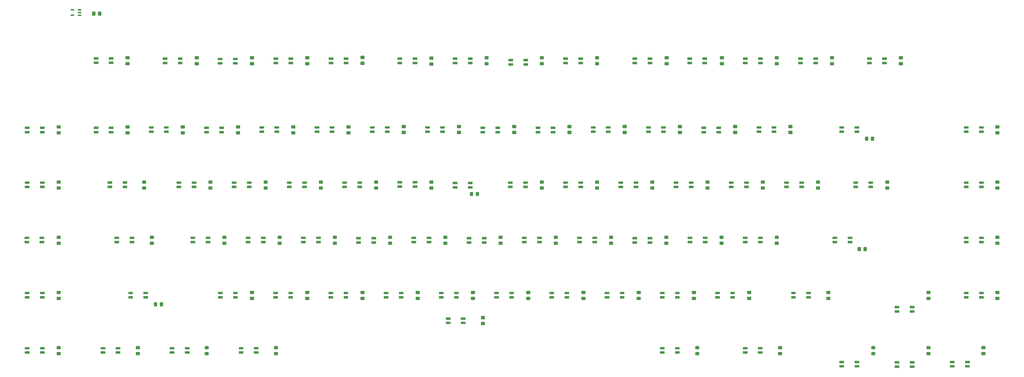
<source format=gbr>
G04 #@! TF.GenerationSoftware,KiCad,Pcbnew,(5.1.4)-1*
G04 #@! TF.CreationDate,2020-12-18T22:25:39+01:00*
G04 #@! TF.ProjectId,CZTKeyRev1,435a544b-6579-4526-9576-312e6b696361,rev?*
G04 #@! TF.SameCoordinates,Original*
G04 #@! TF.FileFunction,Paste,Bot*
G04 #@! TF.FilePolarity,Positive*
%FSLAX46Y46*%
G04 Gerber Fmt 4.6, Leading zero omitted, Abs format (unit mm)*
G04 Created by KiCad (PCBNEW (5.1.4)-1) date 2020-12-18 22:25:39*
%MOMM*%
%LPD*%
G04 APERTURE LIST*
%ADD10C,0.100000*%
%ADD11C,0.820000*%
%ADD12R,1.250000X0.500000*%
%ADD13C,1.150000*%
G04 APERTURE END LIST*
D10*
G36*
X172363037Y-175410395D02*
G01*
X172370997Y-175411576D01*
X172378803Y-175413531D01*
X172386380Y-175416242D01*
X172393655Y-175419682D01*
X172400557Y-175423819D01*
X172407020Y-175428613D01*
X172412983Y-175434017D01*
X172418387Y-175439980D01*
X172423181Y-175446443D01*
X172427318Y-175453345D01*
X172430758Y-175460620D01*
X172433469Y-175468197D01*
X172435424Y-175476003D01*
X172436605Y-175483963D01*
X172437000Y-175492000D01*
X172437000Y-176148000D01*
X172436605Y-176156037D01*
X172435424Y-176163997D01*
X172433469Y-176171803D01*
X172430758Y-176179380D01*
X172427318Y-176186655D01*
X172423181Y-176193557D01*
X172418387Y-176200020D01*
X172412983Y-176205983D01*
X172407020Y-176211387D01*
X172400557Y-176216181D01*
X172393655Y-176220318D01*
X172386380Y-176223758D01*
X172378803Y-176226469D01*
X172370997Y-176228424D01*
X172363037Y-176229605D01*
X172355000Y-176230000D01*
X170919000Y-176230000D01*
X170910963Y-176229605D01*
X170903003Y-176228424D01*
X170895197Y-176226469D01*
X170887620Y-176223758D01*
X170880345Y-176220318D01*
X170873443Y-176216181D01*
X170866980Y-176211387D01*
X170861017Y-176205983D01*
X170855613Y-176200020D01*
X170850819Y-176193557D01*
X170846682Y-176186655D01*
X170843242Y-176179380D01*
X170840531Y-176171803D01*
X170838576Y-176163997D01*
X170837395Y-176156037D01*
X170837000Y-176148000D01*
X170837000Y-175492000D01*
X170837395Y-175483963D01*
X170838576Y-175476003D01*
X170840531Y-175468197D01*
X170843242Y-175460620D01*
X170846682Y-175453345D01*
X170850819Y-175446443D01*
X170855613Y-175439980D01*
X170861017Y-175434017D01*
X170866980Y-175428613D01*
X170873443Y-175423819D01*
X170880345Y-175419682D01*
X170887620Y-175416242D01*
X170895197Y-175413531D01*
X170903003Y-175411576D01*
X170910963Y-175410395D01*
X170919000Y-175410000D01*
X172355000Y-175410000D01*
X172363037Y-175410395D01*
X172363037Y-175410395D01*
G37*
D11*
X171637000Y-175820000D03*
D10*
G36*
X172363037Y-173910395D02*
G01*
X172370997Y-173911576D01*
X172378803Y-173913531D01*
X172386380Y-173916242D01*
X172393655Y-173919682D01*
X172400557Y-173923819D01*
X172407020Y-173928613D01*
X172412983Y-173934017D01*
X172418387Y-173939980D01*
X172423181Y-173946443D01*
X172427318Y-173953345D01*
X172430758Y-173960620D01*
X172433469Y-173968197D01*
X172435424Y-173976003D01*
X172436605Y-173983963D01*
X172437000Y-173992000D01*
X172437000Y-174648000D01*
X172436605Y-174656037D01*
X172435424Y-174663997D01*
X172433469Y-174671803D01*
X172430758Y-174679380D01*
X172427318Y-174686655D01*
X172423181Y-174693557D01*
X172418387Y-174700020D01*
X172412983Y-174705983D01*
X172407020Y-174711387D01*
X172400557Y-174716181D01*
X172393655Y-174720318D01*
X172386380Y-174723758D01*
X172378803Y-174726469D01*
X172370997Y-174728424D01*
X172363037Y-174729605D01*
X172355000Y-174730000D01*
X170919000Y-174730000D01*
X170910963Y-174729605D01*
X170903003Y-174728424D01*
X170895197Y-174726469D01*
X170887620Y-174723758D01*
X170880345Y-174720318D01*
X170873443Y-174716181D01*
X170866980Y-174711387D01*
X170861017Y-174705983D01*
X170855613Y-174700020D01*
X170850819Y-174693557D01*
X170846682Y-174686655D01*
X170843242Y-174679380D01*
X170840531Y-174671803D01*
X170838576Y-174663997D01*
X170837395Y-174656037D01*
X170837000Y-174648000D01*
X170837000Y-173992000D01*
X170837395Y-173983963D01*
X170838576Y-173976003D01*
X170840531Y-173968197D01*
X170843242Y-173960620D01*
X170846682Y-173953345D01*
X170850819Y-173946443D01*
X170855613Y-173939980D01*
X170861017Y-173934017D01*
X170866980Y-173928613D01*
X170873443Y-173923819D01*
X170880345Y-173919682D01*
X170887620Y-173916242D01*
X170895197Y-173913531D01*
X170903003Y-173911576D01*
X170910963Y-173910395D01*
X170919000Y-173910000D01*
X172355000Y-173910000D01*
X172363037Y-173910395D01*
X172363037Y-173910395D01*
G37*
D11*
X171637000Y-174320000D03*
D10*
G36*
X167163037Y-175410395D02*
G01*
X167170997Y-175411576D01*
X167178803Y-175413531D01*
X167186380Y-175416242D01*
X167193655Y-175419682D01*
X167200557Y-175423819D01*
X167207020Y-175428613D01*
X167212983Y-175434017D01*
X167218387Y-175439980D01*
X167223181Y-175446443D01*
X167227318Y-175453345D01*
X167230758Y-175460620D01*
X167233469Y-175468197D01*
X167235424Y-175476003D01*
X167236605Y-175483963D01*
X167237000Y-175492000D01*
X167237000Y-176148000D01*
X167236605Y-176156037D01*
X167235424Y-176163997D01*
X167233469Y-176171803D01*
X167230758Y-176179380D01*
X167227318Y-176186655D01*
X167223181Y-176193557D01*
X167218387Y-176200020D01*
X167212983Y-176205983D01*
X167207020Y-176211387D01*
X167200557Y-176216181D01*
X167193655Y-176220318D01*
X167186380Y-176223758D01*
X167178803Y-176226469D01*
X167170997Y-176228424D01*
X167163037Y-176229605D01*
X167155000Y-176230000D01*
X165719000Y-176230000D01*
X165710963Y-176229605D01*
X165703003Y-176228424D01*
X165695197Y-176226469D01*
X165687620Y-176223758D01*
X165680345Y-176220318D01*
X165673443Y-176216181D01*
X165666980Y-176211387D01*
X165661017Y-176205983D01*
X165655613Y-176200020D01*
X165650819Y-176193557D01*
X165646682Y-176186655D01*
X165643242Y-176179380D01*
X165640531Y-176171803D01*
X165638576Y-176163997D01*
X165637395Y-176156037D01*
X165637000Y-176148000D01*
X165637000Y-175492000D01*
X165637395Y-175483963D01*
X165638576Y-175476003D01*
X165640531Y-175468197D01*
X165643242Y-175460620D01*
X165646682Y-175453345D01*
X165650819Y-175446443D01*
X165655613Y-175439980D01*
X165661017Y-175434017D01*
X165666980Y-175428613D01*
X165673443Y-175423819D01*
X165680345Y-175419682D01*
X165687620Y-175416242D01*
X165695197Y-175413531D01*
X165703003Y-175411576D01*
X165710963Y-175410395D01*
X165719000Y-175410000D01*
X167155000Y-175410000D01*
X167163037Y-175410395D01*
X167163037Y-175410395D01*
G37*
D11*
X166437000Y-175820000D03*
D10*
G36*
X167163037Y-173910395D02*
G01*
X167170997Y-173911576D01*
X167178803Y-173913531D01*
X167186380Y-173916242D01*
X167193655Y-173919682D01*
X167200557Y-173923819D01*
X167207020Y-173928613D01*
X167212983Y-173934017D01*
X167218387Y-173939980D01*
X167223181Y-173946443D01*
X167227318Y-173953345D01*
X167230758Y-173960620D01*
X167233469Y-173968197D01*
X167235424Y-173976003D01*
X167236605Y-173983963D01*
X167237000Y-173992000D01*
X167237000Y-174648000D01*
X167236605Y-174656037D01*
X167235424Y-174663997D01*
X167233469Y-174671803D01*
X167230758Y-174679380D01*
X167227318Y-174686655D01*
X167223181Y-174693557D01*
X167218387Y-174700020D01*
X167212983Y-174705983D01*
X167207020Y-174711387D01*
X167200557Y-174716181D01*
X167193655Y-174720318D01*
X167186380Y-174723758D01*
X167178803Y-174726469D01*
X167170997Y-174728424D01*
X167163037Y-174729605D01*
X167155000Y-174730000D01*
X165719000Y-174730000D01*
X165710963Y-174729605D01*
X165703003Y-174728424D01*
X165695197Y-174726469D01*
X165687620Y-174723758D01*
X165680345Y-174720318D01*
X165673443Y-174716181D01*
X165666980Y-174711387D01*
X165661017Y-174705983D01*
X165655613Y-174700020D01*
X165650819Y-174693557D01*
X165646682Y-174686655D01*
X165643242Y-174679380D01*
X165640531Y-174671803D01*
X165638576Y-174663997D01*
X165637395Y-174656037D01*
X165637000Y-174648000D01*
X165637000Y-173992000D01*
X165637395Y-173983963D01*
X165638576Y-173976003D01*
X165640531Y-173968197D01*
X165643242Y-173960620D01*
X165646682Y-173953345D01*
X165650819Y-173946443D01*
X165655613Y-173939980D01*
X165661017Y-173934017D01*
X165666980Y-173928613D01*
X165673443Y-173923819D01*
X165680345Y-173919682D01*
X165687620Y-173916242D01*
X165695197Y-173913531D01*
X165703003Y-173911576D01*
X165710963Y-173910395D01*
X165719000Y-173910000D01*
X167155000Y-173910000D01*
X167163037Y-173910395D01*
X167163037Y-173910395D01*
G37*
D11*
X166437000Y-174320000D03*
D10*
G36*
X169576037Y-84184395D02*
G01*
X169583997Y-84185576D01*
X169591803Y-84187531D01*
X169599380Y-84190242D01*
X169606655Y-84193682D01*
X169613557Y-84197819D01*
X169620020Y-84202613D01*
X169625983Y-84208017D01*
X169631387Y-84213980D01*
X169636181Y-84220443D01*
X169640318Y-84227345D01*
X169643758Y-84234620D01*
X169646469Y-84242197D01*
X169648424Y-84250003D01*
X169649605Y-84257963D01*
X169650000Y-84266000D01*
X169650000Y-84922000D01*
X169649605Y-84930037D01*
X169648424Y-84937997D01*
X169646469Y-84945803D01*
X169643758Y-84953380D01*
X169640318Y-84960655D01*
X169636181Y-84967557D01*
X169631387Y-84974020D01*
X169625983Y-84979983D01*
X169620020Y-84985387D01*
X169613557Y-84990181D01*
X169606655Y-84994318D01*
X169599380Y-84997758D01*
X169591803Y-85000469D01*
X169583997Y-85002424D01*
X169576037Y-85003605D01*
X169568000Y-85004000D01*
X168132000Y-85004000D01*
X168123963Y-85003605D01*
X168116003Y-85002424D01*
X168108197Y-85000469D01*
X168100620Y-84997758D01*
X168093345Y-84994318D01*
X168086443Y-84990181D01*
X168079980Y-84985387D01*
X168074017Y-84979983D01*
X168068613Y-84974020D01*
X168063819Y-84967557D01*
X168059682Y-84960655D01*
X168056242Y-84953380D01*
X168053531Y-84945803D01*
X168051576Y-84937997D01*
X168050395Y-84930037D01*
X168050000Y-84922000D01*
X168050000Y-84266000D01*
X168050395Y-84257963D01*
X168051576Y-84250003D01*
X168053531Y-84242197D01*
X168056242Y-84234620D01*
X168059682Y-84227345D01*
X168063819Y-84220443D01*
X168068613Y-84213980D01*
X168074017Y-84208017D01*
X168079980Y-84202613D01*
X168086443Y-84197819D01*
X168093345Y-84193682D01*
X168100620Y-84190242D01*
X168108197Y-84187531D01*
X168116003Y-84185576D01*
X168123963Y-84184395D01*
X168132000Y-84184000D01*
X169568000Y-84184000D01*
X169576037Y-84184395D01*
X169576037Y-84184395D01*
G37*
D11*
X168850000Y-84594000D03*
D10*
G36*
X169576037Y-85684395D02*
G01*
X169583997Y-85685576D01*
X169591803Y-85687531D01*
X169599380Y-85690242D01*
X169606655Y-85693682D01*
X169613557Y-85697819D01*
X169620020Y-85702613D01*
X169625983Y-85708017D01*
X169631387Y-85713980D01*
X169636181Y-85720443D01*
X169640318Y-85727345D01*
X169643758Y-85734620D01*
X169646469Y-85742197D01*
X169648424Y-85750003D01*
X169649605Y-85757963D01*
X169650000Y-85766000D01*
X169650000Y-86422000D01*
X169649605Y-86430037D01*
X169648424Y-86437997D01*
X169646469Y-86445803D01*
X169643758Y-86453380D01*
X169640318Y-86460655D01*
X169636181Y-86467557D01*
X169631387Y-86474020D01*
X169625983Y-86479983D01*
X169620020Y-86485387D01*
X169613557Y-86490181D01*
X169606655Y-86494318D01*
X169599380Y-86497758D01*
X169591803Y-86500469D01*
X169583997Y-86502424D01*
X169576037Y-86503605D01*
X169568000Y-86504000D01*
X168132000Y-86504000D01*
X168123963Y-86503605D01*
X168116003Y-86502424D01*
X168108197Y-86500469D01*
X168100620Y-86497758D01*
X168093345Y-86494318D01*
X168086443Y-86490181D01*
X168079980Y-86485387D01*
X168074017Y-86479983D01*
X168068613Y-86474020D01*
X168063819Y-86467557D01*
X168059682Y-86460655D01*
X168056242Y-86453380D01*
X168053531Y-86445803D01*
X168051576Y-86437997D01*
X168050395Y-86430037D01*
X168050000Y-86422000D01*
X168050000Y-85766000D01*
X168050395Y-85757963D01*
X168051576Y-85750003D01*
X168053531Y-85742197D01*
X168056242Y-85734620D01*
X168059682Y-85727345D01*
X168063819Y-85720443D01*
X168068613Y-85713980D01*
X168074017Y-85708017D01*
X168079980Y-85702613D01*
X168086443Y-85697819D01*
X168093345Y-85693682D01*
X168100620Y-85690242D01*
X168108197Y-85687531D01*
X168116003Y-85685576D01*
X168123963Y-85684395D01*
X168132000Y-85684000D01*
X169568000Y-85684000D01*
X169576037Y-85684395D01*
X169576037Y-85684395D01*
G37*
D11*
X168850000Y-86094000D03*
D10*
G36*
X174776037Y-84184395D02*
G01*
X174783997Y-84185576D01*
X174791803Y-84187531D01*
X174799380Y-84190242D01*
X174806655Y-84193682D01*
X174813557Y-84197819D01*
X174820020Y-84202613D01*
X174825983Y-84208017D01*
X174831387Y-84213980D01*
X174836181Y-84220443D01*
X174840318Y-84227345D01*
X174843758Y-84234620D01*
X174846469Y-84242197D01*
X174848424Y-84250003D01*
X174849605Y-84257963D01*
X174850000Y-84266000D01*
X174850000Y-84922000D01*
X174849605Y-84930037D01*
X174848424Y-84937997D01*
X174846469Y-84945803D01*
X174843758Y-84953380D01*
X174840318Y-84960655D01*
X174836181Y-84967557D01*
X174831387Y-84974020D01*
X174825983Y-84979983D01*
X174820020Y-84985387D01*
X174813557Y-84990181D01*
X174806655Y-84994318D01*
X174799380Y-84997758D01*
X174791803Y-85000469D01*
X174783997Y-85002424D01*
X174776037Y-85003605D01*
X174768000Y-85004000D01*
X173332000Y-85004000D01*
X173323963Y-85003605D01*
X173316003Y-85002424D01*
X173308197Y-85000469D01*
X173300620Y-84997758D01*
X173293345Y-84994318D01*
X173286443Y-84990181D01*
X173279980Y-84985387D01*
X173274017Y-84979983D01*
X173268613Y-84974020D01*
X173263819Y-84967557D01*
X173259682Y-84960655D01*
X173256242Y-84953380D01*
X173253531Y-84945803D01*
X173251576Y-84937997D01*
X173250395Y-84930037D01*
X173250000Y-84922000D01*
X173250000Y-84266000D01*
X173250395Y-84257963D01*
X173251576Y-84250003D01*
X173253531Y-84242197D01*
X173256242Y-84234620D01*
X173259682Y-84227345D01*
X173263819Y-84220443D01*
X173268613Y-84213980D01*
X173274017Y-84208017D01*
X173279980Y-84202613D01*
X173286443Y-84197819D01*
X173293345Y-84193682D01*
X173300620Y-84190242D01*
X173308197Y-84187531D01*
X173316003Y-84185576D01*
X173323963Y-84184395D01*
X173332000Y-84184000D01*
X174768000Y-84184000D01*
X174776037Y-84184395D01*
X174776037Y-84184395D01*
G37*
D11*
X174050000Y-84594000D03*
D10*
G36*
X174776037Y-85684395D02*
G01*
X174783997Y-85685576D01*
X174791803Y-85687531D01*
X174799380Y-85690242D01*
X174806655Y-85693682D01*
X174813557Y-85697819D01*
X174820020Y-85702613D01*
X174825983Y-85708017D01*
X174831387Y-85713980D01*
X174836181Y-85720443D01*
X174840318Y-85727345D01*
X174843758Y-85734620D01*
X174846469Y-85742197D01*
X174848424Y-85750003D01*
X174849605Y-85757963D01*
X174850000Y-85766000D01*
X174850000Y-86422000D01*
X174849605Y-86430037D01*
X174848424Y-86437997D01*
X174846469Y-86445803D01*
X174843758Y-86453380D01*
X174840318Y-86460655D01*
X174836181Y-86467557D01*
X174831387Y-86474020D01*
X174825983Y-86479983D01*
X174820020Y-86485387D01*
X174813557Y-86490181D01*
X174806655Y-86494318D01*
X174799380Y-86497758D01*
X174791803Y-86500469D01*
X174783997Y-86502424D01*
X174776037Y-86503605D01*
X174768000Y-86504000D01*
X173332000Y-86504000D01*
X173323963Y-86503605D01*
X173316003Y-86502424D01*
X173308197Y-86500469D01*
X173300620Y-86497758D01*
X173293345Y-86494318D01*
X173286443Y-86490181D01*
X173279980Y-86485387D01*
X173274017Y-86479983D01*
X173268613Y-86474020D01*
X173263819Y-86467557D01*
X173259682Y-86460655D01*
X173256242Y-86453380D01*
X173253531Y-86445803D01*
X173251576Y-86437997D01*
X173250395Y-86430037D01*
X173250000Y-86422000D01*
X173250000Y-85766000D01*
X173250395Y-85757963D01*
X173251576Y-85750003D01*
X173253531Y-85742197D01*
X173256242Y-85734620D01*
X173259682Y-85727345D01*
X173263819Y-85720443D01*
X173268613Y-85713980D01*
X173274017Y-85708017D01*
X173279980Y-85702613D01*
X173286443Y-85697819D01*
X173293345Y-85693682D01*
X173300620Y-85690242D01*
X173308197Y-85687531D01*
X173316003Y-85685576D01*
X173323963Y-85684395D01*
X173332000Y-85684000D01*
X174768000Y-85684000D01*
X174776037Y-85684395D01*
X174776037Y-85684395D01*
G37*
D11*
X174050000Y-86094000D03*
D10*
G36*
X346226037Y-190395895D02*
G01*
X346233997Y-190397076D01*
X346241803Y-190399031D01*
X346249380Y-190401742D01*
X346256655Y-190405182D01*
X346263557Y-190409319D01*
X346270020Y-190414113D01*
X346275983Y-190419517D01*
X346281387Y-190425480D01*
X346286181Y-190431943D01*
X346290318Y-190438845D01*
X346293758Y-190446120D01*
X346296469Y-190453697D01*
X346298424Y-190461503D01*
X346299605Y-190469463D01*
X346300000Y-190477500D01*
X346300000Y-191133500D01*
X346299605Y-191141537D01*
X346298424Y-191149497D01*
X346296469Y-191157303D01*
X346293758Y-191164880D01*
X346290318Y-191172155D01*
X346286181Y-191179057D01*
X346281387Y-191185520D01*
X346275983Y-191191483D01*
X346270020Y-191196887D01*
X346263557Y-191201681D01*
X346256655Y-191205818D01*
X346249380Y-191209258D01*
X346241803Y-191211969D01*
X346233997Y-191213924D01*
X346226037Y-191215105D01*
X346218000Y-191215500D01*
X344782000Y-191215500D01*
X344773963Y-191215105D01*
X344766003Y-191213924D01*
X344758197Y-191211969D01*
X344750620Y-191209258D01*
X344743345Y-191205818D01*
X344736443Y-191201681D01*
X344729980Y-191196887D01*
X344724017Y-191191483D01*
X344718613Y-191185520D01*
X344713819Y-191179057D01*
X344709682Y-191172155D01*
X344706242Y-191164880D01*
X344703531Y-191157303D01*
X344701576Y-191149497D01*
X344700395Y-191141537D01*
X344700000Y-191133500D01*
X344700000Y-190477500D01*
X344700395Y-190469463D01*
X344701576Y-190461503D01*
X344703531Y-190453697D01*
X344706242Y-190446120D01*
X344709682Y-190438845D01*
X344713819Y-190431943D01*
X344718613Y-190425480D01*
X344724017Y-190419517D01*
X344729980Y-190414113D01*
X344736443Y-190409319D01*
X344743345Y-190405182D01*
X344750620Y-190401742D01*
X344758197Y-190399031D01*
X344766003Y-190397076D01*
X344773963Y-190395895D01*
X344782000Y-190395500D01*
X346218000Y-190395500D01*
X346226037Y-190395895D01*
X346226037Y-190395895D01*
G37*
D11*
X345500000Y-190805500D03*
D10*
G36*
X346226037Y-188895895D02*
G01*
X346233997Y-188897076D01*
X346241803Y-188899031D01*
X346249380Y-188901742D01*
X346256655Y-188905182D01*
X346263557Y-188909319D01*
X346270020Y-188914113D01*
X346275983Y-188919517D01*
X346281387Y-188925480D01*
X346286181Y-188931943D01*
X346290318Y-188938845D01*
X346293758Y-188946120D01*
X346296469Y-188953697D01*
X346298424Y-188961503D01*
X346299605Y-188969463D01*
X346300000Y-188977500D01*
X346300000Y-189633500D01*
X346299605Y-189641537D01*
X346298424Y-189649497D01*
X346296469Y-189657303D01*
X346293758Y-189664880D01*
X346290318Y-189672155D01*
X346286181Y-189679057D01*
X346281387Y-189685520D01*
X346275983Y-189691483D01*
X346270020Y-189696887D01*
X346263557Y-189701681D01*
X346256655Y-189705818D01*
X346249380Y-189709258D01*
X346241803Y-189711969D01*
X346233997Y-189713924D01*
X346226037Y-189715105D01*
X346218000Y-189715500D01*
X344782000Y-189715500D01*
X344773963Y-189715105D01*
X344766003Y-189713924D01*
X344758197Y-189711969D01*
X344750620Y-189709258D01*
X344743345Y-189705818D01*
X344736443Y-189701681D01*
X344729980Y-189696887D01*
X344724017Y-189691483D01*
X344718613Y-189685520D01*
X344713819Y-189679057D01*
X344709682Y-189672155D01*
X344706242Y-189664880D01*
X344703531Y-189657303D01*
X344701576Y-189649497D01*
X344700395Y-189641537D01*
X344700000Y-189633500D01*
X344700000Y-188977500D01*
X344700395Y-188969463D01*
X344701576Y-188961503D01*
X344703531Y-188953697D01*
X344706242Y-188946120D01*
X344709682Y-188938845D01*
X344713819Y-188931943D01*
X344718613Y-188925480D01*
X344724017Y-188919517D01*
X344729980Y-188914113D01*
X344736443Y-188909319D01*
X344743345Y-188905182D01*
X344750620Y-188901742D01*
X344758197Y-188899031D01*
X344766003Y-188897076D01*
X344773963Y-188895895D01*
X344782000Y-188895500D01*
X346218000Y-188895500D01*
X346226037Y-188895895D01*
X346226037Y-188895895D01*
G37*
D11*
X345500000Y-189305500D03*
D10*
G36*
X341026037Y-190395895D02*
G01*
X341033997Y-190397076D01*
X341041803Y-190399031D01*
X341049380Y-190401742D01*
X341056655Y-190405182D01*
X341063557Y-190409319D01*
X341070020Y-190414113D01*
X341075983Y-190419517D01*
X341081387Y-190425480D01*
X341086181Y-190431943D01*
X341090318Y-190438845D01*
X341093758Y-190446120D01*
X341096469Y-190453697D01*
X341098424Y-190461503D01*
X341099605Y-190469463D01*
X341100000Y-190477500D01*
X341100000Y-191133500D01*
X341099605Y-191141537D01*
X341098424Y-191149497D01*
X341096469Y-191157303D01*
X341093758Y-191164880D01*
X341090318Y-191172155D01*
X341086181Y-191179057D01*
X341081387Y-191185520D01*
X341075983Y-191191483D01*
X341070020Y-191196887D01*
X341063557Y-191201681D01*
X341056655Y-191205818D01*
X341049380Y-191209258D01*
X341041803Y-191211969D01*
X341033997Y-191213924D01*
X341026037Y-191215105D01*
X341018000Y-191215500D01*
X339582000Y-191215500D01*
X339573963Y-191215105D01*
X339566003Y-191213924D01*
X339558197Y-191211969D01*
X339550620Y-191209258D01*
X339543345Y-191205818D01*
X339536443Y-191201681D01*
X339529980Y-191196887D01*
X339524017Y-191191483D01*
X339518613Y-191185520D01*
X339513819Y-191179057D01*
X339509682Y-191172155D01*
X339506242Y-191164880D01*
X339503531Y-191157303D01*
X339501576Y-191149497D01*
X339500395Y-191141537D01*
X339500000Y-191133500D01*
X339500000Y-190477500D01*
X339500395Y-190469463D01*
X339501576Y-190461503D01*
X339503531Y-190453697D01*
X339506242Y-190446120D01*
X339509682Y-190438845D01*
X339513819Y-190431943D01*
X339518613Y-190425480D01*
X339524017Y-190419517D01*
X339529980Y-190414113D01*
X339536443Y-190409319D01*
X339543345Y-190405182D01*
X339550620Y-190401742D01*
X339558197Y-190399031D01*
X339566003Y-190397076D01*
X339573963Y-190395895D01*
X339582000Y-190395500D01*
X341018000Y-190395500D01*
X341026037Y-190395895D01*
X341026037Y-190395895D01*
G37*
D11*
X340300000Y-190805500D03*
D10*
G36*
X341026037Y-188895895D02*
G01*
X341033997Y-188897076D01*
X341041803Y-188899031D01*
X341049380Y-188901742D01*
X341056655Y-188905182D01*
X341063557Y-188909319D01*
X341070020Y-188914113D01*
X341075983Y-188919517D01*
X341081387Y-188925480D01*
X341086181Y-188931943D01*
X341090318Y-188938845D01*
X341093758Y-188946120D01*
X341096469Y-188953697D01*
X341098424Y-188961503D01*
X341099605Y-188969463D01*
X341100000Y-188977500D01*
X341100000Y-189633500D01*
X341099605Y-189641537D01*
X341098424Y-189649497D01*
X341096469Y-189657303D01*
X341093758Y-189664880D01*
X341090318Y-189672155D01*
X341086181Y-189679057D01*
X341081387Y-189685520D01*
X341075983Y-189691483D01*
X341070020Y-189696887D01*
X341063557Y-189701681D01*
X341056655Y-189705818D01*
X341049380Y-189709258D01*
X341041803Y-189711969D01*
X341033997Y-189713924D01*
X341026037Y-189715105D01*
X341018000Y-189715500D01*
X339582000Y-189715500D01*
X339573963Y-189715105D01*
X339566003Y-189713924D01*
X339558197Y-189711969D01*
X339550620Y-189709258D01*
X339543345Y-189705818D01*
X339536443Y-189701681D01*
X339529980Y-189696887D01*
X339524017Y-189691483D01*
X339518613Y-189685520D01*
X339513819Y-189679057D01*
X339509682Y-189672155D01*
X339506242Y-189664880D01*
X339503531Y-189657303D01*
X339501576Y-189649497D01*
X339500395Y-189641537D01*
X339500000Y-189633500D01*
X339500000Y-188977500D01*
X339500395Y-188969463D01*
X339501576Y-188961503D01*
X339503531Y-188953697D01*
X339506242Y-188946120D01*
X339509682Y-188938845D01*
X339513819Y-188931943D01*
X339518613Y-188925480D01*
X339524017Y-188919517D01*
X339529980Y-188914113D01*
X339536443Y-188909319D01*
X339543345Y-188905182D01*
X339550620Y-188901742D01*
X339558197Y-188899031D01*
X339566003Y-188897076D01*
X339573963Y-188895895D01*
X339582000Y-188895500D01*
X341018000Y-188895500D01*
X341026037Y-188895895D01*
X341026037Y-188895895D01*
G37*
D11*
X340300000Y-189305500D03*
D10*
G36*
X327176037Y-190522895D02*
G01*
X327183997Y-190524076D01*
X327191803Y-190526031D01*
X327199380Y-190528742D01*
X327206655Y-190532182D01*
X327213557Y-190536319D01*
X327220020Y-190541113D01*
X327225983Y-190546517D01*
X327231387Y-190552480D01*
X327236181Y-190558943D01*
X327240318Y-190565845D01*
X327243758Y-190573120D01*
X327246469Y-190580697D01*
X327248424Y-190588503D01*
X327249605Y-190596463D01*
X327250000Y-190604500D01*
X327250000Y-191260500D01*
X327249605Y-191268537D01*
X327248424Y-191276497D01*
X327246469Y-191284303D01*
X327243758Y-191291880D01*
X327240318Y-191299155D01*
X327236181Y-191306057D01*
X327231387Y-191312520D01*
X327225983Y-191318483D01*
X327220020Y-191323887D01*
X327213557Y-191328681D01*
X327206655Y-191332818D01*
X327199380Y-191336258D01*
X327191803Y-191338969D01*
X327183997Y-191340924D01*
X327176037Y-191342105D01*
X327168000Y-191342500D01*
X325732000Y-191342500D01*
X325723963Y-191342105D01*
X325716003Y-191340924D01*
X325708197Y-191338969D01*
X325700620Y-191336258D01*
X325693345Y-191332818D01*
X325686443Y-191328681D01*
X325679980Y-191323887D01*
X325674017Y-191318483D01*
X325668613Y-191312520D01*
X325663819Y-191306057D01*
X325659682Y-191299155D01*
X325656242Y-191291880D01*
X325653531Y-191284303D01*
X325651576Y-191276497D01*
X325650395Y-191268537D01*
X325650000Y-191260500D01*
X325650000Y-190604500D01*
X325650395Y-190596463D01*
X325651576Y-190588503D01*
X325653531Y-190580697D01*
X325656242Y-190573120D01*
X325659682Y-190565845D01*
X325663819Y-190558943D01*
X325668613Y-190552480D01*
X325674017Y-190546517D01*
X325679980Y-190541113D01*
X325686443Y-190536319D01*
X325693345Y-190532182D01*
X325700620Y-190528742D01*
X325708197Y-190526031D01*
X325716003Y-190524076D01*
X325723963Y-190522895D01*
X325732000Y-190522500D01*
X327168000Y-190522500D01*
X327176037Y-190522895D01*
X327176037Y-190522895D01*
G37*
D11*
X326450000Y-190932500D03*
D10*
G36*
X327176037Y-189022895D02*
G01*
X327183997Y-189024076D01*
X327191803Y-189026031D01*
X327199380Y-189028742D01*
X327206655Y-189032182D01*
X327213557Y-189036319D01*
X327220020Y-189041113D01*
X327225983Y-189046517D01*
X327231387Y-189052480D01*
X327236181Y-189058943D01*
X327240318Y-189065845D01*
X327243758Y-189073120D01*
X327246469Y-189080697D01*
X327248424Y-189088503D01*
X327249605Y-189096463D01*
X327250000Y-189104500D01*
X327250000Y-189760500D01*
X327249605Y-189768537D01*
X327248424Y-189776497D01*
X327246469Y-189784303D01*
X327243758Y-189791880D01*
X327240318Y-189799155D01*
X327236181Y-189806057D01*
X327231387Y-189812520D01*
X327225983Y-189818483D01*
X327220020Y-189823887D01*
X327213557Y-189828681D01*
X327206655Y-189832818D01*
X327199380Y-189836258D01*
X327191803Y-189838969D01*
X327183997Y-189840924D01*
X327176037Y-189842105D01*
X327168000Y-189842500D01*
X325732000Y-189842500D01*
X325723963Y-189842105D01*
X325716003Y-189840924D01*
X325708197Y-189838969D01*
X325700620Y-189836258D01*
X325693345Y-189832818D01*
X325686443Y-189828681D01*
X325679980Y-189823887D01*
X325674017Y-189818483D01*
X325668613Y-189812520D01*
X325663819Y-189806057D01*
X325659682Y-189799155D01*
X325656242Y-189791880D01*
X325653531Y-189784303D01*
X325651576Y-189776497D01*
X325650395Y-189768537D01*
X325650000Y-189760500D01*
X325650000Y-189104500D01*
X325650395Y-189096463D01*
X325651576Y-189088503D01*
X325653531Y-189080697D01*
X325656242Y-189073120D01*
X325659682Y-189065845D01*
X325663819Y-189058943D01*
X325668613Y-189052480D01*
X325674017Y-189046517D01*
X325679980Y-189041113D01*
X325686443Y-189036319D01*
X325693345Y-189032182D01*
X325700620Y-189028742D01*
X325708197Y-189026031D01*
X325716003Y-189024076D01*
X325723963Y-189022895D01*
X325732000Y-189022500D01*
X327168000Y-189022500D01*
X327176037Y-189022895D01*
X327176037Y-189022895D01*
G37*
D11*
X326450000Y-189432500D03*
D10*
G36*
X321976037Y-190522895D02*
G01*
X321983997Y-190524076D01*
X321991803Y-190526031D01*
X321999380Y-190528742D01*
X322006655Y-190532182D01*
X322013557Y-190536319D01*
X322020020Y-190541113D01*
X322025983Y-190546517D01*
X322031387Y-190552480D01*
X322036181Y-190558943D01*
X322040318Y-190565845D01*
X322043758Y-190573120D01*
X322046469Y-190580697D01*
X322048424Y-190588503D01*
X322049605Y-190596463D01*
X322050000Y-190604500D01*
X322050000Y-191260500D01*
X322049605Y-191268537D01*
X322048424Y-191276497D01*
X322046469Y-191284303D01*
X322043758Y-191291880D01*
X322040318Y-191299155D01*
X322036181Y-191306057D01*
X322031387Y-191312520D01*
X322025983Y-191318483D01*
X322020020Y-191323887D01*
X322013557Y-191328681D01*
X322006655Y-191332818D01*
X321999380Y-191336258D01*
X321991803Y-191338969D01*
X321983997Y-191340924D01*
X321976037Y-191342105D01*
X321968000Y-191342500D01*
X320532000Y-191342500D01*
X320523963Y-191342105D01*
X320516003Y-191340924D01*
X320508197Y-191338969D01*
X320500620Y-191336258D01*
X320493345Y-191332818D01*
X320486443Y-191328681D01*
X320479980Y-191323887D01*
X320474017Y-191318483D01*
X320468613Y-191312520D01*
X320463819Y-191306057D01*
X320459682Y-191299155D01*
X320456242Y-191291880D01*
X320453531Y-191284303D01*
X320451576Y-191276497D01*
X320450395Y-191268537D01*
X320450000Y-191260500D01*
X320450000Y-190604500D01*
X320450395Y-190596463D01*
X320451576Y-190588503D01*
X320453531Y-190580697D01*
X320456242Y-190573120D01*
X320459682Y-190565845D01*
X320463819Y-190558943D01*
X320468613Y-190552480D01*
X320474017Y-190546517D01*
X320479980Y-190541113D01*
X320486443Y-190536319D01*
X320493345Y-190532182D01*
X320500620Y-190528742D01*
X320508197Y-190526031D01*
X320516003Y-190524076D01*
X320523963Y-190522895D01*
X320532000Y-190522500D01*
X321968000Y-190522500D01*
X321976037Y-190522895D01*
X321976037Y-190522895D01*
G37*
D11*
X321250000Y-190932500D03*
D10*
G36*
X321976037Y-189022895D02*
G01*
X321983997Y-189024076D01*
X321991803Y-189026031D01*
X321999380Y-189028742D01*
X322006655Y-189032182D01*
X322013557Y-189036319D01*
X322020020Y-189041113D01*
X322025983Y-189046517D01*
X322031387Y-189052480D01*
X322036181Y-189058943D01*
X322040318Y-189065845D01*
X322043758Y-189073120D01*
X322046469Y-189080697D01*
X322048424Y-189088503D01*
X322049605Y-189096463D01*
X322050000Y-189104500D01*
X322050000Y-189760500D01*
X322049605Y-189768537D01*
X322048424Y-189776497D01*
X322046469Y-189784303D01*
X322043758Y-189791880D01*
X322040318Y-189799155D01*
X322036181Y-189806057D01*
X322031387Y-189812520D01*
X322025983Y-189818483D01*
X322020020Y-189823887D01*
X322013557Y-189828681D01*
X322006655Y-189832818D01*
X321999380Y-189836258D01*
X321991803Y-189838969D01*
X321983997Y-189840924D01*
X321976037Y-189842105D01*
X321968000Y-189842500D01*
X320532000Y-189842500D01*
X320523963Y-189842105D01*
X320516003Y-189840924D01*
X320508197Y-189838969D01*
X320500620Y-189836258D01*
X320493345Y-189832818D01*
X320486443Y-189828681D01*
X320479980Y-189823887D01*
X320474017Y-189818483D01*
X320468613Y-189812520D01*
X320463819Y-189806057D01*
X320459682Y-189799155D01*
X320456242Y-189791880D01*
X320453531Y-189784303D01*
X320451576Y-189776497D01*
X320450395Y-189768537D01*
X320450000Y-189760500D01*
X320450000Y-189104500D01*
X320450395Y-189096463D01*
X320451576Y-189088503D01*
X320453531Y-189080697D01*
X320456242Y-189073120D01*
X320459682Y-189065845D01*
X320463819Y-189058943D01*
X320468613Y-189052480D01*
X320474017Y-189046517D01*
X320479980Y-189041113D01*
X320486443Y-189036319D01*
X320493345Y-189032182D01*
X320500620Y-189028742D01*
X320508197Y-189026031D01*
X320516003Y-189024076D01*
X320523963Y-189022895D01*
X320532000Y-189022500D01*
X321968000Y-189022500D01*
X321976037Y-189022895D01*
X321976037Y-189022895D01*
G37*
D11*
X321250000Y-189432500D03*
D10*
G36*
X308126037Y-190395895D02*
G01*
X308133997Y-190397076D01*
X308141803Y-190399031D01*
X308149380Y-190401742D01*
X308156655Y-190405182D01*
X308163557Y-190409319D01*
X308170020Y-190414113D01*
X308175983Y-190419517D01*
X308181387Y-190425480D01*
X308186181Y-190431943D01*
X308190318Y-190438845D01*
X308193758Y-190446120D01*
X308196469Y-190453697D01*
X308198424Y-190461503D01*
X308199605Y-190469463D01*
X308200000Y-190477500D01*
X308200000Y-191133500D01*
X308199605Y-191141537D01*
X308198424Y-191149497D01*
X308196469Y-191157303D01*
X308193758Y-191164880D01*
X308190318Y-191172155D01*
X308186181Y-191179057D01*
X308181387Y-191185520D01*
X308175983Y-191191483D01*
X308170020Y-191196887D01*
X308163557Y-191201681D01*
X308156655Y-191205818D01*
X308149380Y-191209258D01*
X308141803Y-191211969D01*
X308133997Y-191213924D01*
X308126037Y-191215105D01*
X308118000Y-191215500D01*
X306682000Y-191215500D01*
X306673963Y-191215105D01*
X306666003Y-191213924D01*
X306658197Y-191211969D01*
X306650620Y-191209258D01*
X306643345Y-191205818D01*
X306636443Y-191201681D01*
X306629980Y-191196887D01*
X306624017Y-191191483D01*
X306618613Y-191185520D01*
X306613819Y-191179057D01*
X306609682Y-191172155D01*
X306606242Y-191164880D01*
X306603531Y-191157303D01*
X306601576Y-191149497D01*
X306600395Y-191141537D01*
X306600000Y-191133500D01*
X306600000Y-190477500D01*
X306600395Y-190469463D01*
X306601576Y-190461503D01*
X306603531Y-190453697D01*
X306606242Y-190446120D01*
X306609682Y-190438845D01*
X306613819Y-190431943D01*
X306618613Y-190425480D01*
X306624017Y-190419517D01*
X306629980Y-190414113D01*
X306636443Y-190409319D01*
X306643345Y-190405182D01*
X306650620Y-190401742D01*
X306658197Y-190399031D01*
X306666003Y-190397076D01*
X306673963Y-190395895D01*
X306682000Y-190395500D01*
X308118000Y-190395500D01*
X308126037Y-190395895D01*
X308126037Y-190395895D01*
G37*
D11*
X307400000Y-190805500D03*
D10*
G36*
X308126037Y-188895895D02*
G01*
X308133997Y-188897076D01*
X308141803Y-188899031D01*
X308149380Y-188901742D01*
X308156655Y-188905182D01*
X308163557Y-188909319D01*
X308170020Y-188914113D01*
X308175983Y-188919517D01*
X308181387Y-188925480D01*
X308186181Y-188931943D01*
X308190318Y-188938845D01*
X308193758Y-188946120D01*
X308196469Y-188953697D01*
X308198424Y-188961503D01*
X308199605Y-188969463D01*
X308200000Y-188977500D01*
X308200000Y-189633500D01*
X308199605Y-189641537D01*
X308198424Y-189649497D01*
X308196469Y-189657303D01*
X308193758Y-189664880D01*
X308190318Y-189672155D01*
X308186181Y-189679057D01*
X308181387Y-189685520D01*
X308175983Y-189691483D01*
X308170020Y-189696887D01*
X308163557Y-189701681D01*
X308156655Y-189705818D01*
X308149380Y-189709258D01*
X308141803Y-189711969D01*
X308133997Y-189713924D01*
X308126037Y-189715105D01*
X308118000Y-189715500D01*
X306682000Y-189715500D01*
X306673963Y-189715105D01*
X306666003Y-189713924D01*
X306658197Y-189711969D01*
X306650620Y-189709258D01*
X306643345Y-189705818D01*
X306636443Y-189701681D01*
X306629980Y-189696887D01*
X306624017Y-189691483D01*
X306618613Y-189685520D01*
X306613819Y-189679057D01*
X306609682Y-189672155D01*
X306606242Y-189664880D01*
X306603531Y-189657303D01*
X306601576Y-189649497D01*
X306600395Y-189641537D01*
X306600000Y-189633500D01*
X306600000Y-188977500D01*
X306600395Y-188969463D01*
X306601576Y-188961503D01*
X306603531Y-188953697D01*
X306606242Y-188946120D01*
X306609682Y-188938845D01*
X306613819Y-188931943D01*
X306618613Y-188925480D01*
X306624017Y-188919517D01*
X306629980Y-188914113D01*
X306636443Y-188909319D01*
X306643345Y-188905182D01*
X306650620Y-188901742D01*
X306658197Y-188899031D01*
X306666003Y-188897076D01*
X306673963Y-188895895D01*
X306682000Y-188895500D01*
X308118000Y-188895500D01*
X308126037Y-188895895D01*
X308126037Y-188895895D01*
G37*
D11*
X307400000Y-189305500D03*
D10*
G36*
X302926037Y-190395895D02*
G01*
X302933997Y-190397076D01*
X302941803Y-190399031D01*
X302949380Y-190401742D01*
X302956655Y-190405182D01*
X302963557Y-190409319D01*
X302970020Y-190414113D01*
X302975983Y-190419517D01*
X302981387Y-190425480D01*
X302986181Y-190431943D01*
X302990318Y-190438845D01*
X302993758Y-190446120D01*
X302996469Y-190453697D01*
X302998424Y-190461503D01*
X302999605Y-190469463D01*
X303000000Y-190477500D01*
X303000000Y-191133500D01*
X302999605Y-191141537D01*
X302998424Y-191149497D01*
X302996469Y-191157303D01*
X302993758Y-191164880D01*
X302990318Y-191172155D01*
X302986181Y-191179057D01*
X302981387Y-191185520D01*
X302975983Y-191191483D01*
X302970020Y-191196887D01*
X302963557Y-191201681D01*
X302956655Y-191205818D01*
X302949380Y-191209258D01*
X302941803Y-191211969D01*
X302933997Y-191213924D01*
X302926037Y-191215105D01*
X302918000Y-191215500D01*
X301482000Y-191215500D01*
X301473963Y-191215105D01*
X301466003Y-191213924D01*
X301458197Y-191211969D01*
X301450620Y-191209258D01*
X301443345Y-191205818D01*
X301436443Y-191201681D01*
X301429980Y-191196887D01*
X301424017Y-191191483D01*
X301418613Y-191185520D01*
X301413819Y-191179057D01*
X301409682Y-191172155D01*
X301406242Y-191164880D01*
X301403531Y-191157303D01*
X301401576Y-191149497D01*
X301400395Y-191141537D01*
X301400000Y-191133500D01*
X301400000Y-190477500D01*
X301400395Y-190469463D01*
X301401576Y-190461503D01*
X301403531Y-190453697D01*
X301406242Y-190446120D01*
X301409682Y-190438845D01*
X301413819Y-190431943D01*
X301418613Y-190425480D01*
X301424017Y-190419517D01*
X301429980Y-190414113D01*
X301436443Y-190409319D01*
X301443345Y-190405182D01*
X301450620Y-190401742D01*
X301458197Y-190399031D01*
X301466003Y-190397076D01*
X301473963Y-190395895D01*
X301482000Y-190395500D01*
X302918000Y-190395500D01*
X302926037Y-190395895D01*
X302926037Y-190395895D01*
G37*
D11*
X302200000Y-190805500D03*
D10*
G36*
X302926037Y-188895895D02*
G01*
X302933997Y-188897076D01*
X302941803Y-188899031D01*
X302949380Y-188901742D01*
X302956655Y-188905182D01*
X302963557Y-188909319D01*
X302970020Y-188914113D01*
X302975983Y-188919517D01*
X302981387Y-188925480D01*
X302986181Y-188931943D01*
X302990318Y-188938845D01*
X302993758Y-188946120D01*
X302996469Y-188953697D01*
X302998424Y-188961503D01*
X302999605Y-188969463D01*
X303000000Y-188977500D01*
X303000000Y-189633500D01*
X302999605Y-189641537D01*
X302998424Y-189649497D01*
X302996469Y-189657303D01*
X302993758Y-189664880D01*
X302990318Y-189672155D01*
X302986181Y-189679057D01*
X302981387Y-189685520D01*
X302975983Y-189691483D01*
X302970020Y-189696887D01*
X302963557Y-189701681D01*
X302956655Y-189705818D01*
X302949380Y-189709258D01*
X302941803Y-189711969D01*
X302933997Y-189713924D01*
X302926037Y-189715105D01*
X302918000Y-189715500D01*
X301482000Y-189715500D01*
X301473963Y-189715105D01*
X301466003Y-189713924D01*
X301458197Y-189711969D01*
X301450620Y-189709258D01*
X301443345Y-189705818D01*
X301436443Y-189701681D01*
X301429980Y-189696887D01*
X301424017Y-189691483D01*
X301418613Y-189685520D01*
X301413819Y-189679057D01*
X301409682Y-189672155D01*
X301406242Y-189664880D01*
X301403531Y-189657303D01*
X301401576Y-189649497D01*
X301400395Y-189641537D01*
X301400000Y-189633500D01*
X301400000Y-188977500D01*
X301400395Y-188969463D01*
X301401576Y-188961503D01*
X301403531Y-188953697D01*
X301406242Y-188946120D01*
X301409682Y-188938845D01*
X301413819Y-188931943D01*
X301418613Y-188925480D01*
X301424017Y-188919517D01*
X301429980Y-188914113D01*
X301436443Y-188909319D01*
X301443345Y-188905182D01*
X301450620Y-188901742D01*
X301458197Y-188899031D01*
X301466003Y-188897076D01*
X301473963Y-188895895D01*
X301482000Y-188895500D01*
X302918000Y-188895500D01*
X302926037Y-188895895D01*
X302926037Y-188895895D01*
G37*
D11*
X302200000Y-189305500D03*
D10*
G36*
X27202037Y-185633395D02*
G01*
X27209997Y-185634576D01*
X27217803Y-185636531D01*
X27225380Y-185639242D01*
X27232655Y-185642682D01*
X27239557Y-185646819D01*
X27246020Y-185651613D01*
X27251983Y-185657017D01*
X27257387Y-185662980D01*
X27262181Y-185669443D01*
X27266318Y-185676345D01*
X27269758Y-185683620D01*
X27272469Y-185691197D01*
X27274424Y-185699003D01*
X27275605Y-185706963D01*
X27276000Y-185715000D01*
X27276000Y-186371000D01*
X27275605Y-186379037D01*
X27274424Y-186386997D01*
X27272469Y-186394803D01*
X27269758Y-186402380D01*
X27266318Y-186409655D01*
X27262181Y-186416557D01*
X27257387Y-186423020D01*
X27251983Y-186428983D01*
X27246020Y-186434387D01*
X27239557Y-186439181D01*
X27232655Y-186443318D01*
X27225380Y-186446758D01*
X27217803Y-186449469D01*
X27209997Y-186451424D01*
X27202037Y-186452605D01*
X27194000Y-186453000D01*
X25758000Y-186453000D01*
X25749963Y-186452605D01*
X25742003Y-186451424D01*
X25734197Y-186449469D01*
X25726620Y-186446758D01*
X25719345Y-186443318D01*
X25712443Y-186439181D01*
X25705980Y-186434387D01*
X25700017Y-186428983D01*
X25694613Y-186423020D01*
X25689819Y-186416557D01*
X25685682Y-186409655D01*
X25682242Y-186402380D01*
X25679531Y-186394803D01*
X25677576Y-186386997D01*
X25676395Y-186379037D01*
X25676000Y-186371000D01*
X25676000Y-185715000D01*
X25676395Y-185706963D01*
X25677576Y-185699003D01*
X25679531Y-185691197D01*
X25682242Y-185683620D01*
X25685682Y-185676345D01*
X25689819Y-185669443D01*
X25694613Y-185662980D01*
X25700017Y-185657017D01*
X25705980Y-185651613D01*
X25712443Y-185646819D01*
X25719345Y-185642682D01*
X25726620Y-185639242D01*
X25734197Y-185636531D01*
X25742003Y-185634576D01*
X25749963Y-185633395D01*
X25758000Y-185633000D01*
X27194000Y-185633000D01*
X27202037Y-185633395D01*
X27202037Y-185633395D01*
G37*
D11*
X26476000Y-186043000D03*
D10*
G36*
X27202037Y-184133395D02*
G01*
X27209997Y-184134576D01*
X27217803Y-184136531D01*
X27225380Y-184139242D01*
X27232655Y-184142682D01*
X27239557Y-184146819D01*
X27246020Y-184151613D01*
X27251983Y-184157017D01*
X27257387Y-184162980D01*
X27262181Y-184169443D01*
X27266318Y-184176345D01*
X27269758Y-184183620D01*
X27272469Y-184191197D01*
X27274424Y-184199003D01*
X27275605Y-184206963D01*
X27276000Y-184215000D01*
X27276000Y-184871000D01*
X27275605Y-184879037D01*
X27274424Y-184886997D01*
X27272469Y-184894803D01*
X27269758Y-184902380D01*
X27266318Y-184909655D01*
X27262181Y-184916557D01*
X27257387Y-184923020D01*
X27251983Y-184928983D01*
X27246020Y-184934387D01*
X27239557Y-184939181D01*
X27232655Y-184943318D01*
X27225380Y-184946758D01*
X27217803Y-184949469D01*
X27209997Y-184951424D01*
X27202037Y-184952605D01*
X27194000Y-184953000D01*
X25758000Y-184953000D01*
X25749963Y-184952605D01*
X25742003Y-184951424D01*
X25734197Y-184949469D01*
X25726620Y-184946758D01*
X25719345Y-184943318D01*
X25712443Y-184939181D01*
X25705980Y-184934387D01*
X25700017Y-184928983D01*
X25694613Y-184923020D01*
X25689819Y-184916557D01*
X25685682Y-184909655D01*
X25682242Y-184902380D01*
X25679531Y-184894803D01*
X25677576Y-184886997D01*
X25676395Y-184879037D01*
X25676000Y-184871000D01*
X25676000Y-184215000D01*
X25676395Y-184206963D01*
X25677576Y-184199003D01*
X25679531Y-184191197D01*
X25682242Y-184183620D01*
X25685682Y-184176345D01*
X25689819Y-184169443D01*
X25694613Y-184162980D01*
X25700017Y-184157017D01*
X25705980Y-184151613D01*
X25712443Y-184146819D01*
X25719345Y-184142682D01*
X25726620Y-184139242D01*
X25734197Y-184136531D01*
X25742003Y-184134576D01*
X25749963Y-184133395D01*
X25758000Y-184133000D01*
X27194000Y-184133000D01*
X27202037Y-184133395D01*
X27202037Y-184133395D01*
G37*
D11*
X26476000Y-184543000D03*
D10*
G36*
X22002037Y-185633395D02*
G01*
X22009997Y-185634576D01*
X22017803Y-185636531D01*
X22025380Y-185639242D01*
X22032655Y-185642682D01*
X22039557Y-185646819D01*
X22046020Y-185651613D01*
X22051983Y-185657017D01*
X22057387Y-185662980D01*
X22062181Y-185669443D01*
X22066318Y-185676345D01*
X22069758Y-185683620D01*
X22072469Y-185691197D01*
X22074424Y-185699003D01*
X22075605Y-185706963D01*
X22076000Y-185715000D01*
X22076000Y-186371000D01*
X22075605Y-186379037D01*
X22074424Y-186386997D01*
X22072469Y-186394803D01*
X22069758Y-186402380D01*
X22066318Y-186409655D01*
X22062181Y-186416557D01*
X22057387Y-186423020D01*
X22051983Y-186428983D01*
X22046020Y-186434387D01*
X22039557Y-186439181D01*
X22032655Y-186443318D01*
X22025380Y-186446758D01*
X22017803Y-186449469D01*
X22009997Y-186451424D01*
X22002037Y-186452605D01*
X21994000Y-186453000D01*
X20558000Y-186453000D01*
X20549963Y-186452605D01*
X20542003Y-186451424D01*
X20534197Y-186449469D01*
X20526620Y-186446758D01*
X20519345Y-186443318D01*
X20512443Y-186439181D01*
X20505980Y-186434387D01*
X20500017Y-186428983D01*
X20494613Y-186423020D01*
X20489819Y-186416557D01*
X20485682Y-186409655D01*
X20482242Y-186402380D01*
X20479531Y-186394803D01*
X20477576Y-186386997D01*
X20476395Y-186379037D01*
X20476000Y-186371000D01*
X20476000Y-185715000D01*
X20476395Y-185706963D01*
X20477576Y-185699003D01*
X20479531Y-185691197D01*
X20482242Y-185683620D01*
X20485682Y-185676345D01*
X20489819Y-185669443D01*
X20494613Y-185662980D01*
X20500017Y-185657017D01*
X20505980Y-185651613D01*
X20512443Y-185646819D01*
X20519345Y-185642682D01*
X20526620Y-185639242D01*
X20534197Y-185636531D01*
X20542003Y-185634576D01*
X20549963Y-185633395D01*
X20558000Y-185633000D01*
X21994000Y-185633000D01*
X22002037Y-185633395D01*
X22002037Y-185633395D01*
G37*
D11*
X21276000Y-186043000D03*
D10*
G36*
X22002037Y-184133395D02*
G01*
X22009997Y-184134576D01*
X22017803Y-184136531D01*
X22025380Y-184139242D01*
X22032655Y-184142682D01*
X22039557Y-184146819D01*
X22046020Y-184151613D01*
X22051983Y-184157017D01*
X22057387Y-184162980D01*
X22062181Y-184169443D01*
X22066318Y-184176345D01*
X22069758Y-184183620D01*
X22072469Y-184191197D01*
X22074424Y-184199003D01*
X22075605Y-184206963D01*
X22076000Y-184215000D01*
X22076000Y-184871000D01*
X22075605Y-184879037D01*
X22074424Y-184886997D01*
X22072469Y-184894803D01*
X22069758Y-184902380D01*
X22066318Y-184909655D01*
X22062181Y-184916557D01*
X22057387Y-184923020D01*
X22051983Y-184928983D01*
X22046020Y-184934387D01*
X22039557Y-184939181D01*
X22032655Y-184943318D01*
X22025380Y-184946758D01*
X22017803Y-184949469D01*
X22009997Y-184951424D01*
X22002037Y-184952605D01*
X21994000Y-184953000D01*
X20558000Y-184953000D01*
X20549963Y-184952605D01*
X20542003Y-184951424D01*
X20534197Y-184949469D01*
X20526620Y-184946758D01*
X20519345Y-184943318D01*
X20512443Y-184939181D01*
X20505980Y-184934387D01*
X20500017Y-184928983D01*
X20494613Y-184923020D01*
X20489819Y-184916557D01*
X20485682Y-184909655D01*
X20482242Y-184902380D01*
X20479531Y-184894803D01*
X20477576Y-184886997D01*
X20476395Y-184879037D01*
X20476000Y-184871000D01*
X20476000Y-184215000D01*
X20476395Y-184206963D01*
X20477576Y-184199003D01*
X20479531Y-184191197D01*
X20482242Y-184183620D01*
X20485682Y-184176345D01*
X20489819Y-184169443D01*
X20494613Y-184162980D01*
X20500017Y-184157017D01*
X20505980Y-184151613D01*
X20512443Y-184146819D01*
X20519345Y-184142682D01*
X20526620Y-184139242D01*
X20534197Y-184136531D01*
X20542003Y-184134576D01*
X20549963Y-184133395D01*
X20558000Y-184133000D01*
X21994000Y-184133000D01*
X22002037Y-184133395D01*
X22002037Y-184133395D01*
G37*
D11*
X21276000Y-184543000D03*
D10*
G36*
X345852037Y-165083395D02*
G01*
X345859997Y-165084576D01*
X345867803Y-165086531D01*
X345875380Y-165089242D01*
X345882655Y-165092682D01*
X345889557Y-165096819D01*
X345896020Y-165101613D01*
X345901983Y-165107017D01*
X345907387Y-165112980D01*
X345912181Y-165119443D01*
X345916318Y-165126345D01*
X345919758Y-165133620D01*
X345922469Y-165141197D01*
X345924424Y-165149003D01*
X345925605Y-165156963D01*
X345926000Y-165165000D01*
X345926000Y-165821000D01*
X345925605Y-165829037D01*
X345924424Y-165836997D01*
X345922469Y-165844803D01*
X345919758Y-165852380D01*
X345916318Y-165859655D01*
X345912181Y-165866557D01*
X345907387Y-165873020D01*
X345901983Y-165878983D01*
X345896020Y-165884387D01*
X345889557Y-165889181D01*
X345882655Y-165893318D01*
X345875380Y-165896758D01*
X345867803Y-165899469D01*
X345859997Y-165901424D01*
X345852037Y-165902605D01*
X345844000Y-165903000D01*
X344408000Y-165903000D01*
X344399963Y-165902605D01*
X344392003Y-165901424D01*
X344384197Y-165899469D01*
X344376620Y-165896758D01*
X344369345Y-165893318D01*
X344362443Y-165889181D01*
X344355980Y-165884387D01*
X344350017Y-165878983D01*
X344344613Y-165873020D01*
X344339819Y-165866557D01*
X344335682Y-165859655D01*
X344332242Y-165852380D01*
X344329531Y-165844803D01*
X344327576Y-165836997D01*
X344326395Y-165829037D01*
X344326000Y-165821000D01*
X344326000Y-165165000D01*
X344326395Y-165156963D01*
X344327576Y-165149003D01*
X344329531Y-165141197D01*
X344332242Y-165133620D01*
X344335682Y-165126345D01*
X344339819Y-165119443D01*
X344344613Y-165112980D01*
X344350017Y-165107017D01*
X344355980Y-165101613D01*
X344362443Y-165096819D01*
X344369345Y-165092682D01*
X344376620Y-165089242D01*
X344384197Y-165086531D01*
X344392003Y-165084576D01*
X344399963Y-165083395D01*
X344408000Y-165083000D01*
X345844000Y-165083000D01*
X345852037Y-165083395D01*
X345852037Y-165083395D01*
G37*
D11*
X345126000Y-165493000D03*
D10*
G36*
X345852037Y-166583395D02*
G01*
X345859997Y-166584576D01*
X345867803Y-166586531D01*
X345875380Y-166589242D01*
X345882655Y-166592682D01*
X345889557Y-166596819D01*
X345896020Y-166601613D01*
X345901983Y-166607017D01*
X345907387Y-166612980D01*
X345912181Y-166619443D01*
X345916318Y-166626345D01*
X345919758Y-166633620D01*
X345922469Y-166641197D01*
X345924424Y-166649003D01*
X345925605Y-166656963D01*
X345926000Y-166665000D01*
X345926000Y-167321000D01*
X345925605Y-167329037D01*
X345924424Y-167336997D01*
X345922469Y-167344803D01*
X345919758Y-167352380D01*
X345916318Y-167359655D01*
X345912181Y-167366557D01*
X345907387Y-167373020D01*
X345901983Y-167378983D01*
X345896020Y-167384387D01*
X345889557Y-167389181D01*
X345882655Y-167393318D01*
X345875380Y-167396758D01*
X345867803Y-167399469D01*
X345859997Y-167401424D01*
X345852037Y-167402605D01*
X345844000Y-167403000D01*
X344408000Y-167403000D01*
X344399963Y-167402605D01*
X344392003Y-167401424D01*
X344384197Y-167399469D01*
X344376620Y-167396758D01*
X344369345Y-167393318D01*
X344362443Y-167389181D01*
X344355980Y-167384387D01*
X344350017Y-167378983D01*
X344344613Y-167373020D01*
X344339819Y-167366557D01*
X344335682Y-167359655D01*
X344332242Y-167352380D01*
X344329531Y-167344803D01*
X344327576Y-167336997D01*
X344326395Y-167329037D01*
X344326000Y-167321000D01*
X344326000Y-166665000D01*
X344326395Y-166656963D01*
X344327576Y-166649003D01*
X344329531Y-166641197D01*
X344332242Y-166633620D01*
X344335682Y-166626345D01*
X344339819Y-166619443D01*
X344344613Y-166612980D01*
X344350017Y-166607017D01*
X344355980Y-166601613D01*
X344362443Y-166596819D01*
X344369345Y-166592682D01*
X344376620Y-166589242D01*
X344384197Y-166586531D01*
X344392003Y-166584576D01*
X344399963Y-166583395D01*
X344408000Y-166583000D01*
X345844000Y-166583000D01*
X345852037Y-166583395D01*
X345852037Y-166583395D01*
G37*
D11*
X345126000Y-166993000D03*
D10*
G36*
X351052037Y-165083395D02*
G01*
X351059997Y-165084576D01*
X351067803Y-165086531D01*
X351075380Y-165089242D01*
X351082655Y-165092682D01*
X351089557Y-165096819D01*
X351096020Y-165101613D01*
X351101983Y-165107017D01*
X351107387Y-165112980D01*
X351112181Y-165119443D01*
X351116318Y-165126345D01*
X351119758Y-165133620D01*
X351122469Y-165141197D01*
X351124424Y-165149003D01*
X351125605Y-165156963D01*
X351126000Y-165165000D01*
X351126000Y-165821000D01*
X351125605Y-165829037D01*
X351124424Y-165836997D01*
X351122469Y-165844803D01*
X351119758Y-165852380D01*
X351116318Y-165859655D01*
X351112181Y-165866557D01*
X351107387Y-165873020D01*
X351101983Y-165878983D01*
X351096020Y-165884387D01*
X351089557Y-165889181D01*
X351082655Y-165893318D01*
X351075380Y-165896758D01*
X351067803Y-165899469D01*
X351059997Y-165901424D01*
X351052037Y-165902605D01*
X351044000Y-165903000D01*
X349608000Y-165903000D01*
X349599963Y-165902605D01*
X349592003Y-165901424D01*
X349584197Y-165899469D01*
X349576620Y-165896758D01*
X349569345Y-165893318D01*
X349562443Y-165889181D01*
X349555980Y-165884387D01*
X349550017Y-165878983D01*
X349544613Y-165873020D01*
X349539819Y-165866557D01*
X349535682Y-165859655D01*
X349532242Y-165852380D01*
X349529531Y-165844803D01*
X349527576Y-165836997D01*
X349526395Y-165829037D01*
X349526000Y-165821000D01*
X349526000Y-165165000D01*
X349526395Y-165156963D01*
X349527576Y-165149003D01*
X349529531Y-165141197D01*
X349532242Y-165133620D01*
X349535682Y-165126345D01*
X349539819Y-165119443D01*
X349544613Y-165112980D01*
X349550017Y-165107017D01*
X349555980Y-165101613D01*
X349562443Y-165096819D01*
X349569345Y-165092682D01*
X349576620Y-165089242D01*
X349584197Y-165086531D01*
X349592003Y-165084576D01*
X349599963Y-165083395D01*
X349608000Y-165083000D01*
X351044000Y-165083000D01*
X351052037Y-165083395D01*
X351052037Y-165083395D01*
G37*
D11*
X350326000Y-165493000D03*
D10*
G36*
X351052037Y-166583395D02*
G01*
X351059997Y-166584576D01*
X351067803Y-166586531D01*
X351075380Y-166589242D01*
X351082655Y-166592682D01*
X351089557Y-166596819D01*
X351096020Y-166601613D01*
X351101983Y-166607017D01*
X351107387Y-166612980D01*
X351112181Y-166619443D01*
X351116318Y-166626345D01*
X351119758Y-166633620D01*
X351122469Y-166641197D01*
X351124424Y-166649003D01*
X351125605Y-166656963D01*
X351126000Y-166665000D01*
X351126000Y-167321000D01*
X351125605Y-167329037D01*
X351124424Y-167336997D01*
X351122469Y-167344803D01*
X351119758Y-167352380D01*
X351116318Y-167359655D01*
X351112181Y-167366557D01*
X351107387Y-167373020D01*
X351101983Y-167378983D01*
X351096020Y-167384387D01*
X351089557Y-167389181D01*
X351082655Y-167393318D01*
X351075380Y-167396758D01*
X351067803Y-167399469D01*
X351059997Y-167401424D01*
X351052037Y-167402605D01*
X351044000Y-167403000D01*
X349608000Y-167403000D01*
X349599963Y-167402605D01*
X349592003Y-167401424D01*
X349584197Y-167399469D01*
X349576620Y-167396758D01*
X349569345Y-167393318D01*
X349562443Y-167389181D01*
X349555980Y-167384387D01*
X349550017Y-167378983D01*
X349544613Y-167373020D01*
X349539819Y-167366557D01*
X349535682Y-167359655D01*
X349532242Y-167352380D01*
X349529531Y-167344803D01*
X349527576Y-167336997D01*
X349526395Y-167329037D01*
X349526000Y-167321000D01*
X349526000Y-166665000D01*
X349526395Y-166656963D01*
X349527576Y-166649003D01*
X349529531Y-166641197D01*
X349532242Y-166633620D01*
X349535682Y-166626345D01*
X349539819Y-166619443D01*
X349544613Y-166612980D01*
X349550017Y-166607017D01*
X349555980Y-166601613D01*
X349562443Y-166596819D01*
X349569345Y-166592682D01*
X349576620Y-166589242D01*
X349584197Y-166586531D01*
X349592003Y-166584576D01*
X349599963Y-166583395D01*
X349608000Y-166583000D01*
X351044000Y-166583000D01*
X351052037Y-166583395D01*
X351052037Y-166583395D01*
G37*
D11*
X350326000Y-166993000D03*
D10*
G36*
X321976037Y-169972895D02*
G01*
X321983997Y-169974076D01*
X321991803Y-169976031D01*
X321999380Y-169978742D01*
X322006655Y-169982182D01*
X322013557Y-169986319D01*
X322020020Y-169991113D01*
X322025983Y-169996517D01*
X322031387Y-170002480D01*
X322036181Y-170008943D01*
X322040318Y-170015845D01*
X322043758Y-170023120D01*
X322046469Y-170030697D01*
X322048424Y-170038503D01*
X322049605Y-170046463D01*
X322050000Y-170054500D01*
X322050000Y-170710500D01*
X322049605Y-170718537D01*
X322048424Y-170726497D01*
X322046469Y-170734303D01*
X322043758Y-170741880D01*
X322040318Y-170749155D01*
X322036181Y-170756057D01*
X322031387Y-170762520D01*
X322025983Y-170768483D01*
X322020020Y-170773887D01*
X322013557Y-170778681D01*
X322006655Y-170782818D01*
X321999380Y-170786258D01*
X321991803Y-170788969D01*
X321983997Y-170790924D01*
X321976037Y-170792105D01*
X321968000Y-170792500D01*
X320532000Y-170792500D01*
X320523963Y-170792105D01*
X320516003Y-170790924D01*
X320508197Y-170788969D01*
X320500620Y-170786258D01*
X320493345Y-170782818D01*
X320486443Y-170778681D01*
X320479980Y-170773887D01*
X320474017Y-170768483D01*
X320468613Y-170762520D01*
X320463819Y-170756057D01*
X320459682Y-170749155D01*
X320456242Y-170741880D01*
X320453531Y-170734303D01*
X320451576Y-170726497D01*
X320450395Y-170718537D01*
X320450000Y-170710500D01*
X320450000Y-170054500D01*
X320450395Y-170046463D01*
X320451576Y-170038503D01*
X320453531Y-170030697D01*
X320456242Y-170023120D01*
X320459682Y-170015845D01*
X320463819Y-170008943D01*
X320468613Y-170002480D01*
X320474017Y-169996517D01*
X320479980Y-169991113D01*
X320486443Y-169986319D01*
X320493345Y-169982182D01*
X320500620Y-169978742D01*
X320508197Y-169976031D01*
X320516003Y-169974076D01*
X320523963Y-169972895D01*
X320532000Y-169972500D01*
X321968000Y-169972500D01*
X321976037Y-169972895D01*
X321976037Y-169972895D01*
G37*
D11*
X321250000Y-170382500D03*
D10*
G36*
X321976037Y-171472895D02*
G01*
X321983997Y-171474076D01*
X321991803Y-171476031D01*
X321999380Y-171478742D01*
X322006655Y-171482182D01*
X322013557Y-171486319D01*
X322020020Y-171491113D01*
X322025983Y-171496517D01*
X322031387Y-171502480D01*
X322036181Y-171508943D01*
X322040318Y-171515845D01*
X322043758Y-171523120D01*
X322046469Y-171530697D01*
X322048424Y-171538503D01*
X322049605Y-171546463D01*
X322050000Y-171554500D01*
X322050000Y-172210500D01*
X322049605Y-172218537D01*
X322048424Y-172226497D01*
X322046469Y-172234303D01*
X322043758Y-172241880D01*
X322040318Y-172249155D01*
X322036181Y-172256057D01*
X322031387Y-172262520D01*
X322025983Y-172268483D01*
X322020020Y-172273887D01*
X322013557Y-172278681D01*
X322006655Y-172282818D01*
X321999380Y-172286258D01*
X321991803Y-172288969D01*
X321983997Y-172290924D01*
X321976037Y-172292105D01*
X321968000Y-172292500D01*
X320532000Y-172292500D01*
X320523963Y-172292105D01*
X320516003Y-172290924D01*
X320508197Y-172288969D01*
X320500620Y-172286258D01*
X320493345Y-172282818D01*
X320486443Y-172278681D01*
X320479980Y-172273887D01*
X320474017Y-172268483D01*
X320468613Y-172262520D01*
X320463819Y-172256057D01*
X320459682Y-172249155D01*
X320456242Y-172241880D01*
X320453531Y-172234303D01*
X320451576Y-172226497D01*
X320450395Y-172218537D01*
X320450000Y-172210500D01*
X320450000Y-171554500D01*
X320450395Y-171546463D01*
X320451576Y-171538503D01*
X320453531Y-171530697D01*
X320456242Y-171523120D01*
X320459682Y-171515845D01*
X320463819Y-171508943D01*
X320468613Y-171502480D01*
X320474017Y-171496517D01*
X320479980Y-171491113D01*
X320486443Y-171486319D01*
X320493345Y-171482182D01*
X320500620Y-171478742D01*
X320508197Y-171476031D01*
X320516003Y-171474076D01*
X320523963Y-171472895D01*
X320532000Y-171472500D01*
X321968000Y-171472500D01*
X321976037Y-171472895D01*
X321976037Y-171472895D01*
G37*
D11*
X321250000Y-171882500D03*
D10*
G36*
X327176037Y-169972895D02*
G01*
X327183997Y-169974076D01*
X327191803Y-169976031D01*
X327199380Y-169978742D01*
X327206655Y-169982182D01*
X327213557Y-169986319D01*
X327220020Y-169991113D01*
X327225983Y-169996517D01*
X327231387Y-170002480D01*
X327236181Y-170008943D01*
X327240318Y-170015845D01*
X327243758Y-170023120D01*
X327246469Y-170030697D01*
X327248424Y-170038503D01*
X327249605Y-170046463D01*
X327250000Y-170054500D01*
X327250000Y-170710500D01*
X327249605Y-170718537D01*
X327248424Y-170726497D01*
X327246469Y-170734303D01*
X327243758Y-170741880D01*
X327240318Y-170749155D01*
X327236181Y-170756057D01*
X327231387Y-170762520D01*
X327225983Y-170768483D01*
X327220020Y-170773887D01*
X327213557Y-170778681D01*
X327206655Y-170782818D01*
X327199380Y-170786258D01*
X327191803Y-170788969D01*
X327183997Y-170790924D01*
X327176037Y-170792105D01*
X327168000Y-170792500D01*
X325732000Y-170792500D01*
X325723963Y-170792105D01*
X325716003Y-170790924D01*
X325708197Y-170788969D01*
X325700620Y-170786258D01*
X325693345Y-170782818D01*
X325686443Y-170778681D01*
X325679980Y-170773887D01*
X325674017Y-170768483D01*
X325668613Y-170762520D01*
X325663819Y-170756057D01*
X325659682Y-170749155D01*
X325656242Y-170741880D01*
X325653531Y-170734303D01*
X325651576Y-170726497D01*
X325650395Y-170718537D01*
X325650000Y-170710500D01*
X325650000Y-170054500D01*
X325650395Y-170046463D01*
X325651576Y-170038503D01*
X325653531Y-170030697D01*
X325656242Y-170023120D01*
X325659682Y-170015845D01*
X325663819Y-170008943D01*
X325668613Y-170002480D01*
X325674017Y-169996517D01*
X325679980Y-169991113D01*
X325686443Y-169986319D01*
X325693345Y-169982182D01*
X325700620Y-169978742D01*
X325708197Y-169976031D01*
X325716003Y-169974076D01*
X325723963Y-169972895D01*
X325732000Y-169972500D01*
X327168000Y-169972500D01*
X327176037Y-169972895D01*
X327176037Y-169972895D01*
G37*
D11*
X326450000Y-170382500D03*
D10*
G36*
X327176037Y-171472895D02*
G01*
X327183997Y-171474076D01*
X327191803Y-171476031D01*
X327199380Y-171478742D01*
X327206655Y-171482182D01*
X327213557Y-171486319D01*
X327220020Y-171491113D01*
X327225983Y-171496517D01*
X327231387Y-171502480D01*
X327236181Y-171508943D01*
X327240318Y-171515845D01*
X327243758Y-171523120D01*
X327246469Y-171530697D01*
X327248424Y-171538503D01*
X327249605Y-171546463D01*
X327250000Y-171554500D01*
X327250000Y-172210500D01*
X327249605Y-172218537D01*
X327248424Y-172226497D01*
X327246469Y-172234303D01*
X327243758Y-172241880D01*
X327240318Y-172249155D01*
X327236181Y-172256057D01*
X327231387Y-172262520D01*
X327225983Y-172268483D01*
X327220020Y-172273887D01*
X327213557Y-172278681D01*
X327206655Y-172282818D01*
X327199380Y-172286258D01*
X327191803Y-172288969D01*
X327183997Y-172290924D01*
X327176037Y-172292105D01*
X327168000Y-172292500D01*
X325732000Y-172292500D01*
X325723963Y-172292105D01*
X325716003Y-172290924D01*
X325708197Y-172288969D01*
X325700620Y-172286258D01*
X325693345Y-172282818D01*
X325686443Y-172278681D01*
X325679980Y-172273887D01*
X325674017Y-172268483D01*
X325668613Y-172262520D01*
X325663819Y-172256057D01*
X325659682Y-172249155D01*
X325656242Y-172241880D01*
X325653531Y-172234303D01*
X325651576Y-172226497D01*
X325650395Y-172218537D01*
X325650000Y-172210500D01*
X325650000Y-171554500D01*
X325650395Y-171546463D01*
X325651576Y-171538503D01*
X325653531Y-171530697D01*
X325656242Y-171523120D01*
X325659682Y-171515845D01*
X325663819Y-171508943D01*
X325668613Y-171502480D01*
X325674017Y-171496517D01*
X325679980Y-171491113D01*
X325686443Y-171486319D01*
X325693345Y-171482182D01*
X325700620Y-171478742D01*
X325708197Y-171476031D01*
X325716003Y-171474076D01*
X325723963Y-171472895D01*
X325732000Y-171472500D01*
X327168000Y-171472500D01*
X327176037Y-171472895D01*
X327176037Y-171472895D01*
G37*
D11*
X326450000Y-171882500D03*
D10*
G36*
X22002037Y-165083395D02*
G01*
X22009997Y-165084576D01*
X22017803Y-165086531D01*
X22025380Y-165089242D01*
X22032655Y-165092682D01*
X22039557Y-165096819D01*
X22046020Y-165101613D01*
X22051983Y-165107017D01*
X22057387Y-165112980D01*
X22062181Y-165119443D01*
X22066318Y-165126345D01*
X22069758Y-165133620D01*
X22072469Y-165141197D01*
X22074424Y-165149003D01*
X22075605Y-165156963D01*
X22076000Y-165165000D01*
X22076000Y-165821000D01*
X22075605Y-165829037D01*
X22074424Y-165836997D01*
X22072469Y-165844803D01*
X22069758Y-165852380D01*
X22066318Y-165859655D01*
X22062181Y-165866557D01*
X22057387Y-165873020D01*
X22051983Y-165878983D01*
X22046020Y-165884387D01*
X22039557Y-165889181D01*
X22032655Y-165893318D01*
X22025380Y-165896758D01*
X22017803Y-165899469D01*
X22009997Y-165901424D01*
X22002037Y-165902605D01*
X21994000Y-165903000D01*
X20558000Y-165903000D01*
X20549963Y-165902605D01*
X20542003Y-165901424D01*
X20534197Y-165899469D01*
X20526620Y-165896758D01*
X20519345Y-165893318D01*
X20512443Y-165889181D01*
X20505980Y-165884387D01*
X20500017Y-165878983D01*
X20494613Y-165873020D01*
X20489819Y-165866557D01*
X20485682Y-165859655D01*
X20482242Y-165852380D01*
X20479531Y-165844803D01*
X20477576Y-165836997D01*
X20476395Y-165829037D01*
X20476000Y-165821000D01*
X20476000Y-165165000D01*
X20476395Y-165156963D01*
X20477576Y-165149003D01*
X20479531Y-165141197D01*
X20482242Y-165133620D01*
X20485682Y-165126345D01*
X20489819Y-165119443D01*
X20494613Y-165112980D01*
X20500017Y-165107017D01*
X20505980Y-165101613D01*
X20512443Y-165096819D01*
X20519345Y-165092682D01*
X20526620Y-165089242D01*
X20534197Y-165086531D01*
X20542003Y-165084576D01*
X20549963Y-165083395D01*
X20558000Y-165083000D01*
X21994000Y-165083000D01*
X22002037Y-165083395D01*
X22002037Y-165083395D01*
G37*
D11*
X21276000Y-165493000D03*
D10*
G36*
X22002037Y-166583395D02*
G01*
X22009997Y-166584576D01*
X22017803Y-166586531D01*
X22025380Y-166589242D01*
X22032655Y-166592682D01*
X22039557Y-166596819D01*
X22046020Y-166601613D01*
X22051983Y-166607017D01*
X22057387Y-166612980D01*
X22062181Y-166619443D01*
X22066318Y-166626345D01*
X22069758Y-166633620D01*
X22072469Y-166641197D01*
X22074424Y-166649003D01*
X22075605Y-166656963D01*
X22076000Y-166665000D01*
X22076000Y-167321000D01*
X22075605Y-167329037D01*
X22074424Y-167336997D01*
X22072469Y-167344803D01*
X22069758Y-167352380D01*
X22066318Y-167359655D01*
X22062181Y-167366557D01*
X22057387Y-167373020D01*
X22051983Y-167378983D01*
X22046020Y-167384387D01*
X22039557Y-167389181D01*
X22032655Y-167393318D01*
X22025380Y-167396758D01*
X22017803Y-167399469D01*
X22009997Y-167401424D01*
X22002037Y-167402605D01*
X21994000Y-167403000D01*
X20558000Y-167403000D01*
X20549963Y-167402605D01*
X20542003Y-167401424D01*
X20534197Y-167399469D01*
X20526620Y-167396758D01*
X20519345Y-167393318D01*
X20512443Y-167389181D01*
X20505980Y-167384387D01*
X20500017Y-167378983D01*
X20494613Y-167373020D01*
X20489819Y-167366557D01*
X20485682Y-167359655D01*
X20482242Y-167352380D01*
X20479531Y-167344803D01*
X20477576Y-167336997D01*
X20476395Y-167329037D01*
X20476000Y-167321000D01*
X20476000Y-166665000D01*
X20476395Y-166656963D01*
X20477576Y-166649003D01*
X20479531Y-166641197D01*
X20482242Y-166633620D01*
X20485682Y-166626345D01*
X20489819Y-166619443D01*
X20494613Y-166612980D01*
X20500017Y-166607017D01*
X20505980Y-166601613D01*
X20512443Y-166596819D01*
X20519345Y-166592682D01*
X20526620Y-166589242D01*
X20534197Y-166586531D01*
X20542003Y-166584576D01*
X20549963Y-166583395D01*
X20558000Y-166583000D01*
X21994000Y-166583000D01*
X22002037Y-166583395D01*
X22002037Y-166583395D01*
G37*
D11*
X21276000Y-166993000D03*
D10*
G36*
X27202037Y-165083395D02*
G01*
X27209997Y-165084576D01*
X27217803Y-165086531D01*
X27225380Y-165089242D01*
X27232655Y-165092682D01*
X27239557Y-165096819D01*
X27246020Y-165101613D01*
X27251983Y-165107017D01*
X27257387Y-165112980D01*
X27262181Y-165119443D01*
X27266318Y-165126345D01*
X27269758Y-165133620D01*
X27272469Y-165141197D01*
X27274424Y-165149003D01*
X27275605Y-165156963D01*
X27276000Y-165165000D01*
X27276000Y-165821000D01*
X27275605Y-165829037D01*
X27274424Y-165836997D01*
X27272469Y-165844803D01*
X27269758Y-165852380D01*
X27266318Y-165859655D01*
X27262181Y-165866557D01*
X27257387Y-165873020D01*
X27251983Y-165878983D01*
X27246020Y-165884387D01*
X27239557Y-165889181D01*
X27232655Y-165893318D01*
X27225380Y-165896758D01*
X27217803Y-165899469D01*
X27209997Y-165901424D01*
X27202037Y-165902605D01*
X27194000Y-165903000D01*
X25758000Y-165903000D01*
X25749963Y-165902605D01*
X25742003Y-165901424D01*
X25734197Y-165899469D01*
X25726620Y-165896758D01*
X25719345Y-165893318D01*
X25712443Y-165889181D01*
X25705980Y-165884387D01*
X25700017Y-165878983D01*
X25694613Y-165873020D01*
X25689819Y-165866557D01*
X25685682Y-165859655D01*
X25682242Y-165852380D01*
X25679531Y-165844803D01*
X25677576Y-165836997D01*
X25676395Y-165829037D01*
X25676000Y-165821000D01*
X25676000Y-165165000D01*
X25676395Y-165156963D01*
X25677576Y-165149003D01*
X25679531Y-165141197D01*
X25682242Y-165133620D01*
X25685682Y-165126345D01*
X25689819Y-165119443D01*
X25694613Y-165112980D01*
X25700017Y-165107017D01*
X25705980Y-165101613D01*
X25712443Y-165096819D01*
X25719345Y-165092682D01*
X25726620Y-165089242D01*
X25734197Y-165086531D01*
X25742003Y-165084576D01*
X25749963Y-165083395D01*
X25758000Y-165083000D01*
X27194000Y-165083000D01*
X27202037Y-165083395D01*
X27202037Y-165083395D01*
G37*
D11*
X26476000Y-165493000D03*
D10*
G36*
X27202037Y-166583395D02*
G01*
X27209997Y-166584576D01*
X27217803Y-166586531D01*
X27225380Y-166589242D01*
X27232655Y-166592682D01*
X27239557Y-166596819D01*
X27246020Y-166601613D01*
X27251983Y-166607017D01*
X27257387Y-166612980D01*
X27262181Y-166619443D01*
X27266318Y-166626345D01*
X27269758Y-166633620D01*
X27272469Y-166641197D01*
X27274424Y-166649003D01*
X27275605Y-166656963D01*
X27276000Y-166665000D01*
X27276000Y-167321000D01*
X27275605Y-167329037D01*
X27274424Y-167336997D01*
X27272469Y-167344803D01*
X27269758Y-167352380D01*
X27266318Y-167359655D01*
X27262181Y-167366557D01*
X27257387Y-167373020D01*
X27251983Y-167378983D01*
X27246020Y-167384387D01*
X27239557Y-167389181D01*
X27232655Y-167393318D01*
X27225380Y-167396758D01*
X27217803Y-167399469D01*
X27209997Y-167401424D01*
X27202037Y-167402605D01*
X27194000Y-167403000D01*
X25758000Y-167403000D01*
X25749963Y-167402605D01*
X25742003Y-167401424D01*
X25734197Y-167399469D01*
X25726620Y-167396758D01*
X25719345Y-167393318D01*
X25712443Y-167389181D01*
X25705980Y-167384387D01*
X25700017Y-167378983D01*
X25694613Y-167373020D01*
X25689819Y-167366557D01*
X25685682Y-167359655D01*
X25682242Y-167352380D01*
X25679531Y-167344803D01*
X25677576Y-167336997D01*
X25676395Y-167329037D01*
X25676000Y-167321000D01*
X25676000Y-166665000D01*
X25676395Y-166656963D01*
X25677576Y-166649003D01*
X25679531Y-166641197D01*
X25682242Y-166633620D01*
X25685682Y-166626345D01*
X25689819Y-166619443D01*
X25694613Y-166612980D01*
X25700017Y-166607017D01*
X25705980Y-166601613D01*
X25712443Y-166596819D01*
X25719345Y-166592682D01*
X25726620Y-166589242D01*
X25734197Y-166586531D01*
X25742003Y-166584576D01*
X25749963Y-166583395D01*
X25758000Y-166583000D01*
X27194000Y-166583000D01*
X27202037Y-166583395D01*
X27202037Y-166583395D01*
G37*
D11*
X26476000Y-166993000D03*
D10*
G36*
X351052037Y-147533395D02*
G01*
X351059997Y-147534576D01*
X351067803Y-147536531D01*
X351075380Y-147539242D01*
X351082655Y-147542682D01*
X351089557Y-147546819D01*
X351096020Y-147551613D01*
X351101983Y-147557017D01*
X351107387Y-147562980D01*
X351112181Y-147569443D01*
X351116318Y-147576345D01*
X351119758Y-147583620D01*
X351122469Y-147591197D01*
X351124424Y-147599003D01*
X351125605Y-147606963D01*
X351126000Y-147615000D01*
X351126000Y-148271000D01*
X351125605Y-148279037D01*
X351124424Y-148286997D01*
X351122469Y-148294803D01*
X351119758Y-148302380D01*
X351116318Y-148309655D01*
X351112181Y-148316557D01*
X351107387Y-148323020D01*
X351101983Y-148328983D01*
X351096020Y-148334387D01*
X351089557Y-148339181D01*
X351082655Y-148343318D01*
X351075380Y-148346758D01*
X351067803Y-148349469D01*
X351059997Y-148351424D01*
X351052037Y-148352605D01*
X351044000Y-148353000D01*
X349608000Y-148353000D01*
X349599963Y-148352605D01*
X349592003Y-148351424D01*
X349584197Y-148349469D01*
X349576620Y-148346758D01*
X349569345Y-148343318D01*
X349562443Y-148339181D01*
X349555980Y-148334387D01*
X349550017Y-148328983D01*
X349544613Y-148323020D01*
X349539819Y-148316557D01*
X349535682Y-148309655D01*
X349532242Y-148302380D01*
X349529531Y-148294803D01*
X349527576Y-148286997D01*
X349526395Y-148279037D01*
X349526000Y-148271000D01*
X349526000Y-147615000D01*
X349526395Y-147606963D01*
X349527576Y-147599003D01*
X349529531Y-147591197D01*
X349532242Y-147583620D01*
X349535682Y-147576345D01*
X349539819Y-147569443D01*
X349544613Y-147562980D01*
X349550017Y-147557017D01*
X349555980Y-147551613D01*
X349562443Y-147546819D01*
X349569345Y-147542682D01*
X349576620Y-147539242D01*
X349584197Y-147536531D01*
X349592003Y-147534576D01*
X349599963Y-147533395D01*
X349608000Y-147533000D01*
X351044000Y-147533000D01*
X351052037Y-147533395D01*
X351052037Y-147533395D01*
G37*
D11*
X350326000Y-147943000D03*
D10*
G36*
X351052037Y-146033395D02*
G01*
X351059997Y-146034576D01*
X351067803Y-146036531D01*
X351075380Y-146039242D01*
X351082655Y-146042682D01*
X351089557Y-146046819D01*
X351096020Y-146051613D01*
X351101983Y-146057017D01*
X351107387Y-146062980D01*
X351112181Y-146069443D01*
X351116318Y-146076345D01*
X351119758Y-146083620D01*
X351122469Y-146091197D01*
X351124424Y-146099003D01*
X351125605Y-146106963D01*
X351126000Y-146115000D01*
X351126000Y-146771000D01*
X351125605Y-146779037D01*
X351124424Y-146786997D01*
X351122469Y-146794803D01*
X351119758Y-146802380D01*
X351116318Y-146809655D01*
X351112181Y-146816557D01*
X351107387Y-146823020D01*
X351101983Y-146828983D01*
X351096020Y-146834387D01*
X351089557Y-146839181D01*
X351082655Y-146843318D01*
X351075380Y-146846758D01*
X351067803Y-146849469D01*
X351059997Y-146851424D01*
X351052037Y-146852605D01*
X351044000Y-146853000D01*
X349608000Y-146853000D01*
X349599963Y-146852605D01*
X349592003Y-146851424D01*
X349584197Y-146849469D01*
X349576620Y-146846758D01*
X349569345Y-146843318D01*
X349562443Y-146839181D01*
X349555980Y-146834387D01*
X349550017Y-146828983D01*
X349544613Y-146823020D01*
X349539819Y-146816557D01*
X349535682Y-146809655D01*
X349532242Y-146802380D01*
X349529531Y-146794803D01*
X349527576Y-146786997D01*
X349526395Y-146779037D01*
X349526000Y-146771000D01*
X349526000Y-146115000D01*
X349526395Y-146106963D01*
X349527576Y-146099003D01*
X349529531Y-146091197D01*
X349532242Y-146083620D01*
X349535682Y-146076345D01*
X349539819Y-146069443D01*
X349544613Y-146062980D01*
X349550017Y-146057017D01*
X349555980Y-146051613D01*
X349562443Y-146046819D01*
X349569345Y-146042682D01*
X349576620Y-146039242D01*
X349584197Y-146036531D01*
X349592003Y-146034576D01*
X349599963Y-146033395D01*
X349608000Y-146033000D01*
X351044000Y-146033000D01*
X351052037Y-146033395D01*
X351052037Y-146033395D01*
G37*
D11*
X350326000Y-146443000D03*
D10*
G36*
X345852037Y-147533395D02*
G01*
X345859997Y-147534576D01*
X345867803Y-147536531D01*
X345875380Y-147539242D01*
X345882655Y-147542682D01*
X345889557Y-147546819D01*
X345896020Y-147551613D01*
X345901983Y-147557017D01*
X345907387Y-147562980D01*
X345912181Y-147569443D01*
X345916318Y-147576345D01*
X345919758Y-147583620D01*
X345922469Y-147591197D01*
X345924424Y-147599003D01*
X345925605Y-147606963D01*
X345926000Y-147615000D01*
X345926000Y-148271000D01*
X345925605Y-148279037D01*
X345924424Y-148286997D01*
X345922469Y-148294803D01*
X345919758Y-148302380D01*
X345916318Y-148309655D01*
X345912181Y-148316557D01*
X345907387Y-148323020D01*
X345901983Y-148328983D01*
X345896020Y-148334387D01*
X345889557Y-148339181D01*
X345882655Y-148343318D01*
X345875380Y-148346758D01*
X345867803Y-148349469D01*
X345859997Y-148351424D01*
X345852037Y-148352605D01*
X345844000Y-148353000D01*
X344408000Y-148353000D01*
X344399963Y-148352605D01*
X344392003Y-148351424D01*
X344384197Y-148349469D01*
X344376620Y-148346758D01*
X344369345Y-148343318D01*
X344362443Y-148339181D01*
X344355980Y-148334387D01*
X344350017Y-148328983D01*
X344344613Y-148323020D01*
X344339819Y-148316557D01*
X344335682Y-148309655D01*
X344332242Y-148302380D01*
X344329531Y-148294803D01*
X344327576Y-148286997D01*
X344326395Y-148279037D01*
X344326000Y-148271000D01*
X344326000Y-147615000D01*
X344326395Y-147606963D01*
X344327576Y-147599003D01*
X344329531Y-147591197D01*
X344332242Y-147583620D01*
X344335682Y-147576345D01*
X344339819Y-147569443D01*
X344344613Y-147562980D01*
X344350017Y-147557017D01*
X344355980Y-147551613D01*
X344362443Y-147546819D01*
X344369345Y-147542682D01*
X344376620Y-147539242D01*
X344384197Y-147536531D01*
X344392003Y-147534576D01*
X344399963Y-147533395D01*
X344408000Y-147533000D01*
X345844000Y-147533000D01*
X345852037Y-147533395D01*
X345852037Y-147533395D01*
G37*
D11*
X345126000Y-147943000D03*
D10*
G36*
X345852037Y-146033395D02*
G01*
X345859997Y-146034576D01*
X345867803Y-146036531D01*
X345875380Y-146039242D01*
X345882655Y-146042682D01*
X345889557Y-146046819D01*
X345896020Y-146051613D01*
X345901983Y-146057017D01*
X345907387Y-146062980D01*
X345912181Y-146069443D01*
X345916318Y-146076345D01*
X345919758Y-146083620D01*
X345922469Y-146091197D01*
X345924424Y-146099003D01*
X345925605Y-146106963D01*
X345926000Y-146115000D01*
X345926000Y-146771000D01*
X345925605Y-146779037D01*
X345924424Y-146786997D01*
X345922469Y-146794803D01*
X345919758Y-146802380D01*
X345916318Y-146809655D01*
X345912181Y-146816557D01*
X345907387Y-146823020D01*
X345901983Y-146828983D01*
X345896020Y-146834387D01*
X345889557Y-146839181D01*
X345882655Y-146843318D01*
X345875380Y-146846758D01*
X345867803Y-146849469D01*
X345859997Y-146851424D01*
X345852037Y-146852605D01*
X345844000Y-146853000D01*
X344408000Y-146853000D01*
X344399963Y-146852605D01*
X344392003Y-146851424D01*
X344384197Y-146849469D01*
X344376620Y-146846758D01*
X344369345Y-146843318D01*
X344362443Y-146839181D01*
X344355980Y-146834387D01*
X344350017Y-146828983D01*
X344344613Y-146823020D01*
X344339819Y-146816557D01*
X344335682Y-146809655D01*
X344332242Y-146802380D01*
X344329531Y-146794803D01*
X344327576Y-146786997D01*
X344326395Y-146779037D01*
X344326000Y-146771000D01*
X344326000Y-146115000D01*
X344326395Y-146106963D01*
X344327576Y-146099003D01*
X344329531Y-146091197D01*
X344332242Y-146083620D01*
X344335682Y-146076345D01*
X344339819Y-146069443D01*
X344344613Y-146062980D01*
X344350017Y-146057017D01*
X344355980Y-146051613D01*
X344362443Y-146046819D01*
X344369345Y-146042682D01*
X344376620Y-146039242D01*
X344384197Y-146036531D01*
X344392003Y-146034576D01*
X344399963Y-146033395D01*
X344408000Y-146033000D01*
X345844000Y-146033000D01*
X345852037Y-146033395D01*
X345852037Y-146033395D01*
G37*
D11*
X345126000Y-146443000D03*
D10*
G36*
X274852037Y-147533395D02*
G01*
X274859997Y-147534576D01*
X274867803Y-147536531D01*
X274875380Y-147539242D01*
X274882655Y-147542682D01*
X274889557Y-147546819D01*
X274896020Y-147551613D01*
X274901983Y-147557017D01*
X274907387Y-147562980D01*
X274912181Y-147569443D01*
X274916318Y-147576345D01*
X274919758Y-147583620D01*
X274922469Y-147591197D01*
X274924424Y-147599003D01*
X274925605Y-147606963D01*
X274926000Y-147615000D01*
X274926000Y-148271000D01*
X274925605Y-148279037D01*
X274924424Y-148286997D01*
X274922469Y-148294803D01*
X274919758Y-148302380D01*
X274916318Y-148309655D01*
X274912181Y-148316557D01*
X274907387Y-148323020D01*
X274901983Y-148328983D01*
X274896020Y-148334387D01*
X274889557Y-148339181D01*
X274882655Y-148343318D01*
X274875380Y-148346758D01*
X274867803Y-148349469D01*
X274859997Y-148351424D01*
X274852037Y-148352605D01*
X274844000Y-148353000D01*
X273408000Y-148353000D01*
X273399963Y-148352605D01*
X273392003Y-148351424D01*
X273384197Y-148349469D01*
X273376620Y-148346758D01*
X273369345Y-148343318D01*
X273362443Y-148339181D01*
X273355980Y-148334387D01*
X273350017Y-148328983D01*
X273344613Y-148323020D01*
X273339819Y-148316557D01*
X273335682Y-148309655D01*
X273332242Y-148302380D01*
X273329531Y-148294803D01*
X273327576Y-148286997D01*
X273326395Y-148279037D01*
X273326000Y-148271000D01*
X273326000Y-147615000D01*
X273326395Y-147606963D01*
X273327576Y-147599003D01*
X273329531Y-147591197D01*
X273332242Y-147583620D01*
X273335682Y-147576345D01*
X273339819Y-147569443D01*
X273344613Y-147562980D01*
X273350017Y-147557017D01*
X273355980Y-147551613D01*
X273362443Y-147546819D01*
X273369345Y-147542682D01*
X273376620Y-147539242D01*
X273384197Y-147536531D01*
X273392003Y-147534576D01*
X273399963Y-147533395D01*
X273408000Y-147533000D01*
X274844000Y-147533000D01*
X274852037Y-147533395D01*
X274852037Y-147533395D01*
G37*
D11*
X274126000Y-147943000D03*
D10*
G36*
X274852037Y-146033395D02*
G01*
X274859997Y-146034576D01*
X274867803Y-146036531D01*
X274875380Y-146039242D01*
X274882655Y-146042682D01*
X274889557Y-146046819D01*
X274896020Y-146051613D01*
X274901983Y-146057017D01*
X274907387Y-146062980D01*
X274912181Y-146069443D01*
X274916318Y-146076345D01*
X274919758Y-146083620D01*
X274922469Y-146091197D01*
X274924424Y-146099003D01*
X274925605Y-146106963D01*
X274926000Y-146115000D01*
X274926000Y-146771000D01*
X274925605Y-146779037D01*
X274924424Y-146786997D01*
X274922469Y-146794803D01*
X274919758Y-146802380D01*
X274916318Y-146809655D01*
X274912181Y-146816557D01*
X274907387Y-146823020D01*
X274901983Y-146828983D01*
X274896020Y-146834387D01*
X274889557Y-146839181D01*
X274882655Y-146843318D01*
X274875380Y-146846758D01*
X274867803Y-146849469D01*
X274859997Y-146851424D01*
X274852037Y-146852605D01*
X274844000Y-146853000D01*
X273408000Y-146853000D01*
X273399963Y-146852605D01*
X273392003Y-146851424D01*
X273384197Y-146849469D01*
X273376620Y-146846758D01*
X273369345Y-146843318D01*
X273362443Y-146839181D01*
X273355980Y-146834387D01*
X273350017Y-146828983D01*
X273344613Y-146823020D01*
X273339819Y-146816557D01*
X273335682Y-146809655D01*
X273332242Y-146802380D01*
X273329531Y-146794803D01*
X273327576Y-146786997D01*
X273326395Y-146779037D01*
X273326000Y-146771000D01*
X273326000Y-146115000D01*
X273326395Y-146106963D01*
X273327576Y-146099003D01*
X273329531Y-146091197D01*
X273332242Y-146083620D01*
X273335682Y-146076345D01*
X273339819Y-146069443D01*
X273344613Y-146062980D01*
X273350017Y-146057017D01*
X273355980Y-146051613D01*
X273362443Y-146046819D01*
X273369345Y-146042682D01*
X273376620Y-146039242D01*
X273384197Y-146036531D01*
X273392003Y-146034576D01*
X273399963Y-146033395D01*
X273408000Y-146033000D01*
X274844000Y-146033000D01*
X274852037Y-146033395D01*
X274852037Y-146033395D01*
G37*
D11*
X274126000Y-146443000D03*
D10*
G36*
X269652037Y-147533395D02*
G01*
X269659997Y-147534576D01*
X269667803Y-147536531D01*
X269675380Y-147539242D01*
X269682655Y-147542682D01*
X269689557Y-147546819D01*
X269696020Y-147551613D01*
X269701983Y-147557017D01*
X269707387Y-147562980D01*
X269712181Y-147569443D01*
X269716318Y-147576345D01*
X269719758Y-147583620D01*
X269722469Y-147591197D01*
X269724424Y-147599003D01*
X269725605Y-147606963D01*
X269726000Y-147615000D01*
X269726000Y-148271000D01*
X269725605Y-148279037D01*
X269724424Y-148286997D01*
X269722469Y-148294803D01*
X269719758Y-148302380D01*
X269716318Y-148309655D01*
X269712181Y-148316557D01*
X269707387Y-148323020D01*
X269701983Y-148328983D01*
X269696020Y-148334387D01*
X269689557Y-148339181D01*
X269682655Y-148343318D01*
X269675380Y-148346758D01*
X269667803Y-148349469D01*
X269659997Y-148351424D01*
X269652037Y-148352605D01*
X269644000Y-148353000D01*
X268208000Y-148353000D01*
X268199963Y-148352605D01*
X268192003Y-148351424D01*
X268184197Y-148349469D01*
X268176620Y-148346758D01*
X268169345Y-148343318D01*
X268162443Y-148339181D01*
X268155980Y-148334387D01*
X268150017Y-148328983D01*
X268144613Y-148323020D01*
X268139819Y-148316557D01*
X268135682Y-148309655D01*
X268132242Y-148302380D01*
X268129531Y-148294803D01*
X268127576Y-148286997D01*
X268126395Y-148279037D01*
X268126000Y-148271000D01*
X268126000Y-147615000D01*
X268126395Y-147606963D01*
X268127576Y-147599003D01*
X268129531Y-147591197D01*
X268132242Y-147583620D01*
X268135682Y-147576345D01*
X268139819Y-147569443D01*
X268144613Y-147562980D01*
X268150017Y-147557017D01*
X268155980Y-147551613D01*
X268162443Y-147546819D01*
X268169345Y-147542682D01*
X268176620Y-147539242D01*
X268184197Y-147536531D01*
X268192003Y-147534576D01*
X268199963Y-147533395D01*
X268208000Y-147533000D01*
X269644000Y-147533000D01*
X269652037Y-147533395D01*
X269652037Y-147533395D01*
G37*
D11*
X268926000Y-147943000D03*
D10*
G36*
X269652037Y-146033395D02*
G01*
X269659997Y-146034576D01*
X269667803Y-146036531D01*
X269675380Y-146039242D01*
X269682655Y-146042682D01*
X269689557Y-146046819D01*
X269696020Y-146051613D01*
X269701983Y-146057017D01*
X269707387Y-146062980D01*
X269712181Y-146069443D01*
X269716318Y-146076345D01*
X269719758Y-146083620D01*
X269722469Y-146091197D01*
X269724424Y-146099003D01*
X269725605Y-146106963D01*
X269726000Y-146115000D01*
X269726000Y-146771000D01*
X269725605Y-146779037D01*
X269724424Y-146786997D01*
X269722469Y-146794803D01*
X269719758Y-146802380D01*
X269716318Y-146809655D01*
X269712181Y-146816557D01*
X269707387Y-146823020D01*
X269701983Y-146828983D01*
X269696020Y-146834387D01*
X269689557Y-146839181D01*
X269682655Y-146843318D01*
X269675380Y-146846758D01*
X269667803Y-146849469D01*
X269659997Y-146851424D01*
X269652037Y-146852605D01*
X269644000Y-146853000D01*
X268208000Y-146853000D01*
X268199963Y-146852605D01*
X268192003Y-146851424D01*
X268184197Y-146849469D01*
X268176620Y-146846758D01*
X268169345Y-146843318D01*
X268162443Y-146839181D01*
X268155980Y-146834387D01*
X268150017Y-146828983D01*
X268144613Y-146823020D01*
X268139819Y-146816557D01*
X268135682Y-146809655D01*
X268132242Y-146802380D01*
X268129531Y-146794803D01*
X268127576Y-146786997D01*
X268126395Y-146779037D01*
X268126000Y-146771000D01*
X268126000Y-146115000D01*
X268126395Y-146106963D01*
X268127576Y-146099003D01*
X268129531Y-146091197D01*
X268132242Y-146083620D01*
X268135682Y-146076345D01*
X268139819Y-146069443D01*
X268144613Y-146062980D01*
X268150017Y-146057017D01*
X268155980Y-146051613D01*
X268162443Y-146046819D01*
X268169345Y-146042682D01*
X268176620Y-146039242D01*
X268184197Y-146036531D01*
X268192003Y-146034576D01*
X268199963Y-146033395D01*
X268208000Y-146033000D01*
X269644000Y-146033000D01*
X269652037Y-146033395D01*
X269652037Y-146033395D01*
G37*
D11*
X268926000Y-146443000D03*
D10*
G36*
X255802037Y-147533395D02*
G01*
X255809997Y-147534576D01*
X255817803Y-147536531D01*
X255825380Y-147539242D01*
X255832655Y-147542682D01*
X255839557Y-147546819D01*
X255846020Y-147551613D01*
X255851983Y-147557017D01*
X255857387Y-147562980D01*
X255862181Y-147569443D01*
X255866318Y-147576345D01*
X255869758Y-147583620D01*
X255872469Y-147591197D01*
X255874424Y-147599003D01*
X255875605Y-147606963D01*
X255876000Y-147615000D01*
X255876000Y-148271000D01*
X255875605Y-148279037D01*
X255874424Y-148286997D01*
X255872469Y-148294803D01*
X255869758Y-148302380D01*
X255866318Y-148309655D01*
X255862181Y-148316557D01*
X255857387Y-148323020D01*
X255851983Y-148328983D01*
X255846020Y-148334387D01*
X255839557Y-148339181D01*
X255832655Y-148343318D01*
X255825380Y-148346758D01*
X255817803Y-148349469D01*
X255809997Y-148351424D01*
X255802037Y-148352605D01*
X255794000Y-148353000D01*
X254358000Y-148353000D01*
X254349963Y-148352605D01*
X254342003Y-148351424D01*
X254334197Y-148349469D01*
X254326620Y-148346758D01*
X254319345Y-148343318D01*
X254312443Y-148339181D01*
X254305980Y-148334387D01*
X254300017Y-148328983D01*
X254294613Y-148323020D01*
X254289819Y-148316557D01*
X254285682Y-148309655D01*
X254282242Y-148302380D01*
X254279531Y-148294803D01*
X254277576Y-148286997D01*
X254276395Y-148279037D01*
X254276000Y-148271000D01*
X254276000Y-147615000D01*
X254276395Y-147606963D01*
X254277576Y-147599003D01*
X254279531Y-147591197D01*
X254282242Y-147583620D01*
X254285682Y-147576345D01*
X254289819Y-147569443D01*
X254294613Y-147562980D01*
X254300017Y-147557017D01*
X254305980Y-147551613D01*
X254312443Y-147546819D01*
X254319345Y-147542682D01*
X254326620Y-147539242D01*
X254334197Y-147536531D01*
X254342003Y-147534576D01*
X254349963Y-147533395D01*
X254358000Y-147533000D01*
X255794000Y-147533000D01*
X255802037Y-147533395D01*
X255802037Y-147533395D01*
G37*
D11*
X255076000Y-147943000D03*
D10*
G36*
X255802037Y-146033395D02*
G01*
X255809997Y-146034576D01*
X255817803Y-146036531D01*
X255825380Y-146039242D01*
X255832655Y-146042682D01*
X255839557Y-146046819D01*
X255846020Y-146051613D01*
X255851983Y-146057017D01*
X255857387Y-146062980D01*
X255862181Y-146069443D01*
X255866318Y-146076345D01*
X255869758Y-146083620D01*
X255872469Y-146091197D01*
X255874424Y-146099003D01*
X255875605Y-146106963D01*
X255876000Y-146115000D01*
X255876000Y-146771000D01*
X255875605Y-146779037D01*
X255874424Y-146786997D01*
X255872469Y-146794803D01*
X255869758Y-146802380D01*
X255866318Y-146809655D01*
X255862181Y-146816557D01*
X255857387Y-146823020D01*
X255851983Y-146828983D01*
X255846020Y-146834387D01*
X255839557Y-146839181D01*
X255832655Y-146843318D01*
X255825380Y-146846758D01*
X255817803Y-146849469D01*
X255809997Y-146851424D01*
X255802037Y-146852605D01*
X255794000Y-146853000D01*
X254358000Y-146853000D01*
X254349963Y-146852605D01*
X254342003Y-146851424D01*
X254334197Y-146849469D01*
X254326620Y-146846758D01*
X254319345Y-146843318D01*
X254312443Y-146839181D01*
X254305980Y-146834387D01*
X254300017Y-146828983D01*
X254294613Y-146823020D01*
X254289819Y-146816557D01*
X254285682Y-146809655D01*
X254282242Y-146802380D01*
X254279531Y-146794803D01*
X254277576Y-146786997D01*
X254276395Y-146779037D01*
X254276000Y-146771000D01*
X254276000Y-146115000D01*
X254276395Y-146106963D01*
X254277576Y-146099003D01*
X254279531Y-146091197D01*
X254282242Y-146083620D01*
X254285682Y-146076345D01*
X254289819Y-146069443D01*
X254294613Y-146062980D01*
X254300017Y-146057017D01*
X254305980Y-146051613D01*
X254312443Y-146046819D01*
X254319345Y-146042682D01*
X254326620Y-146039242D01*
X254334197Y-146036531D01*
X254342003Y-146034576D01*
X254349963Y-146033395D01*
X254358000Y-146033000D01*
X255794000Y-146033000D01*
X255802037Y-146033395D01*
X255802037Y-146033395D01*
G37*
D11*
X255076000Y-146443000D03*
D10*
G36*
X250602037Y-147533395D02*
G01*
X250609997Y-147534576D01*
X250617803Y-147536531D01*
X250625380Y-147539242D01*
X250632655Y-147542682D01*
X250639557Y-147546819D01*
X250646020Y-147551613D01*
X250651983Y-147557017D01*
X250657387Y-147562980D01*
X250662181Y-147569443D01*
X250666318Y-147576345D01*
X250669758Y-147583620D01*
X250672469Y-147591197D01*
X250674424Y-147599003D01*
X250675605Y-147606963D01*
X250676000Y-147615000D01*
X250676000Y-148271000D01*
X250675605Y-148279037D01*
X250674424Y-148286997D01*
X250672469Y-148294803D01*
X250669758Y-148302380D01*
X250666318Y-148309655D01*
X250662181Y-148316557D01*
X250657387Y-148323020D01*
X250651983Y-148328983D01*
X250646020Y-148334387D01*
X250639557Y-148339181D01*
X250632655Y-148343318D01*
X250625380Y-148346758D01*
X250617803Y-148349469D01*
X250609997Y-148351424D01*
X250602037Y-148352605D01*
X250594000Y-148353000D01*
X249158000Y-148353000D01*
X249149963Y-148352605D01*
X249142003Y-148351424D01*
X249134197Y-148349469D01*
X249126620Y-148346758D01*
X249119345Y-148343318D01*
X249112443Y-148339181D01*
X249105980Y-148334387D01*
X249100017Y-148328983D01*
X249094613Y-148323020D01*
X249089819Y-148316557D01*
X249085682Y-148309655D01*
X249082242Y-148302380D01*
X249079531Y-148294803D01*
X249077576Y-148286997D01*
X249076395Y-148279037D01*
X249076000Y-148271000D01*
X249076000Y-147615000D01*
X249076395Y-147606963D01*
X249077576Y-147599003D01*
X249079531Y-147591197D01*
X249082242Y-147583620D01*
X249085682Y-147576345D01*
X249089819Y-147569443D01*
X249094613Y-147562980D01*
X249100017Y-147557017D01*
X249105980Y-147551613D01*
X249112443Y-147546819D01*
X249119345Y-147542682D01*
X249126620Y-147539242D01*
X249134197Y-147536531D01*
X249142003Y-147534576D01*
X249149963Y-147533395D01*
X249158000Y-147533000D01*
X250594000Y-147533000D01*
X250602037Y-147533395D01*
X250602037Y-147533395D01*
G37*
D11*
X249876000Y-147943000D03*
D10*
G36*
X250602037Y-146033395D02*
G01*
X250609997Y-146034576D01*
X250617803Y-146036531D01*
X250625380Y-146039242D01*
X250632655Y-146042682D01*
X250639557Y-146046819D01*
X250646020Y-146051613D01*
X250651983Y-146057017D01*
X250657387Y-146062980D01*
X250662181Y-146069443D01*
X250666318Y-146076345D01*
X250669758Y-146083620D01*
X250672469Y-146091197D01*
X250674424Y-146099003D01*
X250675605Y-146106963D01*
X250676000Y-146115000D01*
X250676000Y-146771000D01*
X250675605Y-146779037D01*
X250674424Y-146786997D01*
X250672469Y-146794803D01*
X250669758Y-146802380D01*
X250666318Y-146809655D01*
X250662181Y-146816557D01*
X250657387Y-146823020D01*
X250651983Y-146828983D01*
X250646020Y-146834387D01*
X250639557Y-146839181D01*
X250632655Y-146843318D01*
X250625380Y-146846758D01*
X250617803Y-146849469D01*
X250609997Y-146851424D01*
X250602037Y-146852605D01*
X250594000Y-146853000D01*
X249158000Y-146853000D01*
X249149963Y-146852605D01*
X249142003Y-146851424D01*
X249134197Y-146849469D01*
X249126620Y-146846758D01*
X249119345Y-146843318D01*
X249112443Y-146839181D01*
X249105980Y-146834387D01*
X249100017Y-146828983D01*
X249094613Y-146823020D01*
X249089819Y-146816557D01*
X249085682Y-146809655D01*
X249082242Y-146802380D01*
X249079531Y-146794803D01*
X249077576Y-146786997D01*
X249076395Y-146779037D01*
X249076000Y-146771000D01*
X249076000Y-146115000D01*
X249076395Y-146106963D01*
X249077576Y-146099003D01*
X249079531Y-146091197D01*
X249082242Y-146083620D01*
X249085682Y-146076345D01*
X249089819Y-146069443D01*
X249094613Y-146062980D01*
X249100017Y-146057017D01*
X249105980Y-146051613D01*
X249112443Y-146046819D01*
X249119345Y-146042682D01*
X249126620Y-146039242D01*
X249134197Y-146036531D01*
X249142003Y-146034576D01*
X249149963Y-146033395D01*
X249158000Y-146033000D01*
X250594000Y-146033000D01*
X250602037Y-146033395D01*
X250602037Y-146033395D01*
G37*
D11*
X249876000Y-146443000D03*
D10*
G36*
X236752037Y-147660395D02*
G01*
X236759997Y-147661576D01*
X236767803Y-147663531D01*
X236775380Y-147666242D01*
X236782655Y-147669682D01*
X236789557Y-147673819D01*
X236796020Y-147678613D01*
X236801983Y-147684017D01*
X236807387Y-147689980D01*
X236812181Y-147696443D01*
X236816318Y-147703345D01*
X236819758Y-147710620D01*
X236822469Y-147718197D01*
X236824424Y-147726003D01*
X236825605Y-147733963D01*
X236826000Y-147742000D01*
X236826000Y-148398000D01*
X236825605Y-148406037D01*
X236824424Y-148413997D01*
X236822469Y-148421803D01*
X236819758Y-148429380D01*
X236816318Y-148436655D01*
X236812181Y-148443557D01*
X236807387Y-148450020D01*
X236801983Y-148455983D01*
X236796020Y-148461387D01*
X236789557Y-148466181D01*
X236782655Y-148470318D01*
X236775380Y-148473758D01*
X236767803Y-148476469D01*
X236759997Y-148478424D01*
X236752037Y-148479605D01*
X236744000Y-148480000D01*
X235308000Y-148480000D01*
X235299963Y-148479605D01*
X235292003Y-148478424D01*
X235284197Y-148476469D01*
X235276620Y-148473758D01*
X235269345Y-148470318D01*
X235262443Y-148466181D01*
X235255980Y-148461387D01*
X235250017Y-148455983D01*
X235244613Y-148450020D01*
X235239819Y-148443557D01*
X235235682Y-148436655D01*
X235232242Y-148429380D01*
X235229531Y-148421803D01*
X235227576Y-148413997D01*
X235226395Y-148406037D01*
X235226000Y-148398000D01*
X235226000Y-147742000D01*
X235226395Y-147733963D01*
X235227576Y-147726003D01*
X235229531Y-147718197D01*
X235232242Y-147710620D01*
X235235682Y-147703345D01*
X235239819Y-147696443D01*
X235244613Y-147689980D01*
X235250017Y-147684017D01*
X235255980Y-147678613D01*
X235262443Y-147673819D01*
X235269345Y-147669682D01*
X235276620Y-147666242D01*
X235284197Y-147663531D01*
X235292003Y-147661576D01*
X235299963Y-147660395D01*
X235308000Y-147660000D01*
X236744000Y-147660000D01*
X236752037Y-147660395D01*
X236752037Y-147660395D01*
G37*
D11*
X236026000Y-148070000D03*
D10*
G36*
X236752037Y-146160395D02*
G01*
X236759997Y-146161576D01*
X236767803Y-146163531D01*
X236775380Y-146166242D01*
X236782655Y-146169682D01*
X236789557Y-146173819D01*
X236796020Y-146178613D01*
X236801983Y-146184017D01*
X236807387Y-146189980D01*
X236812181Y-146196443D01*
X236816318Y-146203345D01*
X236819758Y-146210620D01*
X236822469Y-146218197D01*
X236824424Y-146226003D01*
X236825605Y-146233963D01*
X236826000Y-146242000D01*
X236826000Y-146898000D01*
X236825605Y-146906037D01*
X236824424Y-146913997D01*
X236822469Y-146921803D01*
X236819758Y-146929380D01*
X236816318Y-146936655D01*
X236812181Y-146943557D01*
X236807387Y-146950020D01*
X236801983Y-146955983D01*
X236796020Y-146961387D01*
X236789557Y-146966181D01*
X236782655Y-146970318D01*
X236775380Y-146973758D01*
X236767803Y-146976469D01*
X236759997Y-146978424D01*
X236752037Y-146979605D01*
X236744000Y-146980000D01*
X235308000Y-146980000D01*
X235299963Y-146979605D01*
X235292003Y-146978424D01*
X235284197Y-146976469D01*
X235276620Y-146973758D01*
X235269345Y-146970318D01*
X235262443Y-146966181D01*
X235255980Y-146961387D01*
X235250017Y-146955983D01*
X235244613Y-146950020D01*
X235239819Y-146943557D01*
X235235682Y-146936655D01*
X235232242Y-146929380D01*
X235229531Y-146921803D01*
X235227576Y-146913997D01*
X235226395Y-146906037D01*
X235226000Y-146898000D01*
X235226000Y-146242000D01*
X235226395Y-146233963D01*
X235227576Y-146226003D01*
X235229531Y-146218197D01*
X235232242Y-146210620D01*
X235235682Y-146203345D01*
X235239819Y-146196443D01*
X235244613Y-146189980D01*
X235250017Y-146184017D01*
X235255980Y-146178613D01*
X235262443Y-146173819D01*
X235269345Y-146169682D01*
X235276620Y-146166242D01*
X235284197Y-146163531D01*
X235292003Y-146161576D01*
X235299963Y-146160395D01*
X235308000Y-146160000D01*
X236744000Y-146160000D01*
X236752037Y-146160395D01*
X236752037Y-146160395D01*
G37*
D11*
X236026000Y-146570000D03*
D10*
G36*
X231552037Y-147660395D02*
G01*
X231559997Y-147661576D01*
X231567803Y-147663531D01*
X231575380Y-147666242D01*
X231582655Y-147669682D01*
X231589557Y-147673819D01*
X231596020Y-147678613D01*
X231601983Y-147684017D01*
X231607387Y-147689980D01*
X231612181Y-147696443D01*
X231616318Y-147703345D01*
X231619758Y-147710620D01*
X231622469Y-147718197D01*
X231624424Y-147726003D01*
X231625605Y-147733963D01*
X231626000Y-147742000D01*
X231626000Y-148398000D01*
X231625605Y-148406037D01*
X231624424Y-148413997D01*
X231622469Y-148421803D01*
X231619758Y-148429380D01*
X231616318Y-148436655D01*
X231612181Y-148443557D01*
X231607387Y-148450020D01*
X231601983Y-148455983D01*
X231596020Y-148461387D01*
X231589557Y-148466181D01*
X231582655Y-148470318D01*
X231575380Y-148473758D01*
X231567803Y-148476469D01*
X231559997Y-148478424D01*
X231552037Y-148479605D01*
X231544000Y-148480000D01*
X230108000Y-148480000D01*
X230099963Y-148479605D01*
X230092003Y-148478424D01*
X230084197Y-148476469D01*
X230076620Y-148473758D01*
X230069345Y-148470318D01*
X230062443Y-148466181D01*
X230055980Y-148461387D01*
X230050017Y-148455983D01*
X230044613Y-148450020D01*
X230039819Y-148443557D01*
X230035682Y-148436655D01*
X230032242Y-148429380D01*
X230029531Y-148421803D01*
X230027576Y-148413997D01*
X230026395Y-148406037D01*
X230026000Y-148398000D01*
X230026000Y-147742000D01*
X230026395Y-147733963D01*
X230027576Y-147726003D01*
X230029531Y-147718197D01*
X230032242Y-147710620D01*
X230035682Y-147703345D01*
X230039819Y-147696443D01*
X230044613Y-147689980D01*
X230050017Y-147684017D01*
X230055980Y-147678613D01*
X230062443Y-147673819D01*
X230069345Y-147669682D01*
X230076620Y-147666242D01*
X230084197Y-147663531D01*
X230092003Y-147661576D01*
X230099963Y-147660395D01*
X230108000Y-147660000D01*
X231544000Y-147660000D01*
X231552037Y-147660395D01*
X231552037Y-147660395D01*
G37*
D11*
X230826000Y-148070000D03*
D10*
G36*
X231552037Y-146160395D02*
G01*
X231559997Y-146161576D01*
X231567803Y-146163531D01*
X231575380Y-146166242D01*
X231582655Y-146169682D01*
X231589557Y-146173819D01*
X231596020Y-146178613D01*
X231601983Y-146184017D01*
X231607387Y-146189980D01*
X231612181Y-146196443D01*
X231616318Y-146203345D01*
X231619758Y-146210620D01*
X231622469Y-146218197D01*
X231624424Y-146226003D01*
X231625605Y-146233963D01*
X231626000Y-146242000D01*
X231626000Y-146898000D01*
X231625605Y-146906037D01*
X231624424Y-146913997D01*
X231622469Y-146921803D01*
X231619758Y-146929380D01*
X231616318Y-146936655D01*
X231612181Y-146943557D01*
X231607387Y-146950020D01*
X231601983Y-146955983D01*
X231596020Y-146961387D01*
X231589557Y-146966181D01*
X231582655Y-146970318D01*
X231575380Y-146973758D01*
X231567803Y-146976469D01*
X231559997Y-146978424D01*
X231552037Y-146979605D01*
X231544000Y-146980000D01*
X230108000Y-146980000D01*
X230099963Y-146979605D01*
X230092003Y-146978424D01*
X230084197Y-146976469D01*
X230076620Y-146973758D01*
X230069345Y-146970318D01*
X230062443Y-146966181D01*
X230055980Y-146961387D01*
X230050017Y-146955983D01*
X230044613Y-146950020D01*
X230039819Y-146943557D01*
X230035682Y-146936655D01*
X230032242Y-146929380D01*
X230029531Y-146921803D01*
X230027576Y-146913997D01*
X230026395Y-146906037D01*
X230026000Y-146898000D01*
X230026000Y-146242000D01*
X230026395Y-146233963D01*
X230027576Y-146226003D01*
X230029531Y-146218197D01*
X230032242Y-146210620D01*
X230035682Y-146203345D01*
X230039819Y-146196443D01*
X230044613Y-146189980D01*
X230050017Y-146184017D01*
X230055980Y-146178613D01*
X230062443Y-146173819D01*
X230069345Y-146169682D01*
X230076620Y-146166242D01*
X230084197Y-146163531D01*
X230092003Y-146161576D01*
X230099963Y-146160395D01*
X230108000Y-146160000D01*
X231544000Y-146160000D01*
X231552037Y-146160395D01*
X231552037Y-146160395D01*
G37*
D11*
X230826000Y-146570000D03*
D10*
G36*
X217702037Y-147533395D02*
G01*
X217709997Y-147534576D01*
X217717803Y-147536531D01*
X217725380Y-147539242D01*
X217732655Y-147542682D01*
X217739557Y-147546819D01*
X217746020Y-147551613D01*
X217751983Y-147557017D01*
X217757387Y-147562980D01*
X217762181Y-147569443D01*
X217766318Y-147576345D01*
X217769758Y-147583620D01*
X217772469Y-147591197D01*
X217774424Y-147599003D01*
X217775605Y-147606963D01*
X217776000Y-147615000D01*
X217776000Y-148271000D01*
X217775605Y-148279037D01*
X217774424Y-148286997D01*
X217772469Y-148294803D01*
X217769758Y-148302380D01*
X217766318Y-148309655D01*
X217762181Y-148316557D01*
X217757387Y-148323020D01*
X217751983Y-148328983D01*
X217746020Y-148334387D01*
X217739557Y-148339181D01*
X217732655Y-148343318D01*
X217725380Y-148346758D01*
X217717803Y-148349469D01*
X217709997Y-148351424D01*
X217702037Y-148352605D01*
X217694000Y-148353000D01*
X216258000Y-148353000D01*
X216249963Y-148352605D01*
X216242003Y-148351424D01*
X216234197Y-148349469D01*
X216226620Y-148346758D01*
X216219345Y-148343318D01*
X216212443Y-148339181D01*
X216205980Y-148334387D01*
X216200017Y-148328983D01*
X216194613Y-148323020D01*
X216189819Y-148316557D01*
X216185682Y-148309655D01*
X216182242Y-148302380D01*
X216179531Y-148294803D01*
X216177576Y-148286997D01*
X216176395Y-148279037D01*
X216176000Y-148271000D01*
X216176000Y-147615000D01*
X216176395Y-147606963D01*
X216177576Y-147599003D01*
X216179531Y-147591197D01*
X216182242Y-147583620D01*
X216185682Y-147576345D01*
X216189819Y-147569443D01*
X216194613Y-147562980D01*
X216200017Y-147557017D01*
X216205980Y-147551613D01*
X216212443Y-147546819D01*
X216219345Y-147542682D01*
X216226620Y-147539242D01*
X216234197Y-147536531D01*
X216242003Y-147534576D01*
X216249963Y-147533395D01*
X216258000Y-147533000D01*
X217694000Y-147533000D01*
X217702037Y-147533395D01*
X217702037Y-147533395D01*
G37*
D11*
X216976000Y-147943000D03*
D10*
G36*
X217702037Y-146033395D02*
G01*
X217709997Y-146034576D01*
X217717803Y-146036531D01*
X217725380Y-146039242D01*
X217732655Y-146042682D01*
X217739557Y-146046819D01*
X217746020Y-146051613D01*
X217751983Y-146057017D01*
X217757387Y-146062980D01*
X217762181Y-146069443D01*
X217766318Y-146076345D01*
X217769758Y-146083620D01*
X217772469Y-146091197D01*
X217774424Y-146099003D01*
X217775605Y-146106963D01*
X217776000Y-146115000D01*
X217776000Y-146771000D01*
X217775605Y-146779037D01*
X217774424Y-146786997D01*
X217772469Y-146794803D01*
X217769758Y-146802380D01*
X217766318Y-146809655D01*
X217762181Y-146816557D01*
X217757387Y-146823020D01*
X217751983Y-146828983D01*
X217746020Y-146834387D01*
X217739557Y-146839181D01*
X217732655Y-146843318D01*
X217725380Y-146846758D01*
X217717803Y-146849469D01*
X217709997Y-146851424D01*
X217702037Y-146852605D01*
X217694000Y-146853000D01*
X216258000Y-146853000D01*
X216249963Y-146852605D01*
X216242003Y-146851424D01*
X216234197Y-146849469D01*
X216226620Y-146846758D01*
X216219345Y-146843318D01*
X216212443Y-146839181D01*
X216205980Y-146834387D01*
X216200017Y-146828983D01*
X216194613Y-146823020D01*
X216189819Y-146816557D01*
X216185682Y-146809655D01*
X216182242Y-146802380D01*
X216179531Y-146794803D01*
X216177576Y-146786997D01*
X216176395Y-146779037D01*
X216176000Y-146771000D01*
X216176000Y-146115000D01*
X216176395Y-146106963D01*
X216177576Y-146099003D01*
X216179531Y-146091197D01*
X216182242Y-146083620D01*
X216185682Y-146076345D01*
X216189819Y-146069443D01*
X216194613Y-146062980D01*
X216200017Y-146057017D01*
X216205980Y-146051613D01*
X216212443Y-146046819D01*
X216219345Y-146042682D01*
X216226620Y-146039242D01*
X216234197Y-146036531D01*
X216242003Y-146034576D01*
X216249963Y-146033395D01*
X216258000Y-146033000D01*
X217694000Y-146033000D01*
X217702037Y-146033395D01*
X217702037Y-146033395D01*
G37*
D11*
X216976000Y-146443000D03*
D10*
G36*
X212502037Y-147533395D02*
G01*
X212509997Y-147534576D01*
X212517803Y-147536531D01*
X212525380Y-147539242D01*
X212532655Y-147542682D01*
X212539557Y-147546819D01*
X212546020Y-147551613D01*
X212551983Y-147557017D01*
X212557387Y-147562980D01*
X212562181Y-147569443D01*
X212566318Y-147576345D01*
X212569758Y-147583620D01*
X212572469Y-147591197D01*
X212574424Y-147599003D01*
X212575605Y-147606963D01*
X212576000Y-147615000D01*
X212576000Y-148271000D01*
X212575605Y-148279037D01*
X212574424Y-148286997D01*
X212572469Y-148294803D01*
X212569758Y-148302380D01*
X212566318Y-148309655D01*
X212562181Y-148316557D01*
X212557387Y-148323020D01*
X212551983Y-148328983D01*
X212546020Y-148334387D01*
X212539557Y-148339181D01*
X212532655Y-148343318D01*
X212525380Y-148346758D01*
X212517803Y-148349469D01*
X212509997Y-148351424D01*
X212502037Y-148352605D01*
X212494000Y-148353000D01*
X211058000Y-148353000D01*
X211049963Y-148352605D01*
X211042003Y-148351424D01*
X211034197Y-148349469D01*
X211026620Y-148346758D01*
X211019345Y-148343318D01*
X211012443Y-148339181D01*
X211005980Y-148334387D01*
X211000017Y-148328983D01*
X210994613Y-148323020D01*
X210989819Y-148316557D01*
X210985682Y-148309655D01*
X210982242Y-148302380D01*
X210979531Y-148294803D01*
X210977576Y-148286997D01*
X210976395Y-148279037D01*
X210976000Y-148271000D01*
X210976000Y-147615000D01*
X210976395Y-147606963D01*
X210977576Y-147599003D01*
X210979531Y-147591197D01*
X210982242Y-147583620D01*
X210985682Y-147576345D01*
X210989819Y-147569443D01*
X210994613Y-147562980D01*
X211000017Y-147557017D01*
X211005980Y-147551613D01*
X211012443Y-147546819D01*
X211019345Y-147542682D01*
X211026620Y-147539242D01*
X211034197Y-147536531D01*
X211042003Y-147534576D01*
X211049963Y-147533395D01*
X211058000Y-147533000D01*
X212494000Y-147533000D01*
X212502037Y-147533395D01*
X212502037Y-147533395D01*
G37*
D11*
X211776000Y-147943000D03*
D10*
G36*
X212502037Y-146033395D02*
G01*
X212509997Y-146034576D01*
X212517803Y-146036531D01*
X212525380Y-146039242D01*
X212532655Y-146042682D01*
X212539557Y-146046819D01*
X212546020Y-146051613D01*
X212551983Y-146057017D01*
X212557387Y-146062980D01*
X212562181Y-146069443D01*
X212566318Y-146076345D01*
X212569758Y-146083620D01*
X212572469Y-146091197D01*
X212574424Y-146099003D01*
X212575605Y-146106963D01*
X212576000Y-146115000D01*
X212576000Y-146771000D01*
X212575605Y-146779037D01*
X212574424Y-146786997D01*
X212572469Y-146794803D01*
X212569758Y-146802380D01*
X212566318Y-146809655D01*
X212562181Y-146816557D01*
X212557387Y-146823020D01*
X212551983Y-146828983D01*
X212546020Y-146834387D01*
X212539557Y-146839181D01*
X212532655Y-146843318D01*
X212525380Y-146846758D01*
X212517803Y-146849469D01*
X212509997Y-146851424D01*
X212502037Y-146852605D01*
X212494000Y-146853000D01*
X211058000Y-146853000D01*
X211049963Y-146852605D01*
X211042003Y-146851424D01*
X211034197Y-146849469D01*
X211026620Y-146846758D01*
X211019345Y-146843318D01*
X211012443Y-146839181D01*
X211005980Y-146834387D01*
X211000017Y-146828983D01*
X210994613Y-146823020D01*
X210989819Y-146816557D01*
X210985682Y-146809655D01*
X210982242Y-146802380D01*
X210979531Y-146794803D01*
X210977576Y-146786997D01*
X210976395Y-146779037D01*
X210976000Y-146771000D01*
X210976000Y-146115000D01*
X210976395Y-146106963D01*
X210977576Y-146099003D01*
X210979531Y-146091197D01*
X210982242Y-146083620D01*
X210985682Y-146076345D01*
X210989819Y-146069443D01*
X210994613Y-146062980D01*
X211000017Y-146057017D01*
X211005980Y-146051613D01*
X211012443Y-146046819D01*
X211019345Y-146042682D01*
X211026620Y-146039242D01*
X211034197Y-146036531D01*
X211042003Y-146034576D01*
X211049963Y-146033395D01*
X211058000Y-146033000D01*
X212494000Y-146033000D01*
X212502037Y-146033395D01*
X212502037Y-146033395D01*
G37*
D11*
X211776000Y-146443000D03*
D10*
G36*
X198652037Y-147533395D02*
G01*
X198659997Y-147534576D01*
X198667803Y-147536531D01*
X198675380Y-147539242D01*
X198682655Y-147542682D01*
X198689557Y-147546819D01*
X198696020Y-147551613D01*
X198701983Y-147557017D01*
X198707387Y-147562980D01*
X198712181Y-147569443D01*
X198716318Y-147576345D01*
X198719758Y-147583620D01*
X198722469Y-147591197D01*
X198724424Y-147599003D01*
X198725605Y-147606963D01*
X198726000Y-147615000D01*
X198726000Y-148271000D01*
X198725605Y-148279037D01*
X198724424Y-148286997D01*
X198722469Y-148294803D01*
X198719758Y-148302380D01*
X198716318Y-148309655D01*
X198712181Y-148316557D01*
X198707387Y-148323020D01*
X198701983Y-148328983D01*
X198696020Y-148334387D01*
X198689557Y-148339181D01*
X198682655Y-148343318D01*
X198675380Y-148346758D01*
X198667803Y-148349469D01*
X198659997Y-148351424D01*
X198652037Y-148352605D01*
X198644000Y-148353000D01*
X197208000Y-148353000D01*
X197199963Y-148352605D01*
X197192003Y-148351424D01*
X197184197Y-148349469D01*
X197176620Y-148346758D01*
X197169345Y-148343318D01*
X197162443Y-148339181D01*
X197155980Y-148334387D01*
X197150017Y-148328983D01*
X197144613Y-148323020D01*
X197139819Y-148316557D01*
X197135682Y-148309655D01*
X197132242Y-148302380D01*
X197129531Y-148294803D01*
X197127576Y-148286997D01*
X197126395Y-148279037D01*
X197126000Y-148271000D01*
X197126000Y-147615000D01*
X197126395Y-147606963D01*
X197127576Y-147599003D01*
X197129531Y-147591197D01*
X197132242Y-147583620D01*
X197135682Y-147576345D01*
X197139819Y-147569443D01*
X197144613Y-147562980D01*
X197150017Y-147557017D01*
X197155980Y-147551613D01*
X197162443Y-147546819D01*
X197169345Y-147542682D01*
X197176620Y-147539242D01*
X197184197Y-147536531D01*
X197192003Y-147534576D01*
X197199963Y-147533395D01*
X197208000Y-147533000D01*
X198644000Y-147533000D01*
X198652037Y-147533395D01*
X198652037Y-147533395D01*
G37*
D11*
X197926000Y-147943000D03*
D10*
G36*
X198652037Y-146033395D02*
G01*
X198659997Y-146034576D01*
X198667803Y-146036531D01*
X198675380Y-146039242D01*
X198682655Y-146042682D01*
X198689557Y-146046819D01*
X198696020Y-146051613D01*
X198701983Y-146057017D01*
X198707387Y-146062980D01*
X198712181Y-146069443D01*
X198716318Y-146076345D01*
X198719758Y-146083620D01*
X198722469Y-146091197D01*
X198724424Y-146099003D01*
X198725605Y-146106963D01*
X198726000Y-146115000D01*
X198726000Y-146771000D01*
X198725605Y-146779037D01*
X198724424Y-146786997D01*
X198722469Y-146794803D01*
X198719758Y-146802380D01*
X198716318Y-146809655D01*
X198712181Y-146816557D01*
X198707387Y-146823020D01*
X198701983Y-146828983D01*
X198696020Y-146834387D01*
X198689557Y-146839181D01*
X198682655Y-146843318D01*
X198675380Y-146846758D01*
X198667803Y-146849469D01*
X198659997Y-146851424D01*
X198652037Y-146852605D01*
X198644000Y-146853000D01*
X197208000Y-146853000D01*
X197199963Y-146852605D01*
X197192003Y-146851424D01*
X197184197Y-146849469D01*
X197176620Y-146846758D01*
X197169345Y-146843318D01*
X197162443Y-146839181D01*
X197155980Y-146834387D01*
X197150017Y-146828983D01*
X197144613Y-146823020D01*
X197139819Y-146816557D01*
X197135682Y-146809655D01*
X197132242Y-146802380D01*
X197129531Y-146794803D01*
X197127576Y-146786997D01*
X197126395Y-146779037D01*
X197126000Y-146771000D01*
X197126000Y-146115000D01*
X197126395Y-146106963D01*
X197127576Y-146099003D01*
X197129531Y-146091197D01*
X197132242Y-146083620D01*
X197135682Y-146076345D01*
X197139819Y-146069443D01*
X197144613Y-146062980D01*
X197150017Y-146057017D01*
X197155980Y-146051613D01*
X197162443Y-146046819D01*
X197169345Y-146042682D01*
X197176620Y-146039242D01*
X197184197Y-146036531D01*
X197192003Y-146034576D01*
X197199963Y-146033395D01*
X197208000Y-146033000D01*
X198644000Y-146033000D01*
X198652037Y-146033395D01*
X198652037Y-146033395D01*
G37*
D11*
X197926000Y-146443000D03*
D10*
G36*
X193452037Y-147533395D02*
G01*
X193459997Y-147534576D01*
X193467803Y-147536531D01*
X193475380Y-147539242D01*
X193482655Y-147542682D01*
X193489557Y-147546819D01*
X193496020Y-147551613D01*
X193501983Y-147557017D01*
X193507387Y-147562980D01*
X193512181Y-147569443D01*
X193516318Y-147576345D01*
X193519758Y-147583620D01*
X193522469Y-147591197D01*
X193524424Y-147599003D01*
X193525605Y-147606963D01*
X193526000Y-147615000D01*
X193526000Y-148271000D01*
X193525605Y-148279037D01*
X193524424Y-148286997D01*
X193522469Y-148294803D01*
X193519758Y-148302380D01*
X193516318Y-148309655D01*
X193512181Y-148316557D01*
X193507387Y-148323020D01*
X193501983Y-148328983D01*
X193496020Y-148334387D01*
X193489557Y-148339181D01*
X193482655Y-148343318D01*
X193475380Y-148346758D01*
X193467803Y-148349469D01*
X193459997Y-148351424D01*
X193452037Y-148352605D01*
X193444000Y-148353000D01*
X192008000Y-148353000D01*
X191999963Y-148352605D01*
X191992003Y-148351424D01*
X191984197Y-148349469D01*
X191976620Y-148346758D01*
X191969345Y-148343318D01*
X191962443Y-148339181D01*
X191955980Y-148334387D01*
X191950017Y-148328983D01*
X191944613Y-148323020D01*
X191939819Y-148316557D01*
X191935682Y-148309655D01*
X191932242Y-148302380D01*
X191929531Y-148294803D01*
X191927576Y-148286997D01*
X191926395Y-148279037D01*
X191926000Y-148271000D01*
X191926000Y-147615000D01*
X191926395Y-147606963D01*
X191927576Y-147599003D01*
X191929531Y-147591197D01*
X191932242Y-147583620D01*
X191935682Y-147576345D01*
X191939819Y-147569443D01*
X191944613Y-147562980D01*
X191950017Y-147557017D01*
X191955980Y-147551613D01*
X191962443Y-147546819D01*
X191969345Y-147542682D01*
X191976620Y-147539242D01*
X191984197Y-147536531D01*
X191992003Y-147534576D01*
X191999963Y-147533395D01*
X192008000Y-147533000D01*
X193444000Y-147533000D01*
X193452037Y-147533395D01*
X193452037Y-147533395D01*
G37*
D11*
X192726000Y-147943000D03*
D10*
G36*
X193452037Y-146033395D02*
G01*
X193459997Y-146034576D01*
X193467803Y-146036531D01*
X193475380Y-146039242D01*
X193482655Y-146042682D01*
X193489557Y-146046819D01*
X193496020Y-146051613D01*
X193501983Y-146057017D01*
X193507387Y-146062980D01*
X193512181Y-146069443D01*
X193516318Y-146076345D01*
X193519758Y-146083620D01*
X193522469Y-146091197D01*
X193524424Y-146099003D01*
X193525605Y-146106963D01*
X193526000Y-146115000D01*
X193526000Y-146771000D01*
X193525605Y-146779037D01*
X193524424Y-146786997D01*
X193522469Y-146794803D01*
X193519758Y-146802380D01*
X193516318Y-146809655D01*
X193512181Y-146816557D01*
X193507387Y-146823020D01*
X193501983Y-146828983D01*
X193496020Y-146834387D01*
X193489557Y-146839181D01*
X193482655Y-146843318D01*
X193475380Y-146846758D01*
X193467803Y-146849469D01*
X193459997Y-146851424D01*
X193452037Y-146852605D01*
X193444000Y-146853000D01*
X192008000Y-146853000D01*
X191999963Y-146852605D01*
X191992003Y-146851424D01*
X191984197Y-146849469D01*
X191976620Y-146846758D01*
X191969345Y-146843318D01*
X191962443Y-146839181D01*
X191955980Y-146834387D01*
X191950017Y-146828983D01*
X191944613Y-146823020D01*
X191939819Y-146816557D01*
X191935682Y-146809655D01*
X191932242Y-146802380D01*
X191929531Y-146794803D01*
X191927576Y-146786997D01*
X191926395Y-146779037D01*
X191926000Y-146771000D01*
X191926000Y-146115000D01*
X191926395Y-146106963D01*
X191927576Y-146099003D01*
X191929531Y-146091197D01*
X191932242Y-146083620D01*
X191935682Y-146076345D01*
X191939819Y-146069443D01*
X191944613Y-146062980D01*
X191950017Y-146057017D01*
X191955980Y-146051613D01*
X191962443Y-146046819D01*
X191969345Y-146042682D01*
X191976620Y-146039242D01*
X191984197Y-146036531D01*
X191992003Y-146034576D01*
X191999963Y-146033395D01*
X192008000Y-146033000D01*
X193444000Y-146033000D01*
X193452037Y-146033395D01*
X193452037Y-146033395D01*
G37*
D11*
X192726000Y-146443000D03*
D10*
G36*
X179602037Y-147660395D02*
G01*
X179609997Y-147661576D01*
X179617803Y-147663531D01*
X179625380Y-147666242D01*
X179632655Y-147669682D01*
X179639557Y-147673819D01*
X179646020Y-147678613D01*
X179651983Y-147684017D01*
X179657387Y-147689980D01*
X179662181Y-147696443D01*
X179666318Y-147703345D01*
X179669758Y-147710620D01*
X179672469Y-147718197D01*
X179674424Y-147726003D01*
X179675605Y-147733963D01*
X179676000Y-147742000D01*
X179676000Y-148398000D01*
X179675605Y-148406037D01*
X179674424Y-148413997D01*
X179672469Y-148421803D01*
X179669758Y-148429380D01*
X179666318Y-148436655D01*
X179662181Y-148443557D01*
X179657387Y-148450020D01*
X179651983Y-148455983D01*
X179646020Y-148461387D01*
X179639557Y-148466181D01*
X179632655Y-148470318D01*
X179625380Y-148473758D01*
X179617803Y-148476469D01*
X179609997Y-148478424D01*
X179602037Y-148479605D01*
X179594000Y-148480000D01*
X178158000Y-148480000D01*
X178149963Y-148479605D01*
X178142003Y-148478424D01*
X178134197Y-148476469D01*
X178126620Y-148473758D01*
X178119345Y-148470318D01*
X178112443Y-148466181D01*
X178105980Y-148461387D01*
X178100017Y-148455983D01*
X178094613Y-148450020D01*
X178089819Y-148443557D01*
X178085682Y-148436655D01*
X178082242Y-148429380D01*
X178079531Y-148421803D01*
X178077576Y-148413997D01*
X178076395Y-148406037D01*
X178076000Y-148398000D01*
X178076000Y-147742000D01*
X178076395Y-147733963D01*
X178077576Y-147726003D01*
X178079531Y-147718197D01*
X178082242Y-147710620D01*
X178085682Y-147703345D01*
X178089819Y-147696443D01*
X178094613Y-147689980D01*
X178100017Y-147684017D01*
X178105980Y-147678613D01*
X178112443Y-147673819D01*
X178119345Y-147669682D01*
X178126620Y-147666242D01*
X178134197Y-147663531D01*
X178142003Y-147661576D01*
X178149963Y-147660395D01*
X178158000Y-147660000D01*
X179594000Y-147660000D01*
X179602037Y-147660395D01*
X179602037Y-147660395D01*
G37*
D11*
X178876000Y-148070000D03*
D10*
G36*
X179602037Y-146160395D02*
G01*
X179609997Y-146161576D01*
X179617803Y-146163531D01*
X179625380Y-146166242D01*
X179632655Y-146169682D01*
X179639557Y-146173819D01*
X179646020Y-146178613D01*
X179651983Y-146184017D01*
X179657387Y-146189980D01*
X179662181Y-146196443D01*
X179666318Y-146203345D01*
X179669758Y-146210620D01*
X179672469Y-146218197D01*
X179674424Y-146226003D01*
X179675605Y-146233963D01*
X179676000Y-146242000D01*
X179676000Y-146898000D01*
X179675605Y-146906037D01*
X179674424Y-146913997D01*
X179672469Y-146921803D01*
X179669758Y-146929380D01*
X179666318Y-146936655D01*
X179662181Y-146943557D01*
X179657387Y-146950020D01*
X179651983Y-146955983D01*
X179646020Y-146961387D01*
X179639557Y-146966181D01*
X179632655Y-146970318D01*
X179625380Y-146973758D01*
X179617803Y-146976469D01*
X179609997Y-146978424D01*
X179602037Y-146979605D01*
X179594000Y-146980000D01*
X178158000Y-146980000D01*
X178149963Y-146979605D01*
X178142003Y-146978424D01*
X178134197Y-146976469D01*
X178126620Y-146973758D01*
X178119345Y-146970318D01*
X178112443Y-146966181D01*
X178105980Y-146961387D01*
X178100017Y-146955983D01*
X178094613Y-146950020D01*
X178089819Y-146943557D01*
X178085682Y-146936655D01*
X178082242Y-146929380D01*
X178079531Y-146921803D01*
X178077576Y-146913997D01*
X178076395Y-146906037D01*
X178076000Y-146898000D01*
X178076000Y-146242000D01*
X178076395Y-146233963D01*
X178077576Y-146226003D01*
X178079531Y-146218197D01*
X178082242Y-146210620D01*
X178085682Y-146203345D01*
X178089819Y-146196443D01*
X178094613Y-146189980D01*
X178100017Y-146184017D01*
X178105980Y-146178613D01*
X178112443Y-146173819D01*
X178119345Y-146169682D01*
X178126620Y-146166242D01*
X178134197Y-146163531D01*
X178142003Y-146161576D01*
X178149963Y-146160395D01*
X178158000Y-146160000D01*
X179594000Y-146160000D01*
X179602037Y-146160395D01*
X179602037Y-146160395D01*
G37*
D11*
X178876000Y-146570000D03*
D10*
G36*
X174402037Y-147660395D02*
G01*
X174409997Y-147661576D01*
X174417803Y-147663531D01*
X174425380Y-147666242D01*
X174432655Y-147669682D01*
X174439557Y-147673819D01*
X174446020Y-147678613D01*
X174451983Y-147684017D01*
X174457387Y-147689980D01*
X174462181Y-147696443D01*
X174466318Y-147703345D01*
X174469758Y-147710620D01*
X174472469Y-147718197D01*
X174474424Y-147726003D01*
X174475605Y-147733963D01*
X174476000Y-147742000D01*
X174476000Y-148398000D01*
X174475605Y-148406037D01*
X174474424Y-148413997D01*
X174472469Y-148421803D01*
X174469758Y-148429380D01*
X174466318Y-148436655D01*
X174462181Y-148443557D01*
X174457387Y-148450020D01*
X174451983Y-148455983D01*
X174446020Y-148461387D01*
X174439557Y-148466181D01*
X174432655Y-148470318D01*
X174425380Y-148473758D01*
X174417803Y-148476469D01*
X174409997Y-148478424D01*
X174402037Y-148479605D01*
X174394000Y-148480000D01*
X172958000Y-148480000D01*
X172949963Y-148479605D01*
X172942003Y-148478424D01*
X172934197Y-148476469D01*
X172926620Y-148473758D01*
X172919345Y-148470318D01*
X172912443Y-148466181D01*
X172905980Y-148461387D01*
X172900017Y-148455983D01*
X172894613Y-148450020D01*
X172889819Y-148443557D01*
X172885682Y-148436655D01*
X172882242Y-148429380D01*
X172879531Y-148421803D01*
X172877576Y-148413997D01*
X172876395Y-148406037D01*
X172876000Y-148398000D01*
X172876000Y-147742000D01*
X172876395Y-147733963D01*
X172877576Y-147726003D01*
X172879531Y-147718197D01*
X172882242Y-147710620D01*
X172885682Y-147703345D01*
X172889819Y-147696443D01*
X172894613Y-147689980D01*
X172900017Y-147684017D01*
X172905980Y-147678613D01*
X172912443Y-147673819D01*
X172919345Y-147669682D01*
X172926620Y-147666242D01*
X172934197Y-147663531D01*
X172942003Y-147661576D01*
X172949963Y-147660395D01*
X172958000Y-147660000D01*
X174394000Y-147660000D01*
X174402037Y-147660395D01*
X174402037Y-147660395D01*
G37*
D11*
X173676000Y-148070000D03*
D10*
G36*
X174402037Y-146160395D02*
G01*
X174409997Y-146161576D01*
X174417803Y-146163531D01*
X174425380Y-146166242D01*
X174432655Y-146169682D01*
X174439557Y-146173819D01*
X174446020Y-146178613D01*
X174451983Y-146184017D01*
X174457387Y-146189980D01*
X174462181Y-146196443D01*
X174466318Y-146203345D01*
X174469758Y-146210620D01*
X174472469Y-146218197D01*
X174474424Y-146226003D01*
X174475605Y-146233963D01*
X174476000Y-146242000D01*
X174476000Y-146898000D01*
X174475605Y-146906037D01*
X174474424Y-146913997D01*
X174472469Y-146921803D01*
X174469758Y-146929380D01*
X174466318Y-146936655D01*
X174462181Y-146943557D01*
X174457387Y-146950020D01*
X174451983Y-146955983D01*
X174446020Y-146961387D01*
X174439557Y-146966181D01*
X174432655Y-146970318D01*
X174425380Y-146973758D01*
X174417803Y-146976469D01*
X174409997Y-146978424D01*
X174402037Y-146979605D01*
X174394000Y-146980000D01*
X172958000Y-146980000D01*
X172949963Y-146979605D01*
X172942003Y-146978424D01*
X172934197Y-146976469D01*
X172926620Y-146973758D01*
X172919345Y-146970318D01*
X172912443Y-146966181D01*
X172905980Y-146961387D01*
X172900017Y-146955983D01*
X172894613Y-146950020D01*
X172889819Y-146943557D01*
X172885682Y-146936655D01*
X172882242Y-146929380D01*
X172879531Y-146921803D01*
X172877576Y-146913997D01*
X172876395Y-146906037D01*
X172876000Y-146898000D01*
X172876000Y-146242000D01*
X172876395Y-146233963D01*
X172877576Y-146226003D01*
X172879531Y-146218197D01*
X172882242Y-146210620D01*
X172885682Y-146203345D01*
X172889819Y-146196443D01*
X172894613Y-146189980D01*
X172900017Y-146184017D01*
X172905980Y-146178613D01*
X172912443Y-146173819D01*
X172919345Y-146169682D01*
X172926620Y-146166242D01*
X172934197Y-146163531D01*
X172942003Y-146161576D01*
X172949963Y-146160395D01*
X172958000Y-146160000D01*
X174394000Y-146160000D01*
X174402037Y-146160395D01*
X174402037Y-146160395D01*
G37*
D11*
X173676000Y-146570000D03*
D10*
G36*
X160552037Y-147533395D02*
G01*
X160559997Y-147534576D01*
X160567803Y-147536531D01*
X160575380Y-147539242D01*
X160582655Y-147542682D01*
X160589557Y-147546819D01*
X160596020Y-147551613D01*
X160601983Y-147557017D01*
X160607387Y-147562980D01*
X160612181Y-147569443D01*
X160616318Y-147576345D01*
X160619758Y-147583620D01*
X160622469Y-147591197D01*
X160624424Y-147599003D01*
X160625605Y-147606963D01*
X160626000Y-147615000D01*
X160626000Y-148271000D01*
X160625605Y-148279037D01*
X160624424Y-148286997D01*
X160622469Y-148294803D01*
X160619758Y-148302380D01*
X160616318Y-148309655D01*
X160612181Y-148316557D01*
X160607387Y-148323020D01*
X160601983Y-148328983D01*
X160596020Y-148334387D01*
X160589557Y-148339181D01*
X160582655Y-148343318D01*
X160575380Y-148346758D01*
X160567803Y-148349469D01*
X160559997Y-148351424D01*
X160552037Y-148352605D01*
X160544000Y-148353000D01*
X159108000Y-148353000D01*
X159099963Y-148352605D01*
X159092003Y-148351424D01*
X159084197Y-148349469D01*
X159076620Y-148346758D01*
X159069345Y-148343318D01*
X159062443Y-148339181D01*
X159055980Y-148334387D01*
X159050017Y-148328983D01*
X159044613Y-148323020D01*
X159039819Y-148316557D01*
X159035682Y-148309655D01*
X159032242Y-148302380D01*
X159029531Y-148294803D01*
X159027576Y-148286997D01*
X159026395Y-148279037D01*
X159026000Y-148271000D01*
X159026000Y-147615000D01*
X159026395Y-147606963D01*
X159027576Y-147599003D01*
X159029531Y-147591197D01*
X159032242Y-147583620D01*
X159035682Y-147576345D01*
X159039819Y-147569443D01*
X159044613Y-147562980D01*
X159050017Y-147557017D01*
X159055980Y-147551613D01*
X159062443Y-147546819D01*
X159069345Y-147542682D01*
X159076620Y-147539242D01*
X159084197Y-147536531D01*
X159092003Y-147534576D01*
X159099963Y-147533395D01*
X159108000Y-147533000D01*
X160544000Y-147533000D01*
X160552037Y-147533395D01*
X160552037Y-147533395D01*
G37*
D11*
X159826000Y-147943000D03*
D10*
G36*
X160552037Y-146033395D02*
G01*
X160559997Y-146034576D01*
X160567803Y-146036531D01*
X160575380Y-146039242D01*
X160582655Y-146042682D01*
X160589557Y-146046819D01*
X160596020Y-146051613D01*
X160601983Y-146057017D01*
X160607387Y-146062980D01*
X160612181Y-146069443D01*
X160616318Y-146076345D01*
X160619758Y-146083620D01*
X160622469Y-146091197D01*
X160624424Y-146099003D01*
X160625605Y-146106963D01*
X160626000Y-146115000D01*
X160626000Y-146771000D01*
X160625605Y-146779037D01*
X160624424Y-146786997D01*
X160622469Y-146794803D01*
X160619758Y-146802380D01*
X160616318Y-146809655D01*
X160612181Y-146816557D01*
X160607387Y-146823020D01*
X160601983Y-146828983D01*
X160596020Y-146834387D01*
X160589557Y-146839181D01*
X160582655Y-146843318D01*
X160575380Y-146846758D01*
X160567803Y-146849469D01*
X160559997Y-146851424D01*
X160552037Y-146852605D01*
X160544000Y-146853000D01*
X159108000Y-146853000D01*
X159099963Y-146852605D01*
X159092003Y-146851424D01*
X159084197Y-146849469D01*
X159076620Y-146846758D01*
X159069345Y-146843318D01*
X159062443Y-146839181D01*
X159055980Y-146834387D01*
X159050017Y-146828983D01*
X159044613Y-146823020D01*
X159039819Y-146816557D01*
X159035682Y-146809655D01*
X159032242Y-146802380D01*
X159029531Y-146794803D01*
X159027576Y-146786997D01*
X159026395Y-146779037D01*
X159026000Y-146771000D01*
X159026000Y-146115000D01*
X159026395Y-146106963D01*
X159027576Y-146099003D01*
X159029531Y-146091197D01*
X159032242Y-146083620D01*
X159035682Y-146076345D01*
X159039819Y-146069443D01*
X159044613Y-146062980D01*
X159050017Y-146057017D01*
X159055980Y-146051613D01*
X159062443Y-146046819D01*
X159069345Y-146042682D01*
X159076620Y-146039242D01*
X159084197Y-146036531D01*
X159092003Y-146034576D01*
X159099963Y-146033395D01*
X159108000Y-146033000D01*
X160544000Y-146033000D01*
X160552037Y-146033395D01*
X160552037Y-146033395D01*
G37*
D11*
X159826000Y-146443000D03*
D10*
G36*
X155352037Y-147533395D02*
G01*
X155359997Y-147534576D01*
X155367803Y-147536531D01*
X155375380Y-147539242D01*
X155382655Y-147542682D01*
X155389557Y-147546819D01*
X155396020Y-147551613D01*
X155401983Y-147557017D01*
X155407387Y-147562980D01*
X155412181Y-147569443D01*
X155416318Y-147576345D01*
X155419758Y-147583620D01*
X155422469Y-147591197D01*
X155424424Y-147599003D01*
X155425605Y-147606963D01*
X155426000Y-147615000D01*
X155426000Y-148271000D01*
X155425605Y-148279037D01*
X155424424Y-148286997D01*
X155422469Y-148294803D01*
X155419758Y-148302380D01*
X155416318Y-148309655D01*
X155412181Y-148316557D01*
X155407387Y-148323020D01*
X155401983Y-148328983D01*
X155396020Y-148334387D01*
X155389557Y-148339181D01*
X155382655Y-148343318D01*
X155375380Y-148346758D01*
X155367803Y-148349469D01*
X155359997Y-148351424D01*
X155352037Y-148352605D01*
X155344000Y-148353000D01*
X153908000Y-148353000D01*
X153899963Y-148352605D01*
X153892003Y-148351424D01*
X153884197Y-148349469D01*
X153876620Y-148346758D01*
X153869345Y-148343318D01*
X153862443Y-148339181D01*
X153855980Y-148334387D01*
X153850017Y-148328983D01*
X153844613Y-148323020D01*
X153839819Y-148316557D01*
X153835682Y-148309655D01*
X153832242Y-148302380D01*
X153829531Y-148294803D01*
X153827576Y-148286997D01*
X153826395Y-148279037D01*
X153826000Y-148271000D01*
X153826000Y-147615000D01*
X153826395Y-147606963D01*
X153827576Y-147599003D01*
X153829531Y-147591197D01*
X153832242Y-147583620D01*
X153835682Y-147576345D01*
X153839819Y-147569443D01*
X153844613Y-147562980D01*
X153850017Y-147557017D01*
X153855980Y-147551613D01*
X153862443Y-147546819D01*
X153869345Y-147542682D01*
X153876620Y-147539242D01*
X153884197Y-147536531D01*
X153892003Y-147534576D01*
X153899963Y-147533395D01*
X153908000Y-147533000D01*
X155344000Y-147533000D01*
X155352037Y-147533395D01*
X155352037Y-147533395D01*
G37*
D11*
X154626000Y-147943000D03*
D10*
G36*
X155352037Y-146033395D02*
G01*
X155359997Y-146034576D01*
X155367803Y-146036531D01*
X155375380Y-146039242D01*
X155382655Y-146042682D01*
X155389557Y-146046819D01*
X155396020Y-146051613D01*
X155401983Y-146057017D01*
X155407387Y-146062980D01*
X155412181Y-146069443D01*
X155416318Y-146076345D01*
X155419758Y-146083620D01*
X155422469Y-146091197D01*
X155424424Y-146099003D01*
X155425605Y-146106963D01*
X155426000Y-146115000D01*
X155426000Y-146771000D01*
X155425605Y-146779037D01*
X155424424Y-146786997D01*
X155422469Y-146794803D01*
X155419758Y-146802380D01*
X155416318Y-146809655D01*
X155412181Y-146816557D01*
X155407387Y-146823020D01*
X155401983Y-146828983D01*
X155396020Y-146834387D01*
X155389557Y-146839181D01*
X155382655Y-146843318D01*
X155375380Y-146846758D01*
X155367803Y-146849469D01*
X155359997Y-146851424D01*
X155352037Y-146852605D01*
X155344000Y-146853000D01*
X153908000Y-146853000D01*
X153899963Y-146852605D01*
X153892003Y-146851424D01*
X153884197Y-146849469D01*
X153876620Y-146846758D01*
X153869345Y-146843318D01*
X153862443Y-146839181D01*
X153855980Y-146834387D01*
X153850017Y-146828983D01*
X153844613Y-146823020D01*
X153839819Y-146816557D01*
X153835682Y-146809655D01*
X153832242Y-146802380D01*
X153829531Y-146794803D01*
X153827576Y-146786997D01*
X153826395Y-146779037D01*
X153826000Y-146771000D01*
X153826000Y-146115000D01*
X153826395Y-146106963D01*
X153827576Y-146099003D01*
X153829531Y-146091197D01*
X153832242Y-146083620D01*
X153835682Y-146076345D01*
X153839819Y-146069443D01*
X153844613Y-146062980D01*
X153850017Y-146057017D01*
X153855980Y-146051613D01*
X153862443Y-146046819D01*
X153869345Y-146042682D01*
X153876620Y-146039242D01*
X153884197Y-146036531D01*
X153892003Y-146034576D01*
X153899963Y-146033395D01*
X153908000Y-146033000D01*
X155344000Y-146033000D01*
X155352037Y-146033395D01*
X155352037Y-146033395D01*
G37*
D11*
X154626000Y-146443000D03*
D10*
G36*
X141502037Y-147660395D02*
G01*
X141509997Y-147661576D01*
X141517803Y-147663531D01*
X141525380Y-147666242D01*
X141532655Y-147669682D01*
X141539557Y-147673819D01*
X141546020Y-147678613D01*
X141551983Y-147684017D01*
X141557387Y-147689980D01*
X141562181Y-147696443D01*
X141566318Y-147703345D01*
X141569758Y-147710620D01*
X141572469Y-147718197D01*
X141574424Y-147726003D01*
X141575605Y-147733963D01*
X141576000Y-147742000D01*
X141576000Y-148398000D01*
X141575605Y-148406037D01*
X141574424Y-148413997D01*
X141572469Y-148421803D01*
X141569758Y-148429380D01*
X141566318Y-148436655D01*
X141562181Y-148443557D01*
X141557387Y-148450020D01*
X141551983Y-148455983D01*
X141546020Y-148461387D01*
X141539557Y-148466181D01*
X141532655Y-148470318D01*
X141525380Y-148473758D01*
X141517803Y-148476469D01*
X141509997Y-148478424D01*
X141502037Y-148479605D01*
X141494000Y-148480000D01*
X140058000Y-148480000D01*
X140049963Y-148479605D01*
X140042003Y-148478424D01*
X140034197Y-148476469D01*
X140026620Y-148473758D01*
X140019345Y-148470318D01*
X140012443Y-148466181D01*
X140005980Y-148461387D01*
X140000017Y-148455983D01*
X139994613Y-148450020D01*
X139989819Y-148443557D01*
X139985682Y-148436655D01*
X139982242Y-148429380D01*
X139979531Y-148421803D01*
X139977576Y-148413997D01*
X139976395Y-148406037D01*
X139976000Y-148398000D01*
X139976000Y-147742000D01*
X139976395Y-147733963D01*
X139977576Y-147726003D01*
X139979531Y-147718197D01*
X139982242Y-147710620D01*
X139985682Y-147703345D01*
X139989819Y-147696443D01*
X139994613Y-147689980D01*
X140000017Y-147684017D01*
X140005980Y-147678613D01*
X140012443Y-147673819D01*
X140019345Y-147669682D01*
X140026620Y-147666242D01*
X140034197Y-147663531D01*
X140042003Y-147661576D01*
X140049963Y-147660395D01*
X140058000Y-147660000D01*
X141494000Y-147660000D01*
X141502037Y-147660395D01*
X141502037Y-147660395D01*
G37*
D11*
X140776000Y-148070000D03*
D10*
G36*
X141502037Y-146160395D02*
G01*
X141509997Y-146161576D01*
X141517803Y-146163531D01*
X141525380Y-146166242D01*
X141532655Y-146169682D01*
X141539557Y-146173819D01*
X141546020Y-146178613D01*
X141551983Y-146184017D01*
X141557387Y-146189980D01*
X141562181Y-146196443D01*
X141566318Y-146203345D01*
X141569758Y-146210620D01*
X141572469Y-146218197D01*
X141574424Y-146226003D01*
X141575605Y-146233963D01*
X141576000Y-146242000D01*
X141576000Y-146898000D01*
X141575605Y-146906037D01*
X141574424Y-146913997D01*
X141572469Y-146921803D01*
X141569758Y-146929380D01*
X141566318Y-146936655D01*
X141562181Y-146943557D01*
X141557387Y-146950020D01*
X141551983Y-146955983D01*
X141546020Y-146961387D01*
X141539557Y-146966181D01*
X141532655Y-146970318D01*
X141525380Y-146973758D01*
X141517803Y-146976469D01*
X141509997Y-146978424D01*
X141502037Y-146979605D01*
X141494000Y-146980000D01*
X140058000Y-146980000D01*
X140049963Y-146979605D01*
X140042003Y-146978424D01*
X140034197Y-146976469D01*
X140026620Y-146973758D01*
X140019345Y-146970318D01*
X140012443Y-146966181D01*
X140005980Y-146961387D01*
X140000017Y-146955983D01*
X139994613Y-146950020D01*
X139989819Y-146943557D01*
X139985682Y-146936655D01*
X139982242Y-146929380D01*
X139979531Y-146921803D01*
X139977576Y-146913997D01*
X139976395Y-146906037D01*
X139976000Y-146898000D01*
X139976000Y-146242000D01*
X139976395Y-146233963D01*
X139977576Y-146226003D01*
X139979531Y-146218197D01*
X139982242Y-146210620D01*
X139985682Y-146203345D01*
X139989819Y-146196443D01*
X139994613Y-146189980D01*
X140000017Y-146184017D01*
X140005980Y-146178613D01*
X140012443Y-146173819D01*
X140019345Y-146169682D01*
X140026620Y-146166242D01*
X140034197Y-146163531D01*
X140042003Y-146161576D01*
X140049963Y-146160395D01*
X140058000Y-146160000D01*
X141494000Y-146160000D01*
X141502037Y-146160395D01*
X141502037Y-146160395D01*
G37*
D11*
X140776000Y-146570000D03*
D10*
G36*
X136302037Y-147660395D02*
G01*
X136309997Y-147661576D01*
X136317803Y-147663531D01*
X136325380Y-147666242D01*
X136332655Y-147669682D01*
X136339557Y-147673819D01*
X136346020Y-147678613D01*
X136351983Y-147684017D01*
X136357387Y-147689980D01*
X136362181Y-147696443D01*
X136366318Y-147703345D01*
X136369758Y-147710620D01*
X136372469Y-147718197D01*
X136374424Y-147726003D01*
X136375605Y-147733963D01*
X136376000Y-147742000D01*
X136376000Y-148398000D01*
X136375605Y-148406037D01*
X136374424Y-148413997D01*
X136372469Y-148421803D01*
X136369758Y-148429380D01*
X136366318Y-148436655D01*
X136362181Y-148443557D01*
X136357387Y-148450020D01*
X136351983Y-148455983D01*
X136346020Y-148461387D01*
X136339557Y-148466181D01*
X136332655Y-148470318D01*
X136325380Y-148473758D01*
X136317803Y-148476469D01*
X136309997Y-148478424D01*
X136302037Y-148479605D01*
X136294000Y-148480000D01*
X134858000Y-148480000D01*
X134849963Y-148479605D01*
X134842003Y-148478424D01*
X134834197Y-148476469D01*
X134826620Y-148473758D01*
X134819345Y-148470318D01*
X134812443Y-148466181D01*
X134805980Y-148461387D01*
X134800017Y-148455983D01*
X134794613Y-148450020D01*
X134789819Y-148443557D01*
X134785682Y-148436655D01*
X134782242Y-148429380D01*
X134779531Y-148421803D01*
X134777576Y-148413997D01*
X134776395Y-148406037D01*
X134776000Y-148398000D01*
X134776000Y-147742000D01*
X134776395Y-147733963D01*
X134777576Y-147726003D01*
X134779531Y-147718197D01*
X134782242Y-147710620D01*
X134785682Y-147703345D01*
X134789819Y-147696443D01*
X134794613Y-147689980D01*
X134800017Y-147684017D01*
X134805980Y-147678613D01*
X134812443Y-147673819D01*
X134819345Y-147669682D01*
X134826620Y-147666242D01*
X134834197Y-147663531D01*
X134842003Y-147661576D01*
X134849963Y-147660395D01*
X134858000Y-147660000D01*
X136294000Y-147660000D01*
X136302037Y-147660395D01*
X136302037Y-147660395D01*
G37*
D11*
X135576000Y-148070000D03*
D10*
G36*
X136302037Y-146160395D02*
G01*
X136309997Y-146161576D01*
X136317803Y-146163531D01*
X136325380Y-146166242D01*
X136332655Y-146169682D01*
X136339557Y-146173819D01*
X136346020Y-146178613D01*
X136351983Y-146184017D01*
X136357387Y-146189980D01*
X136362181Y-146196443D01*
X136366318Y-146203345D01*
X136369758Y-146210620D01*
X136372469Y-146218197D01*
X136374424Y-146226003D01*
X136375605Y-146233963D01*
X136376000Y-146242000D01*
X136376000Y-146898000D01*
X136375605Y-146906037D01*
X136374424Y-146913997D01*
X136372469Y-146921803D01*
X136369758Y-146929380D01*
X136366318Y-146936655D01*
X136362181Y-146943557D01*
X136357387Y-146950020D01*
X136351983Y-146955983D01*
X136346020Y-146961387D01*
X136339557Y-146966181D01*
X136332655Y-146970318D01*
X136325380Y-146973758D01*
X136317803Y-146976469D01*
X136309997Y-146978424D01*
X136302037Y-146979605D01*
X136294000Y-146980000D01*
X134858000Y-146980000D01*
X134849963Y-146979605D01*
X134842003Y-146978424D01*
X134834197Y-146976469D01*
X134826620Y-146973758D01*
X134819345Y-146970318D01*
X134812443Y-146966181D01*
X134805980Y-146961387D01*
X134800017Y-146955983D01*
X134794613Y-146950020D01*
X134789819Y-146943557D01*
X134785682Y-146936655D01*
X134782242Y-146929380D01*
X134779531Y-146921803D01*
X134777576Y-146913997D01*
X134776395Y-146906037D01*
X134776000Y-146898000D01*
X134776000Y-146242000D01*
X134776395Y-146233963D01*
X134777576Y-146226003D01*
X134779531Y-146218197D01*
X134782242Y-146210620D01*
X134785682Y-146203345D01*
X134789819Y-146196443D01*
X134794613Y-146189980D01*
X134800017Y-146184017D01*
X134805980Y-146178613D01*
X134812443Y-146173819D01*
X134819345Y-146169682D01*
X134826620Y-146166242D01*
X134834197Y-146163531D01*
X134842003Y-146161576D01*
X134849963Y-146160395D01*
X134858000Y-146160000D01*
X136294000Y-146160000D01*
X136302037Y-146160395D01*
X136302037Y-146160395D01*
G37*
D11*
X135576000Y-146570000D03*
D10*
G36*
X122452037Y-147533395D02*
G01*
X122459997Y-147534576D01*
X122467803Y-147536531D01*
X122475380Y-147539242D01*
X122482655Y-147542682D01*
X122489557Y-147546819D01*
X122496020Y-147551613D01*
X122501983Y-147557017D01*
X122507387Y-147562980D01*
X122512181Y-147569443D01*
X122516318Y-147576345D01*
X122519758Y-147583620D01*
X122522469Y-147591197D01*
X122524424Y-147599003D01*
X122525605Y-147606963D01*
X122526000Y-147615000D01*
X122526000Y-148271000D01*
X122525605Y-148279037D01*
X122524424Y-148286997D01*
X122522469Y-148294803D01*
X122519758Y-148302380D01*
X122516318Y-148309655D01*
X122512181Y-148316557D01*
X122507387Y-148323020D01*
X122501983Y-148328983D01*
X122496020Y-148334387D01*
X122489557Y-148339181D01*
X122482655Y-148343318D01*
X122475380Y-148346758D01*
X122467803Y-148349469D01*
X122459997Y-148351424D01*
X122452037Y-148352605D01*
X122444000Y-148353000D01*
X121008000Y-148353000D01*
X120999963Y-148352605D01*
X120992003Y-148351424D01*
X120984197Y-148349469D01*
X120976620Y-148346758D01*
X120969345Y-148343318D01*
X120962443Y-148339181D01*
X120955980Y-148334387D01*
X120950017Y-148328983D01*
X120944613Y-148323020D01*
X120939819Y-148316557D01*
X120935682Y-148309655D01*
X120932242Y-148302380D01*
X120929531Y-148294803D01*
X120927576Y-148286997D01*
X120926395Y-148279037D01*
X120926000Y-148271000D01*
X120926000Y-147615000D01*
X120926395Y-147606963D01*
X120927576Y-147599003D01*
X120929531Y-147591197D01*
X120932242Y-147583620D01*
X120935682Y-147576345D01*
X120939819Y-147569443D01*
X120944613Y-147562980D01*
X120950017Y-147557017D01*
X120955980Y-147551613D01*
X120962443Y-147546819D01*
X120969345Y-147542682D01*
X120976620Y-147539242D01*
X120984197Y-147536531D01*
X120992003Y-147534576D01*
X120999963Y-147533395D01*
X121008000Y-147533000D01*
X122444000Y-147533000D01*
X122452037Y-147533395D01*
X122452037Y-147533395D01*
G37*
D11*
X121726000Y-147943000D03*
D10*
G36*
X122452037Y-146033395D02*
G01*
X122459997Y-146034576D01*
X122467803Y-146036531D01*
X122475380Y-146039242D01*
X122482655Y-146042682D01*
X122489557Y-146046819D01*
X122496020Y-146051613D01*
X122501983Y-146057017D01*
X122507387Y-146062980D01*
X122512181Y-146069443D01*
X122516318Y-146076345D01*
X122519758Y-146083620D01*
X122522469Y-146091197D01*
X122524424Y-146099003D01*
X122525605Y-146106963D01*
X122526000Y-146115000D01*
X122526000Y-146771000D01*
X122525605Y-146779037D01*
X122524424Y-146786997D01*
X122522469Y-146794803D01*
X122519758Y-146802380D01*
X122516318Y-146809655D01*
X122512181Y-146816557D01*
X122507387Y-146823020D01*
X122501983Y-146828983D01*
X122496020Y-146834387D01*
X122489557Y-146839181D01*
X122482655Y-146843318D01*
X122475380Y-146846758D01*
X122467803Y-146849469D01*
X122459997Y-146851424D01*
X122452037Y-146852605D01*
X122444000Y-146853000D01*
X121008000Y-146853000D01*
X120999963Y-146852605D01*
X120992003Y-146851424D01*
X120984197Y-146849469D01*
X120976620Y-146846758D01*
X120969345Y-146843318D01*
X120962443Y-146839181D01*
X120955980Y-146834387D01*
X120950017Y-146828983D01*
X120944613Y-146823020D01*
X120939819Y-146816557D01*
X120935682Y-146809655D01*
X120932242Y-146802380D01*
X120929531Y-146794803D01*
X120927576Y-146786997D01*
X120926395Y-146779037D01*
X120926000Y-146771000D01*
X120926000Y-146115000D01*
X120926395Y-146106963D01*
X120927576Y-146099003D01*
X120929531Y-146091197D01*
X120932242Y-146083620D01*
X120935682Y-146076345D01*
X120939819Y-146069443D01*
X120944613Y-146062980D01*
X120950017Y-146057017D01*
X120955980Y-146051613D01*
X120962443Y-146046819D01*
X120969345Y-146042682D01*
X120976620Y-146039242D01*
X120984197Y-146036531D01*
X120992003Y-146034576D01*
X120999963Y-146033395D01*
X121008000Y-146033000D01*
X122444000Y-146033000D01*
X122452037Y-146033395D01*
X122452037Y-146033395D01*
G37*
D11*
X121726000Y-146443000D03*
D10*
G36*
X117252037Y-147533395D02*
G01*
X117259997Y-147534576D01*
X117267803Y-147536531D01*
X117275380Y-147539242D01*
X117282655Y-147542682D01*
X117289557Y-147546819D01*
X117296020Y-147551613D01*
X117301983Y-147557017D01*
X117307387Y-147562980D01*
X117312181Y-147569443D01*
X117316318Y-147576345D01*
X117319758Y-147583620D01*
X117322469Y-147591197D01*
X117324424Y-147599003D01*
X117325605Y-147606963D01*
X117326000Y-147615000D01*
X117326000Y-148271000D01*
X117325605Y-148279037D01*
X117324424Y-148286997D01*
X117322469Y-148294803D01*
X117319758Y-148302380D01*
X117316318Y-148309655D01*
X117312181Y-148316557D01*
X117307387Y-148323020D01*
X117301983Y-148328983D01*
X117296020Y-148334387D01*
X117289557Y-148339181D01*
X117282655Y-148343318D01*
X117275380Y-148346758D01*
X117267803Y-148349469D01*
X117259997Y-148351424D01*
X117252037Y-148352605D01*
X117244000Y-148353000D01*
X115808000Y-148353000D01*
X115799963Y-148352605D01*
X115792003Y-148351424D01*
X115784197Y-148349469D01*
X115776620Y-148346758D01*
X115769345Y-148343318D01*
X115762443Y-148339181D01*
X115755980Y-148334387D01*
X115750017Y-148328983D01*
X115744613Y-148323020D01*
X115739819Y-148316557D01*
X115735682Y-148309655D01*
X115732242Y-148302380D01*
X115729531Y-148294803D01*
X115727576Y-148286997D01*
X115726395Y-148279037D01*
X115726000Y-148271000D01*
X115726000Y-147615000D01*
X115726395Y-147606963D01*
X115727576Y-147599003D01*
X115729531Y-147591197D01*
X115732242Y-147583620D01*
X115735682Y-147576345D01*
X115739819Y-147569443D01*
X115744613Y-147562980D01*
X115750017Y-147557017D01*
X115755980Y-147551613D01*
X115762443Y-147546819D01*
X115769345Y-147542682D01*
X115776620Y-147539242D01*
X115784197Y-147536531D01*
X115792003Y-147534576D01*
X115799963Y-147533395D01*
X115808000Y-147533000D01*
X117244000Y-147533000D01*
X117252037Y-147533395D01*
X117252037Y-147533395D01*
G37*
D11*
X116526000Y-147943000D03*
D10*
G36*
X117252037Y-146033395D02*
G01*
X117259997Y-146034576D01*
X117267803Y-146036531D01*
X117275380Y-146039242D01*
X117282655Y-146042682D01*
X117289557Y-146046819D01*
X117296020Y-146051613D01*
X117301983Y-146057017D01*
X117307387Y-146062980D01*
X117312181Y-146069443D01*
X117316318Y-146076345D01*
X117319758Y-146083620D01*
X117322469Y-146091197D01*
X117324424Y-146099003D01*
X117325605Y-146106963D01*
X117326000Y-146115000D01*
X117326000Y-146771000D01*
X117325605Y-146779037D01*
X117324424Y-146786997D01*
X117322469Y-146794803D01*
X117319758Y-146802380D01*
X117316318Y-146809655D01*
X117312181Y-146816557D01*
X117307387Y-146823020D01*
X117301983Y-146828983D01*
X117296020Y-146834387D01*
X117289557Y-146839181D01*
X117282655Y-146843318D01*
X117275380Y-146846758D01*
X117267803Y-146849469D01*
X117259997Y-146851424D01*
X117252037Y-146852605D01*
X117244000Y-146853000D01*
X115808000Y-146853000D01*
X115799963Y-146852605D01*
X115792003Y-146851424D01*
X115784197Y-146849469D01*
X115776620Y-146846758D01*
X115769345Y-146843318D01*
X115762443Y-146839181D01*
X115755980Y-146834387D01*
X115750017Y-146828983D01*
X115744613Y-146823020D01*
X115739819Y-146816557D01*
X115735682Y-146809655D01*
X115732242Y-146802380D01*
X115729531Y-146794803D01*
X115727576Y-146786997D01*
X115726395Y-146779037D01*
X115726000Y-146771000D01*
X115726000Y-146115000D01*
X115726395Y-146106963D01*
X115727576Y-146099003D01*
X115729531Y-146091197D01*
X115732242Y-146083620D01*
X115735682Y-146076345D01*
X115739819Y-146069443D01*
X115744613Y-146062980D01*
X115750017Y-146057017D01*
X115755980Y-146051613D01*
X115762443Y-146046819D01*
X115769345Y-146042682D01*
X115776620Y-146039242D01*
X115784197Y-146036531D01*
X115792003Y-146034576D01*
X115799963Y-146033395D01*
X115808000Y-146033000D01*
X117244000Y-146033000D01*
X117252037Y-146033395D01*
X117252037Y-146033395D01*
G37*
D11*
X116526000Y-146443000D03*
D10*
G36*
X103402037Y-147533395D02*
G01*
X103409997Y-147534576D01*
X103417803Y-147536531D01*
X103425380Y-147539242D01*
X103432655Y-147542682D01*
X103439557Y-147546819D01*
X103446020Y-147551613D01*
X103451983Y-147557017D01*
X103457387Y-147562980D01*
X103462181Y-147569443D01*
X103466318Y-147576345D01*
X103469758Y-147583620D01*
X103472469Y-147591197D01*
X103474424Y-147599003D01*
X103475605Y-147606963D01*
X103476000Y-147615000D01*
X103476000Y-148271000D01*
X103475605Y-148279037D01*
X103474424Y-148286997D01*
X103472469Y-148294803D01*
X103469758Y-148302380D01*
X103466318Y-148309655D01*
X103462181Y-148316557D01*
X103457387Y-148323020D01*
X103451983Y-148328983D01*
X103446020Y-148334387D01*
X103439557Y-148339181D01*
X103432655Y-148343318D01*
X103425380Y-148346758D01*
X103417803Y-148349469D01*
X103409997Y-148351424D01*
X103402037Y-148352605D01*
X103394000Y-148353000D01*
X101958000Y-148353000D01*
X101949963Y-148352605D01*
X101942003Y-148351424D01*
X101934197Y-148349469D01*
X101926620Y-148346758D01*
X101919345Y-148343318D01*
X101912443Y-148339181D01*
X101905980Y-148334387D01*
X101900017Y-148328983D01*
X101894613Y-148323020D01*
X101889819Y-148316557D01*
X101885682Y-148309655D01*
X101882242Y-148302380D01*
X101879531Y-148294803D01*
X101877576Y-148286997D01*
X101876395Y-148279037D01*
X101876000Y-148271000D01*
X101876000Y-147615000D01*
X101876395Y-147606963D01*
X101877576Y-147599003D01*
X101879531Y-147591197D01*
X101882242Y-147583620D01*
X101885682Y-147576345D01*
X101889819Y-147569443D01*
X101894613Y-147562980D01*
X101900017Y-147557017D01*
X101905980Y-147551613D01*
X101912443Y-147546819D01*
X101919345Y-147542682D01*
X101926620Y-147539242D01*
X101934197Y-147536531D01*
X101942003Y-147534576D01*
X101949963Y-147533395D01*
X101958000Y-147533000D01*
X103394000Y-147533000D01*
X103402037Y-147533395D01*
X103402037Y-147533395D01*
G37*
D11*
X102676000Y-147943000D03*
D10*
G36*
X103402037Y-146033395D02*
G01*
X103409997Y-146034576D01*
X103417803Y-146036531D01*
X103425380Y-146039242D01*
X103432655Y-146042682D01*
X103439557Y-146046819D01*
X103446020Y-146051613D01*
X103451983Y-146057017D01*
X103457387Y-146062980D01*
X103462181Y-146069443D01*
X103466318Y-146076345D01*
X103469758Y-146083620D01*
X103472469Y-146091197D01*
X103474424Y-146099003D01*
X103475605Y-146106963D01*
X103476000Y-146115000D01*
X103476000Y-146771000D01*
X103475605Y-146779037D01*
X103474424Y-146786997D01*
X103472469Y-146794803D01*
X103469758Y-146802380D01*
X103466318Y-146809655D01*
X103462181Y-146816557D01*
X103457387Y-146823020D01*
X103451983Y-146828983D01*
X103446020Y-146834387D01*
X103439557Y-146839181D01*
X103432655Y-146843318D01*
X103425380Y-146846758D01*
X103417803Y-146849469D01*
X103409997Y-146851424D01*
X103402037Y-146852605D01*
X103394000Y-146853000D01*
X101958000Y-146853000D01*
X101949963Y-146852605D01*
X101942003Y-146851424D01*
X101934197Y-146849469D01*
X101926620Y-146846758D01*
X101919345Y-146843318D01*
X101912443Y-146839181D01*
X101905980Y-146834387D01*
X101900017Y-146828983D01*
X101894613Y-146823020D01*
X101889819Y-146816557D01*
X101885682Y-146809655D01*
X101882242Y-146802380D01*
X101879531Y-146794803D01*
X101877576Y-146786997D01*
X101876395Y-146779037D01*
X101876000Y-146771000D01*
X101876000Y-146115000D01*
X101876395Y-146106963D01*
X101877576Y-146099003D01*
X101879531Y-146091197D01*
X101882242Y-146083620D01*
X101885682Y-146076345D01*
X101889819Y-146069443D01*
X101894613Y-146062980D01*
X101900017Y-146057017D01*
X101905980Y-146051613D01*
X101912443Y-146046819D01*
X101919345Y-146042682D01*
X101926620Y-146039242D01*
X101934197Y-146036531D01*
X101942003Y-146034576D01*
X101949963Y-146033395D01*
X101958000Y-146033000D01*
X103394000Y-146033000D01*
X103402037Y-146033395D01*
X103402037Y-146033395D01*
G37*
D11*
X102676000Y-146443000D03*
D10*
G36*
X98202037Y-147533395D02*
G01*
X98209997Y-147534576D01*
X98217803Y-147536531D01*
X98225380Y-147539242D01*
X98232655Y-147542682D01*
X98239557Y-147546819D01*
X98246020Y-147551613D01*
X98251983Y-147557017D01*
X98257387Y-147562980D01*
X98262181Y-147569443D01*
X98266318Y-147576345D01*
X98269758Y-147583620D01*
X98272469Y-147591197D01*
X98274424Y-147599003D01*
X98275605Y-147606963D01*
X98276000Y-147615000D01*
X98276000Y-148271000D01*
X98275605Y-148279037D01*
X98274424Y-148286997D01*
X98272469Y-148294803D01*
X98269758Y-148302380D01*
X98266318Y-148309655D01*
X98262181Y-148316557D01*
X98257387Y-148323020D01*
X98251983Y-148328983D01*
X98246020Y-148334387D01*
X98239557Y-148339181D01*
X98232655Y-148343318D01*
X98225380Y-148346758D01*
X98217803Y-148349469D01*
X98209997Y-148351424D01*
X98202037Y-148352605D01*
X98194000Y-148353000D01*
X96758000Y-148353000D01*
X96749963Y-148352605D01*
X96742003Y-148351424D01*
X96734197Y-148349469D01*
X96726620Y-148346758D01*
X96719345Y-148343318D01*
X96712443Y-148339181D01*
X96705980Y-148334387D01*
X96700017Y-148328983D01*
X96694613Y-148323020D01*
X96689819Y-148316557D01*
X96685682Y-148309655D01*
X96682242Y-148302380D01*
X96679531Y-148294803D01*
X96677576Y-148286997D01*
X96676395Y-148279037D01*
X96676000Y-148271000D01*
X96676000Y-147615000D01*
X96676395Y-147606963D01*
X96677576Y-147599003D01*
X96679531Y-147591197D01*
X96682242Y-147583620D01*
X96685682Y-147576345D01*
X96689819Y-147569443D01*
X96694613Y-147562980D01*
X96700017Y-147557017D01*
X96705980Y-147551613D01*
X96712443Y-147546819D01*
X96719345Y-147542682D01*
X96726620Y-147539242D01*
X96734197Y-147536531D01*
X96742003Y-147534576D01*
X96749963Y-147533395D01*
X96758000Y-147533000D01*
X98194000Y-147533000D01*
X98202037Y-147533395D01*
X98202037Y-147533395D01*
G37*
D11*
X97476000Y-147943000D03*
D10*
G36*
X98202037Y-146033395D02*
G01*
X98209997Y-146034576D01*
X98217803Y-146036531D01*
X98225380Y-146039242D01*
X98232655Y-146042682D01*
X98239557Y-146046819D01*
X98246020Y-146051613D01*
X98251983Y-146057017D01*
X98257387Y-146062980D01*
X98262181Y-146069443D01*
X98266318Y-146076345D01*
X98269758Y-146083620D01*
X98272469Y-146091197D01*
X98274424Y-146099003D01*
X98275605Y-146106963D01*
X98276000Y-146115000D01*
X98276000Y-146771000D01*
X98275605Y-146779037D01*
X98274424Y-146786997D01*
X98272469Y-146794803D01*
X98269758Y-146802380D01*
X98266318Y-146809655D01*
X98262181Y-146816557D01*
X98257387Y-146823020D01*
X98251983Y-146828983D01*
X98246020Y-146834387D01*
X98239557Y-146839181D01*
X98232655Y-146843318D01*
X98225380Y-146846758D01*
X98217803Y-146849469D01*
X98209997Y-146851424D01*
X98202037Y-146852605D01*
X98194000Y-146853000D01*
X96758000Y-146853000D01*
X96749963Y-146852605D01*
X96742003Y-146851424D01*
X96734197Y-146849469D01*
X96726620Y-146846758D01*
X96719345Y-146843318D01*
X96712443Y-146839181D01*
X96705980Y-146834387D01*
X96700017Y-146828983D01*
X96694613Y-146823020D01*
X96689819Y-146816557D01*
X96685682Y-146809655D01*
X96682242Y-146802380D01*
X96679531Y-146794803D01*
X96677576Y-146786997D01*
X96676395Y-146779037D01*
X96676000Y-146771000D01*
X96676000Y-146115000D01*
X96676395Y-146106963D01*
X96677576Y-146099003D01*
X96679531Y-146091197D01*
X96682242Y-146083620D01*
X96685682Y-146076345D01*
X96689819Y-146069443D01*
X96694613Y-146062980D01*
X96700017Y-146057017D01*
X96705980Y-146051613D01*
X96712443Y-146046819D01*
X96719345Y-146042682D01*
X96726620Y-146039242D01*
X96734197Y-146036531D01*
X96742003Y-146034576D01*
X96749963Y-146033395D01*
X96758000Y-146033000D01*
X98194000Y-146033000D01*
X98202037Y-146033395D01*
X98202037Y-146033395D01*
G37*
D11*
X97476000Y-146443000D03*
D10*
G36*
X84352037Y-147533395D02*
G01*
X84359997Y-147534576D01*
X84367803Y-147536531D01*
X84375380Y-147539242D01*
X84382655Y-147542682D01*
X84389557Y-147546819D01*
X84396020Y-147551613D01*
X84401983Y-147557017D01*
X84407387Y-147562980D01*
X84412181Y-147569443D01*
X84416318Y-147576345D01*
X84419758Y-147583620D01*
X84422469Y-147591197D01*
X84424424Y-147599003D01*
X84425605Y-147606963D01*
X84426000Y-147615000D01*
X84426000Y-148271000D01*
X84425605Y-148279037D01*
X84424424Y-148286997D01*
X84422469Y-148294803D01*
X84419758Y-148302380D01*
X84416318Y-148309655D01*
X84412181Y-148316557D01*
X84407387Y-148323020D01*
X84401983Y-148328983D01*
X84396020Y-148334387D01*
X84389557Y-148339181D01*
X84382655Y-148343318D01*
X84375380Y-148346758D01*
X84367803Y-148349469D01*
X84359997Y-148351424D01*
X84352037Y-148352605D01*
X84344000Y-148353000D01*
X82908000Y-148353000D01*
X82899963Y-148352605D01*
X82892003Y-148351424D01*
X82884197Y-148349469D01*
X82876620Y-148346758D01*
X82869345Y-148343318D01*
X82862443Y-148339181D01*
X82855980Y-148334387D01*
X82850017Y-148328983D01*
X82844613Y-148323020D01*
X82839819Y-148316557D01*
X82835682Y-148309655D01*
X82832242Y-148302380D01*
X82829531Y-148294803D01*
X82827576Y-148286997D01*
X82826395Y-148279037D01*
X82826000Y-148271000D01*
X82826000Y-147615000D01*
X82826395Y-147606963D01*
X82827576Y-147599003D01*
X82829531Y-147591197D01*
X82832242Y-147583620D01*
X82835682Y-147576345D01*
X82839819Y-147569443D01*
X82844613Y-147562980D01*
X82850017Y-147557017D01*
X82855980Y-147551613D01*
X82862443Y-147546819D01*
X82869345Y-147542682D01*
X82876620Y-147539242D01*
X82884197Y-147536531D01*
X82892003Y-147534576D01*
X82899963Y-147533395D01*
X82908000Y-147533000D01*
X84344000Y-147533000D01*
X84352037Y-147533395D01*
X84352037Y-147533395D01*
G37*
D11*
X83626000Y-147943000D03*
D10*
G36*
X84352037Y-146033395D02*
G01*
X84359997Y-146034576D01*
X84367803Y-146036531D01*
X84375380Y-146039242D01*
X84382655Y-146042682D01*
X84389557Y-146046819D01*
X84396020Y-146051613D01*
X84401983Y-146057017D01*
X84407387Y-146062980D01*
X84412181Y-146069443D01*
X84416318Y-146076345D01*
X84419758Y-146083620D01*
X84422469Y-146091197D01*
X84424424Y-146099003D01*
X84425605Y-146106963D01*
X84426000Y-146115000D01*
X84426000Y-146771000D01*
X84425605Y-146779037D01*
X84424424Y-146786997D01*
X84422469Y-146794803D01*
X84419758Y-146802380D01*
X84416318Y-146809655D01*
X84412181Y-146816557D01*
X84407387Y-146823020D01*
X84401983Y-146828983D01*
X84396020Y-146834387D01*
X84389557Y-146839181D01*
X84382655Y-146843318D01*
X84375380Y-146846758D01*
X84367803Y-146849469D01*
X84359997Y-146851424D01*
X84352037Y-146852605D01*
X84344000Y-146853000D01*
X82908000Y-146853000D01*
X82899963Y-146852605D01*
X82892003Y-146851424D01*
X82884197Y-146849469D01*
X82876620Y-146846758D01*
X82869345Y-146843318D01*
X82862443Y-146839181D01*
X82855980Y-146834387D01*
X82850017Y-146828983D01*
X82844613Y-146823020D01*
X82839819Y-146816557D01*
X82835682Y-146809655D01*
X82832242Y-146802380D01*
X82829531Y-146794803D01*
X82827576Y-146786997D01*
X82826395Y-146779037D01*
X82826000Y-146771000D01*
X82826000Y-146115000D01*
X82826395Y-146106963D01*
X82827576Y-146099003D01*
X82829531Y-146091197D01*
X82832242Y-146083620D01*
X82835682Y-146076345D01*
X82839819Y-146069443D01*
X82844613Y-146062980D01*
X82850017Y-146057017D01*
X82855980Y-146051613D01*
X82862443Y-146046819D01*
X82869345Y-146042682D01*
X82876620Y-146039242D01*
X82884197Y-146036531D01*
X82892003Y-146034576D01*
X82899963Y-146033395D01*
X82908000Y-146033000D01*
X84344000Y-146033000D01*
X84352037Y-146033395D01*
X84352037Y-146033395D01*
G37*
D11*
X83626000Y-146443000D03*
D10*
G36*
X79152037Y-147533395D02*
G01*
X79159997Y-147534576D01*
X79167803Y-147536531D01*
X79175380Y-147539242D01*
X79182655Y-147542682D01*
X79189557Y-147546819D01*
X79196020Y-147551613D01*
X79201983Y-147557017D01*
X79207387Y-147562980D01*
X79212181Y-147569443D01*
X79216318Y-147576345D01*
X79219758Y-147583620D01*
X79222469Y-147591197D01*
X79224424Y-147599003D01*
X79225605Y-147606963D01*
X79226000Y-147615000D01*
X79226000Y-148271000D01*
X79225605Y-148279037D01*
X79224424Y-148286997D01*
X79222469Y-148294803D01*
X79219758Y-148302380D01*
X79216318Y-148309655D01*
X79212181Y-148316557D01*
X79207387Y-148323020D01*
X79201983Y-148328983D01*
X79196020Y-148334387D01*
X79189557Y-148339181D01*
X79182655Y-148343318D01*
X79175380Y-148346758D01*
X79167803Y-148349469D01*
X79159997Y-148351424D01*
X79152037Y-148352605D01*
X79144000Y-148353000D01*
X77708000Y-148353000D01*
X77699963Y-148352605D01*
X77692003Y-148351424D01*
X77684197Y-148349469D01*
X77676620Y-148346758D01*
X77669345Y-148343318D01*
X77662443Y-148339181D01*
X77655980Y-148334387D01*
X77650017Y-148328983D01*
X77644613Y-148323020D01*
X77639819Y-148316557D01*
X77635682Y-148309655D01*
X77632242Y-148302380D01*
X77629531Y-148294803D01*
X77627576Y-148286997D01*
X77626395Y-148279037D01*
X77626000Y-148271000D01*
X77626000Y-147615000D01*
X77626395Y-147606963D01*
X77627576Y-147599003D01*
X77629531Y-147591197D01*
X77632242Y-147583620D01*
X77635682Y-147576345D01*
X77639819Y-147569443D01*
X77644613Y-147562980D01*
X77650017Y-147557017D01*
X77655980Y-147551613D01*
X77662443Y-147546819D01*
X77669345Y-147542682D01*
X77676620Y-147539242D01*
X77684197Y-147536531D01*
X77692003Y-147534576D01*
X77699963Y-147533395D01*
X77708000Y-147533000D01*
X79144000Y-147533000D01*
X79152037Y-147533395D01*
X79152037Y-147533395D01*
G37*
D11*
X78426000Y-147943000D03*
D10*
G36*
X79152037Y-146033395D02*
G01*
X79159997Y-146034576D01*
X79167803Y-146036531D01*
X79175380Y-146039242D01*
X79182655Y-146042682D01*
X79189557Y-146046819D01*
X79196020Y-146051613D01*
X79201983Y-146057017D01*
X79207387Y-146062980D01*
X79212181Y-146069443D01*
X79216318Y-146076345D01*
X79219758Y-146083620D01*
X79222469Y-146091197D01*
X79224424Y-146099003D01*
X79225605Y-146106963D01*
X79226000Y-146115000D01*
X79226000Y-146771000D01*
X79225605Y-146779037D01*
X79224424Y-146786997D01*
X79222469Y-146794803D01*
X79219758Y-146802380D01*
X79216318Y-146809655D01*
X79212181Y-146816557D01*
X79207387Y-146823020D01*
X79201983Y-146828983D01*
X79196020Y-146834387D01*
X79189557Y-146839181D01*
X79182655Y-146843318D01*
X79175380Y-146846758D01*
X79167803Y-146849469D01*
X79159997Y-146851424D01*
X79152037Y-146852605D01*
X79144000Y-146853000D01*
X77708000Y-146853000D01*
X77699963Y-146852605D01*
X77692003Y-146851424D01*
X77684197Y-146849469D01*
X77676620Y-146846758D01*
X77669345Y-146843318D01*
X77662443Y-146839181D01*
X77655980Y-146834387D01*
X77650017Y-146828983D01*
X77644613Y-146823020D01*
X77639819Y-146816557D01*
X77635682Y-146809655D01*
X77632242Y-146802380D01*
X77629531Y-146794803D01*
X77627576Y-146786997D01*
X77626395Y-146779037D01*
X77626000Y-146771000D01*
X77626000Y-146115000D01*
X77626395Y-146106963D01*
X77627576Y-146099003D01*
X77629531Y-146091197D01*
X77632242Y-146083620D01*
X77635682Y-146076345D01*
X77639819Y-146069443D01*
X77644613Y-146062980D01*
X77650017Y-146057017D01*
X77655980Y-146051613D01*
X77662443Y-146046819D01*
X77669345Y-146042682D01*
X77676620Y-146039242D01*
X77684197Y-146036531D01*
X77692003Y-146034576D01*
X77699963Y-146033395D01*
X77708000Y-146033000D01*
X79144000Y-146033000D01*
X79152037Y-146033395D01*
X79152037Y-146033395D01*
G37*
D11*
X78426000Y-146443000D03*
D10*
G36*
X27075037Y-147533395D02*
G01*
X27082997Y-147534576D01*
X27090803Y-147536531D01*
X27098380Y-147539242D01*
X27105655Y-147542682D01*
X27112557Y-147546819D01*
X27119020Y-147551613D01*
X27124983Y-147557017D01*
X27130387Y-147562980D01*
X27135181Y-147569443D01*
X27139318Y-147576345D01*
X27142758Y-147583620D01*
X27145469Y-147591197D01*
X27147424Y-147599003D01*
X27148605Y-147606963D01*
X27149000Y-147615000D01*
X27149000Y-148271000D01*
X27148605Y-148279037D01*
X27147424Y-148286997D01*
X27145469Y-148294803D01*
X27142758Y-148302380D01*
X27139318Y-148309655D01*
X27135181Y-148316557D01*
X27130387Y-148323020D01*
X27124983Y-148328983D01*
X27119020Y-148334387D01*
X27112557Y-148339181D01*
X27105655Y-148343318D01*
X27098380Y-148346758D01*
X27090803Y-148349469D01*
X27082997Y-148351424D01*
X27075037Y-148352605D01*
X27067000Y-148353000D01*
X25631000Y-148353000D01*
X25622963Y-148352605D01*
X25615003Y-148351424D01*
X25607197Y-148349469D01*
X25599620Y-148346758D01*
X25592345Y-148343318D01*
X25585443Y-148339181D01*
X25578980Y-148334387D01*
X25573017Y-148328983D01*
X25567613Y-148323020D01*
X25562819Y-148316557D01*
X25558682Y-148309655D01*
X25555242Y-148302380D01*
X25552531Y-148294803D01*
X25550576Y-148286997D01*
X25549395Y-148279037D01*
X25549000Y-148271000D01*
X25549000Y-147615000D01*
X25549395Y-147606963D01*
X25550576Y-147599003D01*
X25552531Y-147591197D01*
X25555242Y-147583620D01*
X25558682Y-147576345D01*
X25562819Y-147569443D01*
X25567613Y-147562980D01*
X25573017Y-147557017D01*
X25578980Y-147551613D01*
X25585443Y-147546819D01*
X25592345Y-147542682D01*
X25599620Y-147539242D01*
X25607197Y-147536531D01*
X25615003Y-147534576D01*
X25622963Y-147533395D01*
X25631000Y-147533000D01*
X27067000Y-147533000D01*
X27075037Y-147533395D01*
X27075037Y-147533395D01*
G37*
D11*
X26349000Y-147943000D03*
D10*
G36*
X27075037Y-146033395D02*
G01*
X27082997Y-146034576D01*
X27090803Y-146036531D01*
X27098380Y-146039242D01*
X27105655Y-146042682D01*
X27112557Y-146046819D01*
X27119020Y-146051613D01*
X27124983Y-146057017D01*
X27130387Y-146062980D01*
X27135181Y-146069443D01*
X27139318Y-146076345D01*
X27142758Y-146083620D01*
X27145469Y-146091197D01*
X27147424Y-146099003D01*
X27148605Y-146106963D01*
X27149000Y-146115000D01*
X27149000Y-146771000D01*
X27148605Y-146779037D01*
X27147424Y-146786997D01*
X27145469Y-146794803D01*
X27142758Y-146802380D01*
X27139318Y-146809655D01*
X27135181Y-146816557D01*
X27130387Y-146823020D01*
X27124983Y-146828983D01*
X27119020Y-146834387D01*
X27112557Y-146839181D01*
X27105655Y-146843318D01*
X27098380Y-146846758D01*
X27090803Y-146849469D01*
X27082997Y-146851424D01*
X27075037Y-146852605D01*
X27067000Y-146853000D01*
X25631000Y-146853000D01*
X25622963Y-146852605D01*
X25615003Y-146851424D01*
X25607197Y-146849469D01*
X25599620Y-146846758D01*
X25592345Y-146843318D01*
X25585443Y-146839181D01*
X25578980Y-146834387D01*
X25573017Y-146828983D01*
X25567613Y-146823020D01*
X25562819Y-146816557D01*
X25558682Y-146809655D01*
X25555242Y-146802380D01*
X25552531Y-146794803D01*
X25550576Y-146786997D01*
X25549395Y-146779037D01*
X25549000Y-146771000D01*
X25549000Y-146115000D01*
X25549395Y-146106963D01*
X25550576Y-146099003D01*
X25552531Y-146091197D01*
X25555242Y-146083620D01*
X25558682Y-146076345D01*
X25562819Y-146069443D01*
X25567613Y-146062980D01*
X25573017Y-146057017D01*
X25578980Y-146051613D01*
X25585443Y-146046819D01*
X25592345Y-146042682D01*
X25599620Y-146039242D01*
X25607197Y-146036531D01*
X25615003Y-146034576D01*
X25622963Y-146033395D01*
X25631000Y-146033000D01*
X27067000Y-146033000D01*
X27075037Y-146033395D01*
X27075037Y-146033395D01*
G37*
D11*
X26349000Y-146443000D03*
D10*
G36*
X21875037Y-147533395D02*
G01*
X21882997Y-147534576D01*
X21890803Y-147536531D01*
X21898380Y-147539242D01*
X21905655Y-147542682D01*
X21912557Y-147546819D01*
X21919020Y-147551613D01*
X21924983Y-147557017D01*
X21930387Y-147562980D01*
X21935181Y-147569443D01*
X21939318Y-147576345D01*
X21942758Y-147583620D01*
X21945469Y-147591197D01*
X21947424Y-147599003D01*
X21948605Y-147606963D01*
X21949000Y-147615000D01*
X21949000Y-148271000D01*
X21948605Y-148279037D01*
X21947424Y-148286997D01*
X21945469Y-148294803D01*
X21942758Y-148302380D01*
X21939318Y-148309655D01*
X21935181Y-148316557D01*
X21930387Y-148323020D01*
X21924983Y-148328983D01*
X21919020Y-148334387D01*
X21912557Y-148339181D01*
X21905655Y-148343318D01*
X21898380Y-148346758D01*
X21890803Y-148349469D01*
X21882997Y-148351424D01*
X21875037Y-148352605D01*
X21867000Y-148353000D01*
X20431000Y-148353000D01*
X20422963Y-148352605D01*
X20415003Y-148351424D01*
X20407197Y-148349469D01*
X20399620Y-148346758D01*
X20392345Y-148343318D01*
X20385443Y-148339181D01*
X20378980Y-148334387D01*
X20373017Y-148328983D01*
X20367613Y-148323020D01*
X20362819Y-148316557D01*
X20358682Y-148309655D01*
X20355242Y-148302380D01*
X20352531Y-148294803D01*
X20350576Y-148286997D01*
X20349395Y-148279037D01*
X20349000Y-148271000D01*
X20349000Y-147615000D01*
X20349395Y-147606963D01*
X20350576Y-147599003D01*
X20352531Y-147591197D01*
X20355242Y-147583620D01*
X20358682Y-147576345D01*
X20362819Y-147569443D01*
X20367613Y-147562980D01*
X20373017Y-147557017D01*
X20378980Y-147551613D01*
X20385443Y-147546819D01*
X20392345Y-147542682D01*
X20399620Y-147539242D01*
X20407197Y-147536531D01*
X20415003Y-147534576D01*
X20422963Y-147533395D01*
X20431000Y-147533000D01*
X21867000Y-147533000D01*
X21875037Y-147533395D01*
X21875037Y-147533395D01*
G37*
D11*
X21149000Y-147943000D03*
D10*
G36*
X21875037Y-146033395D02*
G01*
X21882997Y-146034576D01*
X21890803Y-146036531D01*
X21898380Y-146039242D01*
X21905655Y-146042682D01*
X21912557Y-146046819D01*
X21919020Y-146051613D01*
X21924983Y-146057017D01*
X21930387Y-146062980D01*
X21935181Y-146069443D01*
X21939318Y-146076345D01*
X21942758Y-146083620D01*
X21945469Y-146091197D01*
X21947424Y-146099003D01*
X21948605Y-146106963D01*
X21949000Y-146115000D01*
X21949000Y-146771000D01*
X21948605Y-146779037D01*
X21947424Y-146786997D01*
X21945469Y-146794803D01*
X21942758Y-146802380D01*
X21939318Y-146809655D01*
X21935181Y-146816557D01*
X21930387Y-146823020D01*
X21924983Y-146828983D01*
X21919020Y-146834387D01*
X21912557Y-146839181D01*
X21905655Y-146843318D01*
X21898380Y-146846758D01*
X21890803Y-146849469D01*
X21882997Y-146851424D01*
X21875037Y-146852605D01*
X21867000Y-146853000D01*
X20431000Y-146853000D01*
X20422963Y-146852605D01*
X20415003Y-146851424D01*
X20407197Y-146849469D01*
X20399620Y-146846758D01*
X20392345Y-146843318D01*
X20385443Y-146839181D01*
X20378980Y-146834387D01*
X20373017Y-146828983D01*
X20367613Y-146823020D01*
X20362819Y-146816557D01*
X20358682Y-146809655D01*
X20355242Y-146802380D01*
X20352531Y-146794803D01*
X20350576Y-146786997D01*
X20349395Y-146779037D01*
X20349000Y-146771000D01*
X20349000Y-146115000D01*
X20349395Y-146106963D01*
X20350576Y-146099003D01*
X20352531Y-146091197D01*
X20355242Y-146083620D01*
X20358682Y-146076345D01*
X20362819Y-146069443D01*
X20367613Y-146062980D01*
X20373017Y-146057017D01*
X20378980Y-146051613D01*
X20385443Y-146046819D01*
X20392345Y-146042682D01*
X20399620Y-146039242D01*
X20407197Y-146036531D01*
X20415003Y-146034576D01*
X20422963Y-146033395D01*
X20431000Y-146033000D01*
X21867000Y-146033000D01*
X21875037Y-146033395D01*
X21875037Y-146033395D01*
G37*
D11*
X21149000Y-146443000D03*
D10*
G36*
X345852037Y-126983395D02*
G01*
X345859997Y-126984576D01*
X345867803Y-126986531D01*
X345875380Y-126989242D01*
X345882655Y-126992682D01*
X345889557Y-126996819D01*
X345896020Y-127001613D01*
X345901983Y-127007017D01*
X345907387Y-127012980D01*
X345912181Y-127019443D01*
X345916318Y-127026345D01*
X345919758Y-127033620D01*
X345922469Y-127041197D01*
X345924424Y-127049003D01*
X345925605Y-127056963D01*
X345926000Y-127065000D01*
X345926000Y-127721000D01*
X345925605Y-127729037D01*
X345924424Y-127736997D01*
X345922469Y-127744803D01*
X345919758Y-127752380D01*
X345916318Y-127759655D01*
X345912181Y-127766557D01*
X345907387Y-127773020D01*
X345901983Y-127778983D01*
X345896020Y-127784387D01*
X345889557Y-127789181D01*
X345882655Y-127793318D01*
X345875380Y-127796758D01*
X345867803Y-127799469D01*
X345859997Y-127801424D01*
X345852037Y-127802605D01*
X345844000Y-127803000D01*
X344408000Y-127803000D01*
X344399963Y-127802605D01*
X344392003Y-127801424D01*
X344384197Y-127799469D01*
X344376620Y-127796758D01*
X344369345Y-127793318D01*
X344362443Y-127789181D01*
X344355980Y-127784387D01*
X344350017Y-127778983D01*
X344344613Y-127773020D01*
X344339819Y-127766557D01*
X344335682Y-127759655D01*
X344332242Y-127752380D01*
X344329531Y-127744803D01*
X344327576Y-127736997D01*
X344326395Y-127729037D01*
X344326000Y-127721000D01*
X344326000Y-127065000D01*
X344326395Y-127056963D01*
X344327576Y-127049003D01*
X344329531Y-127041197D01*
X344332242Y-127033620D01*
X344335682Y-127026345D01*
X344339819Y-127019443D01*
X344344613Y-127012980D01*
X344350017Y-127007017D01*
X344355980Y-127001613D01*
X344362443Y-126996819D01*
X344369345Y-126992682D01*
X344376620Y-126989242D01*
X344384197Y-126986531D01*
X344392003Y-126984576D01*
X344399963Y-126983395D01*
X344408000Y-126983000D01*
X345844000Y-126983000D01*
X345852037Y-126983395D01*
X345852037Y-126983395D01*
G37*
D11*
X345126000Y-127393000D03*
D10*
G36*
X345852037Y-128483395D02*
G01*
X345859997Y-128484576D01*
X345867803Y-128486531D01*
X345875380Y-128489242D01*
X345882655Y-128492682D01*
X345889557Y-128496819D01*
X345896020Y-128501613D01*
X345901983Y-128507017D01*
X345907387Y-128512980D01*
X345912181Y-128519443D01*
X345916318Y-128526345D01*
X345919758Y-128533620D01*
X345922469Y-128541197D01*
X345924424Y-128549003D01*
X345925605Y-128556963D01*
X345926000Y-128565000D01*
X345926000Y-129221000D01*
X345925605Y-129229037D01*
X345924424Y-129236997D01*
X345922469Y-129244803D01*
X345919758Y-129252380D01*
X345916318Y-129259655D01*
X345912181Y-129266557D01*
X345907387Y-129273020D01*
X345901983Y-129278983D01*
X345896020Y-129284387D01*
X345889557Y-129289181D01*
X345882655Y-129293318D01*
X345875380Y-129296758D01*
X345867803Y-129299469D01*
X345859997Y-129301424D01*
X345852037Y-129302605D01*
X345844000Y-129303000D01*
X344408000Y-129303000D01*
X344399963Y-129302605D01*
X344392003Y-129301424D01*
X344384197Y-129299469D01*
X344376620Y-129296758D01*
X344369345Y-129293318D01*
X344362443Y-129289181D01*
X344355980Y-129284387D01*
X344350017Y-129278983D01*
X344344613Y-129273020D01*
X344339819Y-129266557D01*
X344335682Y-129259655D01*
X344332242Y-129252380D01*
X344329531Y-129244803D01*
X344327576Y-129236997D01*
X344326395Y-129229037D01*
X344326000Y-129221000D01*
X344326000Y-128565000D01*
X344326395Y-128556963D01*
X344327576Y-128549003D01*
X344329531Y-128541197D01*
X344332242Y-128533620D01*
X344335682Y-128526345D01*
X344339819Y-128519443D01*
X344344613Y-128512980D01*
X344350017Y-128507017D01*
X344355980Y-128501613D01*
X344362443Y-128496819D01*
X344369345Y-128492682D01*
X344376620Y-128489242D01*
X344384197Y-128486531D01*
X344392003Y-128484576D01*
X344399963Y-128483395D01*
X344408000Y-128483000D01*
X345844000Y-128483000D01*
X345852037Y-128483395D01*
X345852037Y-128483395D01*
G37*
D11*
X345126000Y-128893000D03*
D10*
G36*
X351052037Y-126983395D02*
G01*
X351059997Y-126984576D01*
X351067803Y-126986531D01*
X351075380Y-126989242D01*
X351082655Y-126992682D01*
X351089557Y-126996819D01*
X351096020Y-127001613D01*
X351101983Y-127007017D01*
X351107387Y-127012980D01*
X351112181Y-127019443D01*
X351116318Y-127026345D01*
X351119758Y-127033620D01*
X351122469Y-127041197D01*
X351124424Y-127049003D01*
X351125605Y-127056963D01*
X351126000Y-127065000D01*
X351126000Y-127721000D01*
X351125605Y-127729037D01*
X351124424Y-127736997D01*
X351122469Y-127744803D01*
X351119758Y-127752380D01*
X351116318Y-127759655D01*
X351112181Y-127766557D01*
X351107387Y-127773020D01*
X351101983Y-127778983D01*
X351096020Y-127784387D01*
X351089557Y-127789181D01*
X351082655Y-127793318D01*
X351075380Y-127796758D01*
X351067803Y-127799469D01*
X351059997Y-127801424D01*
X351052037Y-127802605D01*
X351044000Y-127803000D01*
X349608000Y-127803000D01*
X349599963Y-127802605D01*
X349592003Y-127801424D01*
X349584197Y-127799469D01*
X349576620Y-127796758D01*
X349569345Y-127793318D01*
X349562443Y-127789181D01*
X349555980Y-127784387D01*
X349550017Y-127778983D01*
X349544613Y-127773020D01*
X349539819Y-127766557D01*
X349535682Y-127759655D01*
X349532242Y-127752380D01*
X349529531Y-127744803D01*
X349527576Y-127736997D01*
X349526395Y-127729037D01*
X349526000Y-127721000D01*
X349526000Y-127065000D01*
X349526395Y-127056963D01*
X349527576Y-127049003D01*
X349529531Y-127041197D01*
X349532242Y-127033620D01*
X349535682Y-127026345D01*
X349539819Y-127019443D01*
X349544613Y-127012980D01*
X349550017Y-127007017D01*
X349555980Y-127001613D01*
X349562443Y-126996819D01*
X349569345Y-126992682D01*
X349576620Y-126989242D01*
X349584197Y-126986531D01*
X349592003Y-126984576D01*
X349599963Y-126983395D01*
X349608000Y-126983000D01*
X351044000Y-126983000D01*
X351052037Y-126983395D01*
X351052037Y-126983395D01*
G37*
D11*
X350326000Y-127393000D03*
D10*
G36*
X351052037Y-128483395D02*
G01*
X351059997Y-128484576D01*
X351067803Y-128486531D01*
X351075380Y-128489242D01*
X351082655Y-128492682D01*
X351089557Y-128496819D01*
X351096020Y-128501613D01*
X351101983Y-128507017D01*
X351107387Y-128512980D01*
X351112181Y-128519443D01*
X351116318Y-128526345D01*
X351119758Y-128533620D01*
X351122469Y-128541197D01*
X351124424Y-128549003D01*
X351125605Y-128556963D01*
X351126000Y-128565000D01*
X351126000Y-129221000D01*
X351125605Y-129229037D01*
X351124424Y-129236997D01*
X351122469Y-129244803D01*
X351119758Y-129252380D01*
X351116318Y-129259655D01*
X351112181Y-129266557D01*
X351107387Y-129273020D01*
X351101983Y-129278983D01*
X351096020Y-129284387D01*
X351089557Y-129289181D01*
X351082655Y-129293318D01*
X351075380Y-129296758D01*
X351067803Y-129299469D01*
X351059997Y-129301424D01*
X351052037Y-129302605D01*
X351044000Y-129303000D01*
X349608000Y-129303000D01*
X349599963Y-129302605D01*
X349592003Y-129301424D01*
X349584197Y-129299469D01*
X349576620Y-129296758D01*
X349569345Y-129293318D01*
X349562443Y-129289181D01*
X349555980Y-129284387D01*
X349550017Y-129278983D01*
X349544613Y-129273020D01*
X349539819Y-129266557D01*
X349535682Y-129259655D01*
X349532242Y-129252380D01*
X349529531Y-129244803D01*
X349527576Y-129236997D01*
X349526395Y-129229037D01*
X349526000Y-129221000D01*
X349526000Y-128565000D01*
X349526395Y-128556963D01*
X349527576Y-128549003D01*
X349529531Y-128541197D01*
X349532242Y-128533620D01*
X349535682Y-128526345D01*
X349539819Y-128519443D01*
X349544613Y-128512980D01*
X349550017Y-128507017D01*
X349555980Y-128501613D01*
X349562443Y-128496819D01*
X349569345Y-128492682D01*
X349576620Y-128489242D01*
X349584197Y-128486531D01*
X349592003Y-128484576D01*
X349599963Y-128483395D01*
X349608000Y-128483000D01*
X351044000Y-128483000D01*
X351052037Y-128483395D01*
X351052037Y-128483395D01*
G37*
D11*
X350326000Y-128893000D03*
D10*
G36*
X283876037Y-126983395D02*
G01*
X283883997Y-126984576D01*
X283891803Y-126986531D01*
X283899380Y-126989242D01*
X283906655Y-126992682D01*
X283913557Y-126996819D01*
X283920020Y-127001613D01*
X283925983Y-127007017D01*
X283931387Y-127012980D01*
X283936181Y-127019443D01*
X283940318Y-127026345D01*
X283943758Y-127033620D01*
X283946469Y-127041197D01*
X283948424Y-127049003D01*
X283949605Y-127056963D01*
X283950000Y-127065000D01*
X283950000Y-127721000D01*
X283949605Y-127729037D01*
X283948424Y-127736997D01*
X283946469Y-127744803D01*
X283943758Y-127752380D01*
X283940318Y-127759655D01*
X283936181Y-127766557D01*
X283931387Y-127773020D01*
X283925983Y-127778983D01*
X283920020Y-127784387D01*
X283913557Y-127789181D01*
X283906655Y-127793318D01*
X283899380Y-127796758D01*
X283891803Y-127799469D01*
X283883997Y-127801424D01*
X283876037Y-127802605D01*
X283868000Y-127803000D01*
X282432000Y-127803000D01*
X282423963Y-127802605D01*
X282416003Y-127801424D01*
X282408197Y-127799469D01*
X282400620Y-127796758D01*
X282393345Y-127793318D01*
X282386443Y-127789181D01*
X282379980Y-127784387D01*
X282374017Y-127778983D01*
X282368613Y-127773020D01*
X282363819Y-127766557D01*
X282359682Y-127759655D01*
X282356242Y-127752380D01*
X282353531Y-127744803D01*
X282351576Y-127736997D01*
X282350395Y-127729037D01*
X282350000Y-127721000D01*
X282350000Y-127065000D01*
X282350395Y-127056963D01*
X282351576Y-127049003D01*
X282353531Y-127041197D01*
X282356242Y-127033620D01*
X282359682Y-127026345D01*
X282363819Y-127019443D01*
X282368613Y-127012980D01*
X282374017Y-127007017D01*
X282379980Y-127001613D01*
X282386443Y-126996819D01*
X282393345Y-126992682D01*
X282400620Y-126989242D01*
X282408197Y-126986531D01*
X282416003Y-126984576D01*
X282423963Y-126983395D01*
X282432000Y-126983000D01*
X283868000Y-126983000D01*
X283876037Y-126983395D01*
X283876037Y-126983395D01*
G37*
D11*
X283150000Y-127393000D03*
D10*
G36*
X283876037Y-128483395D02*
G01*
X283883997Y-128484576D01*
X283891803Y-128486531D01*
X283899380Y-128489242D01*
X283906655Y-128492682D01*
X283913557Y-128496819D01*
X283920020Y-128501613D01*
X283925983Y-128507017D01*
X283931387Y-128512980D01*
X283936181Y-128519443D01*
X283940318Y-128526345D01*
X283943758Y-128533620D01*
X283946469Y-128541197D01*
X283948424Y-128549003D01*
X283949605Y-128556963D01*
X283950000Y-128565000D01*
X283950000Y-129221000D01*
X283949605Y-129229037D01*
X283948424Y-129236997D01*
X283946469Y-129244803D01*
X283943758Y-129252380D01*
X283940318Y-129259655D01*
X283936181Y-129266557D01*
X283931387Y-129273020D01*
X283925983Y-129278983D01*
X283920020Y-129284387D01*
X283913557Y-129289181D01*
X283906655Y-129293318D01*
X283899380Y-129296758D01*
X283891803Y-129299469D01*
X283883997Y-129301424D01*
X283876037Y-129302605D01*
X283868000Y-129303000D01*
X282432000Y-129303000D01*
X282423963Y-129302605D01*
X282416003Y-129301424D01*
X282408197Y-129299469D01*
X282400620Y-129296758D01*
X282393345Y-129293318D01*
X282386443Y-129289181D01*
X282379980Y-129284387D01*
X282374017Y-129278983D01*
X282368613Y-129273020D01*
X282363819Y-129266557D01*
X282359682Y-129259655D01*
X282356242Y-129252380D01*
X282353531Y-129244803D01*
X282351576Y-129236997D01*
X282350395Y-129229037D01*
X282350000Y-129221000D01*
X282350000Y-128565000D01*
X282350395Y-128556963D01*
X282351576Y-128549003D01*
X282353531Y-128541197D01*
X282356242Y-128533620D01*
X282359682Y-128526345D01*
X282363819Y-128519443D01*
X282368613Y-128512980D01*
X282374017Y-128507017D01*
X282379980Y-128501613D01*
X282386443Y-128496819D01*
X282393345Y-128492682D01*
X282400620Y-128489242D01*
X282408197Y-128486531D01*
X282416003Y-128484576D01*
X282423963Y-128483395D01*
X282432000Y-128483000D01*
X283868000Y-128483000D01*
X283876037Y-128483395D01*
X283876037Y-128483395D01*
G37*
D11*
X283150000Y-128893000D03*
D10*
G36*
X289076037Y-126983395D02*
G01*
X289083997Y-126984576D01*
X289091803Y-126986531D01*
X289099380Y-126989242D01*
X289106655Y-126992682D01*
X289113557Y-126996819D01*
X289120020Y-127001613D01*
X289125983Y-127007017D01*
X289131387Y-127012980D01*
X289136181Y-127019443D01*
X289140318Y-127026345D01*
X289143758Y-127033620D01*
X289146469Y-127041197D01*
X289148424Y-127049003D01*
X289149605Y-127056963D01*
X289150000Y-127065000D01*
X289150000Y-127721000D01*
X289149605Y-127729037D01*
X289148424Y-127736997D01*
X289146469Y-127744803D01*
X289143758Y-127752380D01*
X289140318Y-127759655D01*
X289136181Y-127766557D01*
X289131387Y-127773020D01*
X289125983Y-127778983D01*
X289120020Y-127784387D01*
X289113557Y-127789181D01*
X289106655Y-127793318D01*
X289099380Y-127796758D01*
X289091803Y-127799469D01*
X289083997Y-127801424D01*
X289076037Y-127802605D01*
X289068000Y-127803000D01*
X287632000Y-127803000D01*
X287623963Y-127802605D01*
X287616003Y-127801424D01*
X287608197Y-127799469D01*
X287600620Y-127796758D01*
X287593345Y-127793318D01*
X287586443Y-127789181D01*
X287579980Y-127784387D01*
X287574017Y-127778983D01*
X287568613Y-127773020D01*
X287563819Y-127766557D01*
X287559682Y-127759655D01*
X287556242Y-127752380D01*
X287553531Y-127744803D01*
X287551576Y-127736997D01*
X287550395Y-127729037D01*
X287550000Y-127721000D01*
X287550000Y-127065000D01*
X287550395Y-127056963D01*
X287551576Y-127049003D01*
X287553531Y-127041197D01*
X287556242Y-127033620D01*
X287559682Y-127026345D01*
X287563819Y-127019443D01*
X287568613Y-127012980D01*
X287574017Y-127007017D01*
X287579980Y-127001613D01*
X287586443Y-126996819D01*
X287593345Y-126992682D01*
X287600620Y-126989242D01*
X287608197Y-126986531D01*
X287616003Y-126984576D01*
X287623963Y-126983395D01*
X287632000Y-126983000D01*
X289068000Y-126983000D01*
X289076037Y-126983395D01*
X289076037Y-126983395D01*
G37*
D11*
X288350000Y-127393000D03*
D10*
G36*
X289076037Y-128483395D02*
G01*
X289083997Y-128484576D01*
X289091803Y-128486531D01*
X289099380Y-128489242D01*
X289106655Y-128492682D01*
X289113557Y-128496819D01*
X289120020Y-128501613D01*
X289125983Y-128507017D01*
X289131387Y-128512980D01*
X289136181Y-128519443D01*
X289140318Y-128526345D01*
X289143758Y-128533620D01*
X289146469Y-128541197D01*
X289148424Y-128549003D01*
X289149605Y-128556963D01*
X289150000Y-128565000D01*
X289150000Y-129221000D01*
X289149605Y-129229037D01*
X289148424Y-129236997D01*
X289146469Y-129244803D01*
X289143758Y-129252380D01*
X289140318Y-129259655D01*
X289136181Y-129266557D01*
X289131387Y-129273020D01*
X289125983Y-129278983D01*
X289120020Y-129284387D01*
X289113557Y-129289181D01*
X289106655Y-129293318D01*
X289099380Y-129296758D01*
X289091803Y-129299469D01*
X289083997Y-129301424D01*
X289076037Y-129302605D01*
X289068000Y-129303000D01*
X287632000Y-129303000D01*
X287623963Y-129302605D01*
X287616003Y-129301424D01*
X287608197Y-129299469D01*
X287600620Y-129296758D01*
X287593345Y-129293318D01*
X287586443Y-129289181D01*
X287579980Y-129284387D01*
X287574017Y-129278983D01*
X287568613Y-129273020D01*
X287563819Y-129266557D01*
X287559682Y-129259655D01*
X287556242Y-129252380D01*
X287553531Y-129244803D01*
X287551576Y-129236997D01*
X287550395Y-129229037D01*
X287550000Y-129221000D01*
X287550000Y-128565000D01*
X287550395Y-128556963D01*
X287551576Y-128549003D01*
X287553531Y-128541197D01*
X287556242Y-128533620D01*
X287559682Y-128526345D01*
X287563819Y-128519443D01*
X287568613Y-128512980D01*
X287574017Y-128507017D01*
X287579980Y-128501613D01*
X287586443Y-128496819D01*
X287593345Y-128492682D01*
X287600620Y-128489242D01*
X287608197Y-128486531D01*
X287616003Y-128484576D01*
X287623963Y-128483395D01*
X287632000Y-128483000D01*
X289068000Y-128483000D01*
X289076037Y-128483395D01*
X289076037Y-128483395D01*
G37*
D11*
X288350000Y-128893000D03*
D10*
G36*
X264826037Y-126983395D02*
G01*
X264833997Y-126984576D01*
X264841803Y-126986531D01*
X264849380Y-126989242D01*
X264856655Y-126992682D01*
X264863557Y-126996819D01*
X264870020Y-127001613D01*
X264875983Y-127007017D01*
X264881387Y-127012980D01*
X264886181Y-127019443D01*
X264890318Y-127026345D01*
X264893758Y-127033620D01*
X264896469Y-127041197D01*
X264898424Y-127049003D01*
X264899605Y-127056963D01*
X264900000Y-127065000D01*
X264900000Y-127721000D01*
X264899605Y-127729037D01*
X264898424Y-127736997D01*
X264896469Y-127744803D01*
X264893758Y-127752380D01*
X264890318Y-127759655D01*
X264886181Y-127766557D01*
X264881387Y-127773020D01*
X264875983Y-127778983D01*
X264870020Y-127784387D01*
X264863557Y-127789181D01*
X264856655Y-127793318D01*
X264849380Y-127796758D01*
X264841803Y-127799469D01*
X264833997Y-127801424D01*
X264826037Y-127802605D01*
X264818000Y-127803000D01*
X263382000Y-127803000D01*
X263373963Y-127802605D01*
X263366003Y-127801424D01*
X263358197Y-127799469D01*
X263350620Y-127796758D01*
X263343345Y-127793318D01*
X263336443Y-127789181D01*
X263329980Y-127784387D01*
X263324017Y-127778983D01*
X263318613Y-127773020D01*
X263313819Y-127766557D01*
X263309682Y-127759655D01*
X263306242Y-127752380D01*
X263303531Y-127744803D01*
X263301576Y-127736997D01*
X263300395Y-127729037D01*
X263300000Y-127721000D01*
X263300000Y-127065000D01*
X263300395Y-127056963D01*
X263301576Y-127049003D01*
X263303531Y-127041197D01*
X263306242Y-127033620D01*
X263309682Y-127026345D01*
X263313819Y-127019443D01*
X263318613Y-127012980D01*
X263324017Y-127007017D01*
X263329980Y-127001613D01*
X263336443Y-126996819D01*
X263343345Y-126992682D01*
X263350620Y-126989242D01*
X263358197Y-126986531D01*
X263366003Y-126984576D01*
X263373963Y-126983395D01*
X263382000Y-126983000D01*
X264818000Y-126983000D01*
X264826037Y-126983395D01*
X264826037Y-126983395D01*
G37*
D11*
X264100000Y-127393000D03*
D10*
G36*
X264826037Y-128483395D02*
G01*
X264833997Y-128484576D01*
X264841803Y-128486531D01*
X264849380Y-128489242D01*
X264856655Y-128492682D01*
X264863557Y-128496819D01*
X264870020Y-128501613D01*
X264875983Y-128507017D01*
X264881387Y-128512980D01*
X264886181Y-128519443D01*
X264890318Y-128526345D01*
X264893758Y-128533620D01*
X264896469Y-128541197D01*
X264898424Y-128549003D01*
X264899605Y-128556963D01*
X264900000Y-128565000D01*
X264900000Y-129221000D01*
X264899605Y-129229037D01*
X264898424Y-129236997D01*
X264896469Y-129244803D01*
X264893758Y-129252380D01*
X264890318Y-129259655D01*
X264886181Y-129266557D01*
X264881387Y-129273020D01*
X264875983Y-129278983D01*
X264870020Y-129284387D01*
X264863557Y-129289181D01*
X264856655Y-129293318D01*
X264849380Y-129296758D01*
X264841803Y-129299469D01*
X264833997Y-129301424D01*
X264826037Y-129302605D01*
X264818000Y-129303000D01*
X263382000Y-129303000D01*
X263373963Y-129302605D01*
X263366003Y-129301424D01*
X263358197Y-129299469D01*
X263350620Y-129296758D01*
X263343345Y-129293318D01*
X263336443Y-129289181D01*
X263329980Y-129284387D01*
X263324017Y-129278983D01*
X263318613Y-129273020D01*
X263313819Y-129266557D01*
X263309682Y-129259655D01*
X263306242Y-129252380D01*
X263303531Y-129244803D01*
X263301576Y-129236997D01*
X263300395Y-129229037D01*
X263300000Y-129221000D01*
X263300000Y-128565000D01*
X263300395Y-128556963D01*
X263301576Y-128549003D01*
X263303531Y-128541197D01*
X263306242Y-128533620D01*
X263309682Y-128526345D01*
X263313819Y-128519443D01*
X263318613Y-128512980D01*
X263324017Y-128507017D01*
X263329980Y-128501613D01*
X263336443Y-128496819D01*
X263343345Y-128492682D01*
X263350620Y-128489242D01*
X263358197Y-128486531D01*
X263366003Y-128484576D01*
X263373963Y-128483395D01*
X263382000Y-128483000D01*
X264818000Y-128483000D01*
X264826037Y-128483395D01*
X264826037Y-128483395D01*
G37*
D11*
X264100000Y-128893000D03*
D10*
G36*
X270026037Y-126983395D02*
G01*
X270033997Y-126984576D01*
X270041803Y-126986531D01*
X270049380Y-126989242D01*
X270056655Y-126992682D01*
X270063557Y-126996819D01*
X270070020Y-127001613D01*
X270075983Y-127007017D01*
X270081387Y-127012980D01*
X270086181Y-127019443D01*
X270090318Y-127026345D01*
X270093758Y-127033620D01*
X270096469Y-127041197D01*
X270098424Y-127049003D01*
X270099605Y-127056963D01*
X270100000Y-127065000D01*
X270100000Y-127721000D01*
X270099605Y-127729037D01*
X270098424Y-127736997D01*
X270096469Y-127744803D01*
X270093758Y-127752380D01*
X270090318Y-127759655D01*
X270086181Y-127766557D01*
X270081387Y-127773020D01*
X270075983Y-127778983D01*
X270070020Y-127784387D01*
X270063557Y-127789181D01*
X270056655Y-127793318D01*
X270049380Y-127796758D01*
X270041803Y-127799469D01*
X270033997Y-127801424D01*
X270026037Y-127802605D01*
X270018000Y-127803000D01*
X268582000Y-127803000D01*
X268573963Y-127802605D01*
X268566003Y-127801424D01*
X268558197Y-127799469D01*
X268550620Y-127796758D01*
X268543345Y-127793318D01*
X268536443Y-127789181D01*
X268529980Y-127784387D01*
X268524017Y-127778983D01*
X268518613Y-127773020D01*
X268513819Y-127766557D01*
X268509682Y-127759655D01*
X268506242Y-127752380D01*
X268503531Y-127744803D01*
X268501576Y-127736997D01*
X268500395Y-127729037D01*
X268500000Y-127721000D01*
X268500000Y-127065000D01*
X268500395Y-127056963D01*
X268501576Y-127049003D01*
X268503531Y-127041197D01*
X268506242Y-127033620D01*
X268509682Y-127026345D01*
X268513819Y-127019443D01*
X268518613Y-127012980D01*
X268524017Y-127007017D01*
X268529980Y-127001613D01*
X268536443Y-126996819D01*
X268543345Y-126992682D01*
X268550620Y-126989242D01*
X268558197Y-126986531D01*
X268566003Y-126984576D01*
X268573963Y-126983395D01*
X268582000Y-126983000D01*
X270018000Y-126983000D01*
X270026037Y-126983395D01*
X270026037Y-126983395D01*
G37*
D11*
X269300000Y-127393000D03*
D10*
G36*
X270026037Y-128483395D02*
G01*
X270033997Y-128484576D01*
X270041803Y-128486531D01*
X270049380Y-128489242D01*
X270056655Y-128492682D01*
X270063557Y-128496819D01*
X270070020Y-128501613D01*
X270075983Y-128507017D01*
X270081387Y-128512980D01*
X270086181Y-128519443D01*
X270090318Y-128526345D01*
X270093758Y-128533620D01*
X270096469Y-128541197D01*
X270098424Y-128549003D01*
X270099605Y-128556963D01*
X270100000Y-128565000D01*
X270100000Y-129221000D01*
X270099605Y-129229037D01*
X270098424Y-129236997D01*
X270096469Y-129244803D01*
X270093758Y-129252380D01*
X270090318Y-129259655D01*
X270086181Y-129266557D01*
X270081387Y-129273020D01*
X270075983Y-129278983D01*
X270070020Y-129284387D01*
X270063557Y-129289181D01*
X270056655Y-129293318D01*
X270049380Y-129296758D01*
X270041803Y-129299469D01*
X270033997Y-129301424D01*
X270026037Y-129302605D01*
X270018000Y-129303000D01*
X268582000Y-129303000D01*
X268573963Y-129302605D01*
X268566003Y-129301424D01*
X268558197Y-129299469D01*
X268550620Y-129296758D01*
X268543345Y-129293318D01*
X268536443Y-129289181D01*
X268529980Y-129284387D01*
X268524017Y-129278983D01*
X268518613Y-129273020D01*
X268513819Y-129266557D01*
X268509682Y-129259655D01*
X268506242Y-129252380D01*
X268503531Y-129244803D01*
X268501576Y-129236997D01*
X268500395Y-129229037D01*
X268500000Y-129221000D01*
X268500000Y-128565000D01*
X268500395Y-128556963D01*
X268501576Y-128549003D01*
X268503531Y-128541197D01*
X268506242Y-128533620D01*
X268509682Y-128526345D01*
X268513819Y-128519443D01*
X268518613Y-128512980D01*
X268524017Y-128507017D01*
X268529980Y-128501613D01*
X268536443Y-128496819D01*
X268543345Y-128492682D01*
X268550620Y-128489242D01*
X268558197Y-128486531D01*
X268566003Y-128484576D01*
X268573963Y-128483395D01*
X268582000Y-128483000D01*
X270018000Y-128483000D01*
X270026037Y-128483395D01*
X270026037Y-128483395D01*
G37*
D11*
X269300000Y-128893000D03*
D10*
G36*
X245776037Y-126983395D02*
G01*
X245783997Y-126984576D01*
X245791803Y-126986531D01*
X245799380Y-126989242D01*
X245806655Y-126992682D01*
X245813557Y-126996819D01*
X245820020Y-127001613D01*
X245825983Y-127007017D01*
X245831387Y-127012980D01*
X245836181Y-127019443D01*
X245840318Y-127026345D01*
X245843758Y-127033620D01*
X245846469Y-127041197D01*
X245848424Y-127049003D01*
X245849605Y-127056963D01*
X245850000Y-127065000D01*
X245850000Y-127721000D01*
X245849605Y-127729037D01*
X245848424Y-127736997D01*
X245846469Y-127744803D01*
X245843758Y-127752380D01*
X245840318Y-127759655D01*
X245836181Y-127766557D01*
X245831387Y-127773020D01*
X245825983Y-127778983D01*
X245820020Y-127784387D01*
X245813557Y-127789181D01*
X245806655Y-127793318D01*
X245799380Y-127796758D01*
X245791803Y-127799469D01*
X245783997Y-127801424D01*
X245776037Y-127802605D01*
X245768000Y-127803000D01*
X244332000Y-127803000D01*
X244323963Y-127802605D01*
X244316003Y-127801424D01*
X244308197Y-127799469D01*
X244300620Y-127796758D01*
X244293345Y-127793318D01*
X244286443Y-127789181D01*
X244279980Y-127784387D01*
X244274017Y-127778983D01*
X244268613Y-127773020D01*
X244263819Y-127766557D01*
X244259682Y-127759655D01*
X244256242Y-127752380D01*
X244253531Y-127744803D01*
X244251576Y-127736997D01*
X244250395Y-127729037D01*
X244250000Y-127721000D01*
X244250000Y-127065000D01*
X244250395Y-127056963D01*
X244251576Y-127049003D01*
X244253531Y-127041197D01*
X244256242Y-127033620D01*
X244259682Y-127026345D01*
X244263819Y-127019443D01*
X244268613Y-127012980D01*
X244274017Y-127007017D01*
X244279980Y-127001613D01*
X244286443Y-126996819D01*
X244293345Y-126992682D01*
X244300620Y-126989242D01*
X244308197Y-126986531D01*
X244316003Y-126984576D01*
X244323963Y-126983395D01*
X244332000Y-126983000D01*
X245768000Y-126983000D01*
X245776037Y-126983395D01*
X245776037Y-126983395D01*
G37*
D11*
X245050000Y-127393000D03*
D10*
G36*
X245776037Y-128483395D02*
G01*
X245783997Y-128484576D01*
X245791803Y-128486531D01*
X245799380Y-128489242D01*
X245806655Y-128492682D01*
X245813557Y-128496819D01*
X245820020Y-128501613D01*
X245825983Y-128507017D01*
X245831387Y-128512980D01*
X245836181Y-128519443D01*
X245840318Y-128526345D01*
X245843758Y-128533620D01*
X245846469Y-128541197D01*
X245848424Y-128549003D01*
X245849605Y-128556963D01*
X245850000Y-128565000D01*
X245850000Y-129221000D01*
X245849605Y-129229037D01*
X245848424Y-129236997D01*
X245846469Y-129244803D01*
X245843758Y-129252380D01*
X245840318Y-129259655D01*
X245836181Y-129266557D01*
X245831387Y-129273020D01*
X245825983Y-129278983D01*
X245820020Y-129284387D01*
X245813557Y-129289181D01*
X245806655Y-129293318D01*
X245799380Y-129296758D01*
X245791803Y-129299469D01*
X245783997Y-129301424D01*
X245776037Y-129302605D01*
X245768000Y-129303000D01*
X244332000Y-129303000D01*
X244323963Y-129302605D01*
X244316003Y-129301424D01*
X244308197Y-129299469D01*
X244300620Y-129296758D01*
X244293345Y-129293318D01*
X244286443Y-129289181D01*
X244279980Y-129284387D01*
X244274017Y-129278983D01*
X244268613Y-129273020D01*
X244263819Y-129266557D01*
X244259682Y-129259655D01*
X244256242Y-129252380D01*
X244253531Y-129244803D01*
X244251576Y-129236997D01*
X244250395Y-129229037D01*
X244250000Y-129221000D01*
X244250000Y-128565000D01*
X244250395Y-128556963D01*
X244251576Y-128549003D01*
X244253531Y-128541197D01*
X244256242Y-128533620D01*
X244259682Y-128526345D01*
X244263819Y-128519443D01*
X244268613Y-128512980D01*
X244274017Y-128507017D01*
X244279980Y-128501613D01*
X244286443Y-128496819D01*
X244293345Y-128492682D01*
X244300620Y-128489242D01*
X244308197Y-128486531D01*
X244316003Y-128484576D01*
X244323963Y-128483395D01*
X244332000Y-128483000D01*
X245768000Y-128483000D01*
X245776037Y-128483395D01*
X245776037Y-128483395D01*
G37*
D11*
X245050000Y-128893000D03*
D10*
G36*
X250976037Y-126983395D02*
G01*
X250983997Y-126984576D01*
X250991803Y-126986531D01*
X250999380Y-126989242D01*
X251006655Y-126992682D01*
X251013557Y-126996819D01*
X251020020Y-127001613D01*
X251025983Y-127007017D01*
X251031387Y-127012980D01*
X251036181Y-127019443D01*
X251040318Y-127026345D01*
X251043758Y-127033620D01*
X251046469Y-127041197D01*
X251048424Y-127049003D01*
X251049605Y-127056963D01*
X251050000Y-127065000D01*
X251050000Y-127721000D01*
X251049605Y-127729037D01*
X251048424Y-127736997D01*
X251046469Y-127744803D01*
X251043758Y-127752380D01*
X251040318Y-127759655D01*
X251036181Y-127766557D01*
X251031387Y-127773020D01*
X251025983Y-127778983D01*
X251020020Y-127784387D01*
X251013557Y-127789181D01*
X251006655Y-127793318D01*
X250999380Y-127796758D01*
X250991803Y-127799469D01*
X250983997Y-127801424D01*
X250976037Y-127802605D01*
X250968000Y-127803000D01*
X249532000Y-127803000D01*
X249523963Y-127802605D01*
X249516003Y-127801424D01*
X249508197Y-127799469D01*
X249500620Y-127796758D01*
X249493345Y-127793318D01*
X249486443Y-127789181D01*
X249479980Y-127784387D01*
X249474017Y-127778983D01*
X249468613Y-127773020D01*
X249463819Y-127766557D01*
X249459682Y-127759655D01*
X249456242Y-127752380D01*
X249453531Y-127744803D01*
X249451576Y-127736997D01*
X249450395Y-127729037D01*
X249450000Y-127721000D01*
X249450000Y-127065000D01*
X249450395Y-127056963D01*
X249451576Y-127049003D01*
X249453531Y-127041197D01*
X249456242Y-127033620D01*
X249459682Y-127026345D01*
X249463819Y-127019443D01*
X249468613Y-127012980D01*
X249474017Y-127007017D01*
X249479980Y-127001613D01*
X249486443Y-126996819D01*
X249493345Y-126992682D01*
X249500620Y-126989242D01*
X249508197Y-126986531D01*
X249516003Y-126984576D01*
X249523963Y-126983395D01*
X249532000Y-126983000D01*
X250968000Y-126983000D01*
X250976037Y-126983395D01*
X250976037Y-126983395D01*
G37*
D11*
X250250000Y-127393000D03*
D10*
G36*
X250976037Y-128483395D02*
G01*
X250983997Y-128484576D01*
X250991803Y-128486531D01*
X250999380Y-128489242D01*
X251006655Y-128492682D01*
X251013557Y-128496819D01*
X251020020Y-128501613D01*
X251025983Y-128507017D01*
X251031387Y-128512980D01*
X251036181Y-128519443D01*
X251040318Y-128526345D01*
X251043758Y-128533620D01*
X251046469Y-128541197D01*
X251048424Y-128549003D01*
X251049605Y-128556963D01*
X251050000Y-128565000D01*
X251050000Y-129221000D01*
X251049605Y-129229037D01*
X251048424Y-129236997D01*
X251046469Y-129244803D01*
X251043758Y-129252380D01*
X251040318Y-129259655D01*
X251036181Y-129266557D01*
X251031387Y-129273020D01*
X251025983Y-129278983D01*
X251020020Y-129284387D01*
X251013557Y-129289181D01*
X251006655Y-129293318D01*
X250999380Y-129296758D01*
X250991803Y-129299469D01*
X250983997Y-129301424D01*
X250976037Y-129302605D01*
X250968000Y-129303000D01*
X249532000Y-129303000D01*
X249523963Y-129302605D01*
X249516003Y-129301424D01*
X249508197Y-129299469D01*
X249500620Y-129296758D01*
X249493345Y-129293318D01*
X249486443Y-129289181D01*
X249479980Y-129284387D01*
X249474017Y-129278983D01*
X249468613Y-129273020D01*
X249463819Y-129266557D01*
X249459682Y-129259655D01*
X249456242Y-129252380D01*
X249453531Y-129244803D01*
X249451576Y-129236997D01*
X249450395Y-129229037D01*
X249450000Y-129221000D01*
X249450000Y-128565000D01*
X249450395Y-128556963D01*
X249451576Y-128549003D01*
X249453531Y-128541197D01*
X249456242Y-128533620D01*
X249459682Y-128526345D01*
X249463819Y-128519443D01*
X249468613Y-128512980D01*
X249474017Y-128507017D01*
X249479980Y-128501613D01*
X249486443Y-128496819D01*
X249493345Y-128492682D01*
X249500620Y-128489242D01*
X249508197Y-128486531D01*
X249516003Y-128484576D01*
X249523963Y-128483395D01*
X249532000Y-128483000D01*
X250968000Y-128483000D01*
X250976037Y-128483395D01*
X250976037Y-128483395D01*
G37*
D11*
X250250000Y-128893000D03*
D10*
G36*
X226726037Y-126983395D02*
G01*
X226733997Y-126984576D01*
X226741803Y-126986531D01*
X226749380Y-126989242D01*
X226756655Y-126992682D01*
X226763557Y-126996819D01*
X226770020Y-127001613D01*
X226775983Y-127007017D01*
X226781387Y-127012980D01*
X226786181Y-127019443D01*
X226790318Y-127026345D01*
X226793758Y-127033620D01*
X226796469Y-127041197D01*
X226798424Y-127049003D01*
X226799605Y-127056963D01*
X226800000Y-127065000D01*
X226800000Y-127721000D01*
X226799605Y-127729037D01*
X226798424Y-127736997D01*
X226796469Y-127744803D01*
X226793758Y-127752380D01*
X226790318Y-127759655D01*
X226786181Y-127766557D01*
X226781387Y-127773020D01*
X226775983Y-127778983D01*
X226770020Y-127784387D01*
X226763557Y-127789181D01*
X226756655Y-127793318D01*
X226749380Y-127796758D01*
X226741803Y-127799469D01*
X226733997Y-127801424D01*
X226726037Y-127802605D01*
X226718000Y-127803000D01*
X225282000Y-127803000D01*
X225273963Y-127802605D01*
X225266003Y-127801424D01*
X225258197Y-127799469D01*
X225250620Y-127796758D01*
X225243345Y-127793318D01*
X225236443Y-127789181D01*
X225229980Y-127784387D01*
X225224017Y-127778983D01*
X225218613Y-127773020D01*
X225213819Y-127766557D01*
X225209682Y-127759655D01*
X225206242Y-127752380D01*
X225203531Y-127744803D01*
X225201576Y-127736997D01*
X225200395Y-127729037D01*
X225200000Y-127721000D01*
X225200000Y-127065000D01*
X225200395Y-127056963D01*
X225201576Y-127049003D01*
X225203531Y-127041197D01*
X225206242Y-127033620D01*
X225209682Y-127026345D01*
X225213819Y-127019443D01*
X225218613Y-127012980D01*
X225224017Y-127007017D01*
X225229980Y-127001613D01*
X225236443Y-126996819D01*
X225243345Y-126992682D01*
X225250620Y-126989242D01*
X225258197Y-126986531D01*
X225266003Y-126984576D01*
X225273963Y-126983395D01*
X225282000Y-126983000D01*
X226718000Y-126983000D01*
X226726037Y-126983395D01*
X226726037Y-126983395D01*
G37*
D11*
X226000000Y-127393000D03*
D10*
G36*
X226726037Y-128483395D02*
G01*
X226733997Y-128484576D01*
X226741803Y-128486531D01*
X226749380Y-128489242D01*
X226756655Y-128492682D01*
X226763557Y-128496819D01*
X226770020Y-128501613D01*
X226775983Y-128507017D01*
X226781387Y-128512980D01*
X226786181Y-128519443D01*
X226790318Y-128526345D01*
X226793758Y-128533620D01*
X226796469Y-128541197D01*
X226798424Y-128549003D01*
X226799605Y-128556963D01*
X226800000Y-128565000D01*
X226800000Y-129221000D01*
X226799605Y-129229037D01*
X226798424Y-129236997D01*
X226796469Y-129244803D01*
X226793758Y-129252380D01*
X226790318Y-129259655D01*
X226786181Y-129266557D01*
X226781387Y-129273020D01*
X226775983Y-129278983D01*
X226770020Y-129284387D01*
X226763557Y-129289181D01*
X226756655Y-129293318D01*
X226749380Y-129296758D01*
X226741803Y-129299469D01*
X226733997Y-129301424D01*
X226726037Y-129302605D01*
X226718000Y-129303000D01*
X225282000Y-129303000D01*
X225273963Y-129302605D01*
X225266003Y-129301424D01*
X225258197Y-129299469D01*
X225250620Y-129296758D01*
X225243345Y-129293318D01*
X225236443Y-129289181D01*
X225229980Y-129284387D01*
X225224017Y-129278983D01*
X225218613Y-129273020D01*
X225213819Y-129266557D01*
X225209682Y-129259655D01*
X225206242Y-129252380D01*
X225203531Y-129244803D01*
X225201576Y-129236997D01*
X225200395Y-129229037D01*
X225200000Y-129221000D01*
X225200000Y-128565000D01*
X225200395Y-128556963D01*
X225201576Y-128549003D01*
X225203531Y-128541197D01*
X225206242Y-128533620D01*
X225209682Y-128526345D01*
X225213819Y-128519443D01*
X225218613Y-128512980D01*
X225224017Y-128507017D01*
X225229980Y-128501613D01*
X225236443Y-128496819D01*
X225243345Y-128492682D01*
X225250620Y-128489242D01*
X225258197Y-128486531D01*
X225266003Y-128484576D01*
X225273963Y-128483395D01*
X225282000Y-128483000D01*
X226718000Y-128483000D01*
X226726037Y-128483395D01*
X226726037Y-128483395D01*
G37*
D11*
X226000000Y-128893000D03*
D10*
G36*
X231926037Y-126983395D02*
G01*
X231933997Y-126984576D01*
X231941803Y-126986531D01*
X231949380Y-126989242D01*
X231956655Y-126992682D01*
X231963557Y-126996819D01*
X231970020Y-127001613D01*
X231975983Y-127007017D01*
X231981387Y-127012980D01*
X231986181Y-127019443D01*
X231990318Y-127026345D01*
X231993758Y-127033620D01*
X231996469Y-127041197D01*
X231998424Y-127049003D01*
X231999605Y-127056963D01*
X232000000Y-127065000D01*
X232000000Y-127721000D01*
X231999605Y-127729037D01*
X231998424Y-127736997D01*
X231996469Y-127744803D01*
X231993758Y-127752380D01*
X231990318Y-127759655D01*
X231986181Y-127766557D01*
X231981387Y-127773020D01*
X231975983Y-127778983D01*
X231970020Y-127784387D01*
X231963557Y-127789181D01*
X231956655Y-127793318D01*
X231949380Y-127796758D01*
X231941803Y-127799469D01*
X231933997Y-127801424D01*
X231926037Y-127802605D01*
X231918000Y-127803000D01*
X230482000Y-127803000D01*
X230473963Y-127802605D01*
X230466003Y-127801424D01*
X230458197Y-127799469D01*
X230450620Y-127796758D01*
X230443345Y-127793318D01*
X230436443Y-127789181D01*
X230429980Y-127784387D01*
X230424017Y-127778983D01*
X230418613Y-127773020D01*
X230413819Y-127766557D01*
X230409682Y-127759655D01*
X230406242Y-127752380D01*
X230403531Y-127744803D01*
X230401576Y-127736997D01*
X230400395Y-127729037D01*
X230400000Y-127721000D01*
X230400000Y-127065000D01*
X230400395Y-127056963D01*
X230401576Y-127049003D01*
X230403531Y-127041197D01*
X230406242Y-127033620D01*
X230409682Y-127026345D01*
X230413819Y-127019443D01*
X230418613Y-127012980D01*
X230424017Y-127007017D01*
X230429980Y-127001613D01*
X230436443Y-126996819D01*
X230443345Y-126992682D01*
X230450620Y-126989242D01*
X230458197Y-126986531D01*
X230466003Y-126984576D01*
X230473963Y-126983395D01*
X230482000Y-126983000D01*
X231918000Y-126983000D01*
X231926037Y-126983395D01*
X231926037Y-126983395D01*
G37*
D11*
X231200000Y-127393000D03*
D10*
G36*
X231926037Y-128483395D02*
G01*
X231933997Y-128484576D01*
X231941803Y-128486531D01*
X231949380Y-128489242D01*
X231956655Y-128492682D01*
X231963557Y-128496819D01*
X231970020Y-128501613D01*
X231975983Y-128507017D01*
X231981387Y-128512980D01*
X231986181Y-128519443D01*
X231990318Y-128526345D01*
X231993758Y-128533620D01*
X231996469Y-128541197D01*
X231998424Y-128549003D01*
X231999605Y-128556963D01*
X232000000Y-128565000D01*
X232000000Y-129221000D01*
X231999605Y-129229037D01*
X231998424Y-129236997D01*
X231996469Y-129244803D01*
X231993758Y-129252380D01*
X231990318Y-129259655D01*
X231986181Y-129266557D01*
X231981387Y-129273020D01*
X231975983Y-129278983D01*
X231970020Y-129284387D01*
X231963557Y-129289181D01*
X231956655Y-129293318D01*
X231949380Y-129296758D01*
X231941803Y-129299469D01
... [754902 chars truncated]
</source>
